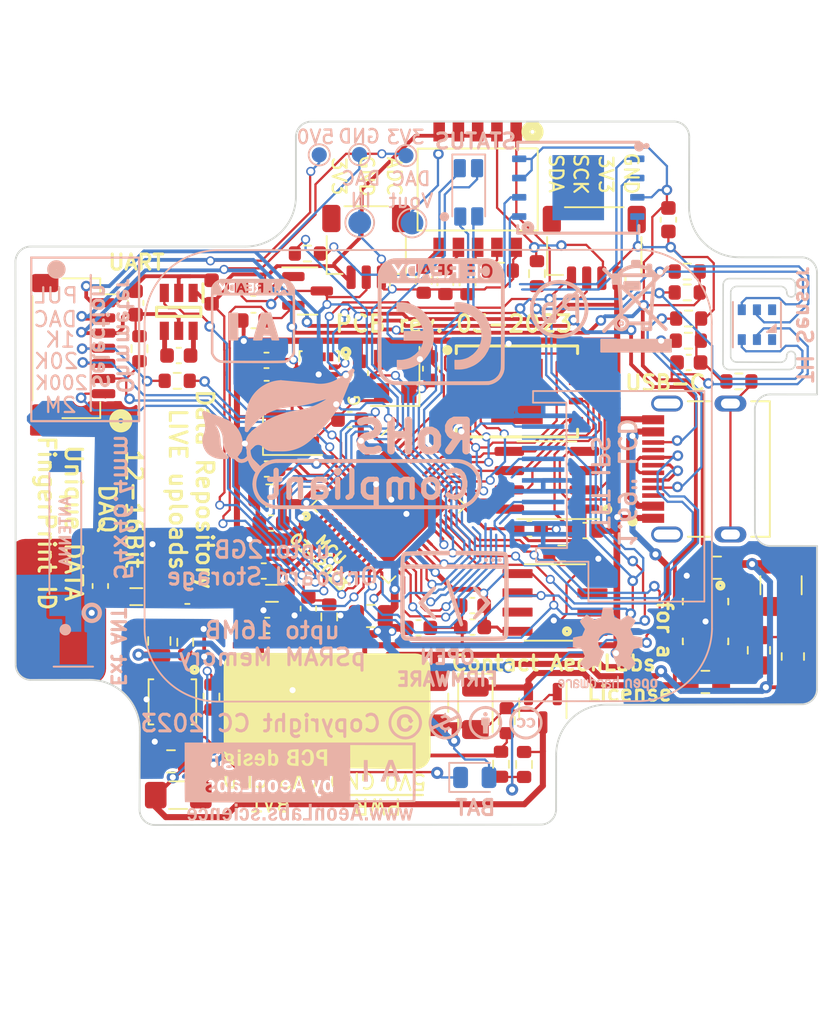
<source format=kicad_pcb>
(kicad_pcb (version 20221018) (generator pcbnew)
  (title_block (date "2021-12-28") (rev "5.3") (company "AeonLabs"))
  (layers (0 "F.Cu" signal) (31 "B.Cu" signal) (34 "B.Paste" user) (35 "F.Paste" user) (36 "B.SilkS" user "B.Silkscreen") (37 "F.SilkS" user "F.Silkscreen") (38 "B.Mask" user) (39 "F.Mask" user) (44 "Edge.Cuts" user))
  (net 0 "")
  (net 1 "GND")
  (net 2 "VOLTAGE_REF_IO07")
  (net 3 "STORAGE_CS_IO10")
  (net 5 "Net-(U3-I_SET)")
  (net 6 "Net-(U3-FB)")
  (net 7 "3V3")
  (net 8 "Net-(EC20-Pad1)")
  (net 9 "VDD_SPI")
  (net 10 "Net-(ESP32S3-LNA_IN{slash}RF)")
  (net 11 "CHIP_EN")
  (net 12 "ESP_GPIO0_BOOT-DTR")
  (net 13 "GPIO8_I2C_SDA")
  (net 14 "USB_D-")
  (net 15 "SPIHD")
  (net 16 "SPIWP")
  (net 17 "SPICS0")
  (net 18 "SPICLK")
  (net 19 "SPIQ")
  (net 20 "SPID")
  (net 21 "USB_D+")
  (net 22 "Net-(ESP32S3-GPIO16{slash}ADC2_CH5{slash}XTAL_32K_N)")
  (net 23 "Net-(ESP32S3-GPIO15{slash}ADC2_CH4{slash}XTAL_32K_P)")
  (net 24 "Net-(ESP32S3-XTAL_N)")
  (net 25 "Net-(ESP32S3-XTAL_P)")
  (net 26 "TXD0")
  (net 27 "RXD0")
  (net 28 "Net-(ESP32S3-U0TXD{slash}PROG{slash}GPIO43)")
  (net 29 "DAC_CALIBRATION")
  (net 32 "GPIO9_I2C_SCL")
  (net 34 "SPICS1")
  (net 39 "Net-(J12-Pin_4)")
  (net 40 "Net-(J12-Pin_6)")
  (net 41 "Net-(J12-Pin_8)")
  (net 42 "Net-(J12-Pin_10)")
  (net 43 "Net-(J12-Pin_1)")
  (net 44 "LCD2_CS_IO12")
  (net 45 "3V3_PLUG")
  (net 46 "Net-(HX1-C-)")
  (net 47 "LCD2_LED_IO10")
  (net 48 "LCD2_DC_IO11")
  (net 49 "VIN_BATF")
  (net 50 "VIN_BAT")
  (net 51 "STDBY_LED_G")
  (net 52 "CHRG_LED_R")
  (net 53 "VIN")
  (net 54 "USB_5V0")
  (net 55 "BAT_SENSE_IO21")
  (net 56 "LCD2_RST_IO33")
  (net 57 "Net-(HX1-C+)")
  (net 59 "IO13_LED_B")
  (net 60 "IO14_LED_G")
  (net 67 "Net-(J1-CC1)")
  (net 69 "Net-(J1-CC2)")
  (net 71 "Net-(ER4-Pad1)")
  (net 72 "Net-(LED1-RA)")
  (net 75 "Net-(AU2-SW)")
  (net 76 "Net-(AU2-FB)")
  (net 77 "STORAGE_MOSI_SPID_IO11")
  (net 78 "FSPICLK_IO12")
  (net 79 "STORAGE_MISO_SPIQ_IO13")
  (net 80 "ADC_IN_IO04")
  (net 81 "LED_R_IO06")
  (net 82 "Net-(J20-SIG)")
  (net 83 "IMU_CS_IO37")
  (net 84 "PLUG_PWR_3V3_EN_IO38")
  (net 85 "USB_5V0F")
  (footprint "Capacitor_SMD:C_0603_1608Metric" (layer "F.Cu") (at 132.22 103.77 180)
    (fp_text reference "EC20" hide)
    (fp_text value "100nF 10% 16V")
  )
  (footprint "Package_TO_SOT_SMD:SOT-23" (layer "F.Cu") (at 150.63 112.8275 -90)
    (fp_text reference "Q1" hide)
    (fp_text value "DMP1045U")
  )
  (footprint "Resistor_SMD:R_0603_1608Metric" (layer "F.Cu") (at 149.39 116.535 -90)
    (fp_text reference "MR1" hide)
    (fp_text value "390K")
  )
  (footprint "Capacitor_SMD:C_0805_2012Metric" (layer "F.Cu") (at 139.28 106.74 180)
    (fp_text reference "EC18" hide)
    (fp_text value "10uF 20% 6.3V")
  )
  (footprint "Capacitor_SMD:C_0603_1608Metric" (layer "F.Cu") (at 145.98 106.05)
    (fp_text reference "AUC1" hide)
    (fp_text value "100nF")
  )
  (footprint "Resistor_SMD:R_0805_2012Metric_Pad1.20x1.40mm_HandSolder" (layer "F.Cu") (at 167.12 109.41 90)
    (fp_text reference "AR1" hide)
    (fp_text value "24K")
  )
  (footprint "Resistor_SMD:R_0603_1608Metric" (layer "F.Cu") (at 135.095 82.82)
    (fp_text reference "LR1" hide)
    (fp_text value "330R")
  )
  (footprint "Crystal:Crystal_SMD_EuroQuartz_MT-4Pin_3.2x2.5mm" (layer "F.Cu") (at 134.12 94.5125)
    (fp_text reference "ECY3" hide)
    (fp_text value "40Mhz 22pF+-10PPM")
  )
  (footprint "Capacitor_SMD:C_0603_1608Metric" (layer "F.Cu") (at 132.41 91.73 180)
    (fp_text reference "EC60" hide)
    (fp_text value "22pF 5% 50V")
  )
  (footprint "Capacitor_SMD:C_0603_1608Metric" (layer "F.Cu") (at 132.42 97.04 180)
    (fp_text reference "EC61" hide)
    (fp_text value "22pF 5% 50V")
  )
  (footprint "Package_DFN_QFN:QFN-56-1EP_7x7mm_P0.4mm_EP5.6x5.6mm" (layer "F.Cu") (at 140.450051 99.47 45)
    (fp_text reference "ESP32S3" hide)
    (fp_text value "ESP32-S3" hide)
  )
  (footprint "Resistor_SMD:R_0603_1608Metric" (layer "F.Cu") (at 136.54 106.8 90)
    (fp_text reference "ER1" hide)
    (fp_text value "10k")
  )
  (footprint "Capacitor_SMD:C_0603_1608Metric" (layer "F.Cu") (at 123.77 86.08 -90)
    (fp_text reference "HXC3" hide)
    (fp_text value "2.2uF")
  )
  (footprint "Resistor_SMD:R_0603_1608Metric" (layer "F.Cu") (at 148.25 113.645 -90)
    (fp_text reference "PWR1" hide)
    (fp_text value "10K")
  )
  (footprint "Resistor_SMD:R_0603_1608Metric" (layer "F.Cu") (at 124.02 89.1 -90)
    (fp_text reference "ER3" hide)
    (fp_text value "10k")
  )
  (footprint "Capacitor_SMD:C_0603_1608Metric" (layer "F.Cu") (at 127.18 105.43)
    (fp_text reference "EC38" hide)
    (fp_text value "100nF 10% 16V")
  )
  (footprint "Package_DFN_QFN:AUR9718 ST1S09 SON95P300X300X100-7N" (layer "F.Cu") (at 161.36 107.1 -90)
    (fp_text reference "AU2" hide)
    (fp_text value "AUR9718x_DFN_3x3mm_6_pin")
  )
  (footprint "Capacitor_SMD:C_0603_1608Metric" (layer "F.Cu") (at 160.255 90.01 180)
    (fp_text reference "SHC1" hide)
    (fp_text value "100nF" hide)
  )
  (footprint "Package_DFN_QFN:QFN8 3.1x2.9mm QFNn-8 3x3 SON80P400X400X100-9N" (layer "F.Cu") (at 125.765 111.895114 -90)
    (fp_text reference "U3" hide)
    (fp_text value "Battery_charger_CN3065_QFN8")
  )
  (footprint "Resistor_SMD:R_0603_1608Metric" (layer "F.Cu") (at 150.24 84.15 90)
    (fp_text reference "EXP_R5" hide)
    (fp_text value "4k7")
  )
  (footprint "Capacitor_SMD:C_0603_1608Metric" (layer "F.Cu") (at 145.99 107.47 180)
    (fp_text reference "EC26" hide)
    (fp_text value "100nF 10% 16V")
  )
  (footprint "Resistor_SMD:R_0603_1608Metric" (layer "F.Cu") (at 147.87 116.52 90)
    (fp_text reference "MR2" hide)
    (fp_text value "110K")
  )
  (footprint "Capacitor_SMD:C_0603_1608Metric" (layer "F.Cu") (at 128.78 85.36 90)
    (fp_text reference "HXC1" hide)
    (fp_text value "2.2uF")
  )
  (footprint "Capacitor_SMD:C_0805_2012Metric_Pad1.18x1.45mm_HandSolder" (layer "F.Cu") (at 162.1225 103.55 180)
    (fp_text reference "AC1" hide)
    (fp_text value "22uF")
  )
  (footprint "Capacitor_SMD:C_0603_1608Metric" (layer "F.Cu") (at 131.54 87.24)
    (fp_text reference "MCPC2" hide)
    (fp_text value "100nF")
  )
  (footprint "Capacitor_SMD:C_0603_1608Metric" (layer "F.Cu") (at 135.16 106.25 90)
    (fp_text reference "EC40" hide)
    (fp_text value "1uF")
  )
  (footprint "Capacitor_SMD:C_0603_1608Metric" (layer "F.Cu") (at 142.43 107.52)
    (fp_text reference "EC17" hide)
    (fp_text value "1uF 20% 6.3V")
  )
  (footprint "AeonLabs Enclosure Boxes:ABB JB6 IP65 57x64mm wirh USB hole" (layer "F.Cu") (at 144.21 102.03)
    (fp_text reference "REF**" hide)
    (fp_text value "ABB JB6 IP65 57x64mm wirh USB hole")
    (fp_line (start -28.37 -18.71) (end -28.353307 7.896796) (stroke (width 0.12)) (layer "Edge.Cuts"))
    (fp_line (start -27.343149 -19.671096) (end -13.211142 -19.671398) (stroke (width 0.12)) (layer "Edge.Cuts"))
    (fp_line (start -23.4717 8.918977) (end -27.392211 8.923647) (stroke (width 0.12)) (layer "Edge.Cuts"))
    (fp_line (start -20.182796 17.472126) (end -20.161858 12.261321) (stroke (width 0.12)) (layer "Edge.Cuts"))
    (fp_line (start -19.2217 18.498977) (end 6.262127 18.472798) (stroke (width 0.12)) (layer "Edge.Cuts"))
    (fp_line (start -9.868977 -26.9517) (end -9.868798 -22.98124) (stroke (width 0.12)) (layer "Edge.Cuts"))
    (fp_line (start -8.842126 -27.912796) (end 15.1117 -27.918904) (stroke (width 0.12)) (layer "Edge.Cuts"))
    (fp_line (start 7.288978 17.511702) (end 7.295729 13.868188) (stroke (width 0.12)) (layer "Edge.Cuts"))
    (fp_line (start 16.072796 -26.892053) (end 16.061991 -22.303149) (stroke (width 0.12)) (layer "Edge.Cuts"))
    (fp_line (start 19.371833 -18.960805) (end 23.538904 -18.957881) (stroke (width 0.12)) (layer "Edge.Cuts"))
    (fp_line (start 20.407195 -0.937871) (end 20.40102 -8.951709) (stroke (width 0.12)) (layer "Edge.Cuts"))
    (fp_line (start 21.368291 0.08898) (end 24.5 0.09) (stroke (width 0.12)) (layer "Edge.Cuts"))
    (fp_line (start 21.427871 -9.912805) (end 24.5 -9.91) (stroke (width 0.12)) (layer "Edge.Cuts"))
    (fp_line (start 23.473149 10.531096) (end 10.638073 10.558346) (stroke (width 0.12)) (layer "Edge.Cuts"))
    (fp_line (start 24.5 -17.93103) (end 24.500906 -9.91) (stroke (width 0.12)) (layer "Edge.Cuts"))
    (fp_line (start 24.5 0.09) (end 24.5 9.57) (stroke (width 0.12)) (layer "Edge.Cuts"))
    (fp_arc (start -28.37 -18.71) (mid -28.051023 -19.3983) (end -27.343149 -19.671096) (stroke (width 0.12)) (layer "Edge.Cuts"))
    (fp_arc (start -27.392211 8.923647) (mid -28.080511 8.60467) (end -28.353307 7.896796) (stroke (width 0.12)) (layer "Edge.Cuts"))
    (fp_arc (start -23.4717 8.918977) (mid -21.119769 9.899917) (end -20.161858 12.261321) (stroke (width 0.12)) (layer "Edge.Cuts"))
    (fp_arc (start -19.2217 18.498977) (mid -19.91 18.18) (end -20.182796 17.472126) (stroke (width 0.12)) (layer "Edge.Cuts"))
    (fp_arc (start -9.868977 -26.9517) (mid -9.55 -27.64) (end -8.842126 -27.912796) (stroke (width 0.12)) (layer "Edge.Cuts"))
    (fp_arc (start -9.868798 -22.98124) (mid -10.849738 -20.629309) (end -13.211142 -19.671398) (stroke (width 0.12)) (layer "Edge.Cuts"))
    (fp_arc (start 7.288978 17.511702) (mid 6.969995 18.199995) (end 6.262127 18.472798) (stroke (width 0.12)) (layer "Edge.Cuts"))
    (fp_arc (start 7.295729 13.868188) (mid 8.27667 11.516258) (end 10.638073 10.558346) (stroke (width 0.12)) (layer "Edge.Cuts"))
    (fp_arc (start 15.1117 -27.918904) (mid 15.800002 -27.599927) (end 16.072796 -26.892053) (stroke (width 0.12)) (layer "Edge.Cuts"))
    (fp_arc (start 19.371833 -18.960805) (mid 17.019902 -19.941744) (end 16.061991 -22.303149) (stroke (width 0.12)) (layer "Edge.Cuts"))
    (fp_arc (start 20.40102 -8.951709) (mid 20.720001 -9.639996) (end 21.427871 -9.912805) (stroke (width 0.12)) (layer "Edge.Cuts"))
    (fp_arc (start 21.368291 0.08898) (mid 20.680004 -0.230001) (end 20.407195 -0.937871) (stroke (width 0.12)) (layer "Edge.Cuts"))
    (fp_arc (start 23.538904 -18.957881) (mid 24.227195 -18.638901) (end 24.5 -17.93103) (stroke (width 0.12)) (layer "Edge.Cuts"))
    (fp_arc (start 24.5 9.57) (mid 24.181023 10.2583) (end 23.473149 10.531096) (stroke (width 0.12)) (layer "Edge.Cuts"))
  )
  (footprint "Resistor_SMD:R_0603_1608Metric" (layer "F.Cu") (at 128.77 112.09 90)
    (fp_text reference "BR2" hide)
    (fp_text value "0R")
  )
  (footprint "Inductor_SMD:L_1210_3225Metric" (layer "F.Cu") (at 166.34 104.71 -90)
    (fp_text reference "AL1" hide)
    (fp_text value "3.3uF")
  )
  (footprint "Capacitor_SMD:C_0805_2012Metric" (layer "F.Cu") (at 125.33 108.39 -90)
    (fp_text reference "BC1" hide)
    (fp_text value "22uF")
  )
  (footprint "Resistor_SMD:R_0603_1608Metric" (layer "F.Cu") (at 160.15 85.39 180)
    (fp_text reference "ICR1" hide)
    (fp_text value "10k")
  )
  (footprint "Capacitor_SMD:C_0603_1608Metric" (layer "F.Cu") (at 158.91 80.59 90)
    (fp_text reference "AUC2" hide)
    (fp_text value "100nF" hide)
  )
  (footprint "Capacitor_SMD:C_0603_1608Metric" (layer "F.Cu") (at 153.435 101.1)
    (fp_text reference "EC25" hide)
    (fp_text value "1uF 10% 50V")
  )
  (footprint "Capacitor_SMD:C_0603_1608Metric" (layer "F.Cu") (at 137.89 93.78 180)
    (fp_text reference "EC16" hide)
    (fp_text value "100nF 10% 16V")
  )
  (footprint "Capacitor_SMD:C_0603_1608Metric" (layer "F.Cu") (at 132.4 89.87)
    (fp_text reference "IMUC1" hide)
    (fp_text value "100nF")
  )
  (footprint "Package_TO_SOT_SMD:SOT-23" (layer "F.Cu") (at 135.11 85.29)
    (fp_text reference "U1" hide)
    (fp_text value "MCP1525-TT" hide)
  )
  (footprint "Resistor_SMD:R_0603_1608Metric" (layer "F.Cu") (at 151.88 102.61)
    (fp_text reference "PSR1" hide)
    (fp_text value "100K")
  )
  (footprint "Sensor_Motion:LSM6DS3 PQFN50P300X250X86-14N" (layer "F.Cu") (at 135.88 90.8125 -90)
    (fp_text reference "IMU1" hide)
    (fp_text value "LSM6DS3")
  )
  (footprint "Capacitor_SMD:C_0603_1608Metric" (layer "F.Cu") (at 143.23 90.42 90)
    (fp_text reference "EC51" hide)
    (fp_text value "22pF 5% 50V")
  )
  (footprint "Fuse:Fuse_1206_3216Metric_Pad1.42x1.75mm_HandSolder" (layer "F.Cu") (at 143.48 112.46 90)
    (fp_text reference "F2" hide)
    (fp_text value "Polyfuse")
  )
  (footprint "Capacitor_SMD:C_0603_1608Metric" (layer "F.Cu") (at 132.7 100.61)
    (fp_text reference "EC15" hide)
    (fp_text value "100nF 10% 50V")
  )
  (footprint "AeonLabs Storage:WSON8 FLASH SPI SON127P800X600X80-9N" (layer "F.Cu") (at 148.92 91.92)
    (fp_text reference "ESP_FLASH1" hide)
    (fp_text value "W25Q128JVS")
  )
  (footprint "Diode_SMD:D_1206_3216Metric" (layer "F.Cu") (at 146.18 112.83 -90)
    (fp_text reference "PWD1" hide)
    (fp_text value "D_Schottky")
  )
  (footprint "Package_SO:SOIC-8_3.9x4.9mm_P1.27mm" (layer "F.Cu") (at 150.89 97.78 180)
    (fp_text reference "EPS1" hide)
    (fp_text value "ESP32-PSRAM_LY68L6400S")
  )
  (footprint "Resistor_SMD:R_0603_1608Metric" (layer "F.Cu") (at 160.15 84.01)
    (fp_text reference "IDR1" hide)
    (fp_text value "10k")
  )
  (footprint "Inductor_SMD:L_0805_2012Metric" (layer "F.Cu") (at 132.76 105.24 180)
    (fp_text reference "L2" hide)
    (fp_text value "2nH 5%")
  )
  (footprint "Capacitor_SMD:C_0603_1608Metric" (layer "F.Cu") (at 126.615 89.55 180)
    (fp_text reference "HXC2" hide)
    (fp_text value "2.2uF")
  )
  (footprint "Capacitor_SMD:C_0805_2012Metric_Pad1.18x1.45mm_HandSolder" (layer "F.Cu") (at 161.35 111.09)
    (fp_text reference "AC2" hide)
    (fp_text value "4.7uF")
  )
  (footprint "Connector_JST:JST_SH_SM07B-SRSS-TB_1x07-1MP_P1.00mm_Horizontal" (layer "F.Cu") (at 119.65 89.07 -90)
    (fp_text reference "J3" hide)
    (fp_text value "Conn_01x07_Socket")
  )
  (footprint "Capacitor_SMD:C_0603_1608Metric" (layer "F.Cu") (at 132.45 107.36 180)
    (fp_text reference "EC19" hide)
    (fp_text value "100nF 10% 16V")
  )
  (footprint "" (layer "F.Cu") (at 142.93 108.67)
    (fp_text reference "")
    (fp_text value "")
  )
  (footprint "Capacitor_SMD:C_0805_2012Metric" (layer "F.Cu") (at 132.64 98.79)
    (fp_text reference "EC14" hide)
    (fp_text value "1uF")
  )
  (footprint "Connector_Wire:SolderWirePad_1x01_SMD_5x10mm" (layer "F.Cu") (at 155.53 98.65)
    (fp_text reference "REF**" hide)
    (fp_text value "SolderWirePad_1x01_SMD_5x10mm")
  )
  (footprint "Connector_JST:JST_SH_SM04B-SRSS-TB_1x04-1MP_P1.00mm_Horizontal" (layer "F.Cu") (at 154.02 82.45 180)
    (fp_text reference "SH_I2C1" hide)
    (fp_text value "I2C6")
  )
  (footprint "Capacitor_SMD:C_0805_2012Metric" (layer "F.Cu") (at 126.1 116.33)
    (fp_text reference "BC2" hide)
    (fp_text value "4.7uF")
  )
  (footprint "Resistor_SMD:R_0603_1608Metric" (layer "F.Cu") (at 163.56 91.26 180)
    (fp_text reference "ER4" hide)
    (fp_text value "150K")
  )
  (footprint "Resistor_SMD:R_0603_1608Metric" (layer "F.Cu") (at 144.2 84.67 90)
    (fp_text reference "EXP_R3" hide)
    (fp_text value "200k")
  )
  (footprint "Connector_USB:USB C HRO_TYPE-C-31-M-12" (layer "F.Cu") (at 163.0025 97.04 90)
    (fp_text reference "J1" hide)
    (fp_text value "TYPE-C-31-M-12")
  )
  (footprint "Package_SO:ATSHA204A Auth SOIC8" (layer "F.Cu") (at 151.43 105.845 180)
    (fp_text reference "U2" hide)
    (fp_text value "ATSHA204A-MAHDA-T")
  )
  (footprint "Capacitor_SMD:C_0603_1608Metric" (layer "F.Cu") (at 138.58 90.71 90)
    (fp_text reference "EC50" hide)
    (fp_text value "22pF 5% 50V")
  )
  (footprint "Connector_JST:JST_SH_SM03B-SRSS-TB_1x03-1MP_P1.00mm_Horizontal" (layer "F.Cu") (at 138.98 82.385 180)
    (fp_text reference "ExtSW1" hide)
    (fp_text value "Conn_01x03_Female")
  )
  (footprint "Resistor_SMD:R_0603_1608Metric" (layer "F.Cu") (at 160.245 87.11)
    (fp_text reference "USBR1" hide)
    (fp_text value "5k1" hide)
  )
  (footprint "Resistor_SMD:R_0603_1608Metric" (layer "F.Cu") (at 160.225 88.57)
    (fp_text reference "USBR2" hide)
    (fp_text value "5k1" hide)
  )
  (footprint "Resistor_SMD:R_0603_1608Metric" (layer "F.Cu") (at 142.77 84.585 90)
    (fp_text reference "EXP_R4" hide)
    (fp_text value "2M")
  )
  (footprint "Capacitor_SMD:C_0603_1608Metric" (layer "F.Cu") (at 149.74 100.98)
    (fp_text reference "EC24" hide)
    (fp_text value "100nF 10% 16V")
  )
  (footprint "Capacitor_SMD:C_0603_1608Metric" (layer "F.Cu") (at 121.44 104.76 90)
    (fp_text reference "EC37" hide)
    (fp_text value "100nF 10% 16V")
  )
  (footprint "Capacitor_SMD:C_0603_1608Metric" (layer "F.Cu") (at 131.53 85.1)
    (fp_text reference "MCPC1" hide)
    (fp_text value "100nF")
  )
  (footprint "Connector:Dip Switch 5 pin 1.27mm SW_DS05-127-2-06BK-SMT-TR" (layer "F.Cu") (at 146.16 78.16 -90)
    (fp_text reference "J12" hide)
    (fp_text value "Conn_02x05_Odd_Even")
  )
  (footprint "Inductor_SMD:L_0805_2012Metric" (layer "F.Cu") (at 123.81 105.46)
    (fp_text reference "EL4" hide)
    (fp_text value "12nH 5%")
  )
  (footprint "Resistor_SMD:R_0805_2012Metric_Pad1.20x1.40mm_HandSolder" (layer "F.Cu") (at 164.88 109 -90)
    (fp_text reference "AR2" hide)
    (fp_text value "7k5")
  )
  (footprint "" (layer "F.Cu") (at 130.43 105.98)
    (fp_text reference "")
    (fp_text value "")
  )
  (footprint "Resistor_SMD:R_0603_1608Metric" (layer "F.Cu") (at 145.66 84.68 90)
    (fp_text reference "EXP_R2" hide)
    (fp_text value "20k")
  )
  (footprint "Resistor_SMD:R_0603_1608Metric" (layer "F.Cu") (at 147.825 83.95 180)
    (fp_text reference "EXP_R1" hide)
    (fp_text value "1k")
  )
  (footprint "Resistor_SMD:R_0603_1608Metric" (layer "F.Cu") (at 127.04 108.47 -90)
    (fp_text reference "BR1" hide)
    (fp_text value "1K8")
  )
  (footprint "" (layer "F.Cu") (at 142.94 88.57 90)
    (fp_text reference "")
    (fp_text value "")
  )
  (footprint "Fuse:Fuse_1206_3216Metric_Pad1.42x1.75mm_HandSolder" (layer "F.Cu") (at 126.58 118.56)
    (fp_text reference "F1" hide)
    (fp_text value "Polyfuse")
  )
  (footprint "Connector_Wire:SolderWirePad_1x01_SMD_5x10mm" (layer "F.Cu") (at 130.45 95.32)
    (fp_text reference "REF**" hide)
    (fp_text value "SolderWirePad_1x01_SMD_5x10mm")
  )
  (footprint "Connector_JST:JST_SH_SM02B-SRSS-TB_1x02-1MP_P1.00mm_Horizontal" (layer "F.Cu") (at 132.58 112.8)
    (fp_text reference "SHJ1" hide)
    (fp_text value "Screw_Terminal_01x02")
  )
  (footprint "Package_SO:HX4002 SOT95 P280X125-6N" (layer "F.Cu") (at 126.61 86.67 -90)
    (fp_text reference "HX1" hide)
    (fp_text value "HX4002" hide)
  )
  (footprint "Resistor_SMD:R_0603_1608Metric" (layer "F.Cu") (at 126.51 91.22)
    (fp_text reference "ER2" hide)
    (fp_text value "499R")
  )
  (footprint "Crystal:Crystal_SMD_EuroQuartz_MT-4Pin_3.2x2.5mm" (layer "F.Cu") (at 140.89 90.93 90)
    (fp_text reference "ECY2" hide)
    (fp_text value "32.768Mhz 22pF+-10PPM")
  )
  (footprint "Connector_JST:JST_SH_SM02B-SRSS-TB_1x02-1MP_P1.00mm_Horizontal" (layer "F.Cu") (at 139.36 112.86)
    (fp_text reference "SHJ2" hide)
    (fp_text value "Screw_Terminal_01x02")
  )
  (footprint "AeonLabs Logosy:AI ready" (layer "B.Cu") (at 131.51 87.27 180)
    (fp_text reference "G***" hide)
    (fp_text value "LOGO" hide)
  )
  (footprint "OLIMEX_LOGOs-FP:LOGO_RECYCLEBIN_1" (layer "B.Cu") (at 159.1125 89.333 180)
    (fp_text reference "Sign-RecycleBin" hide)
    (fp_text value "" hide)
  )
  (footprint "TestPoint:TestPoint_Pad_D1.0mm" (layer "B.Cu") (at 141.6 76.36 180)
    (fp_text reference "TP2" hide)
    (fp_text value "VOut" hide)
  )
  (footprint "TestPoint:TestPoint_Pad_D1.5mm" (layer "B.Cu") (at 142 80.81 180)
    (fp_text reference "REF**" hide)
    (fp_text value "TestPoint_Pad_D1.5mm" hide)
  )
  (footprint "AeonLabs:aeon creative commons logos" (layer "B.Cu") (at 145.54 113.73 180)
    (fp_text reference "G***" hide)
    (fp_text value "LOGO" hide)
  )
  (footprint "Sensor:AHT20 - PSON100P300X300X110-6N" (layer "B.Cu") (at 164.75 87.515 90)
    (fp_text reference "U4" hide)
    (fp_text value "AHT20" hide)
  )
  (footprint "OLIMEX_LOGOs-FP:LOGO_ROHS_1" (layer "B.Cu") (at 145.4445 98.9235 180)
    (fp_text reference "Sign-RoHS" hide)
    (fp_text value "" hide)
  )
  (footprint "AeonLabs Logos:aeonlabs science" (layer "B.Cu") (at 134.619702 117.711553 180)
    (fp_text reference "G***" hide)
    (fp_text value "LOGO" hide)
  )
  (footprint "AeonLabs Storage:WSON8 FLASH SPI SON127P800X600X80-9N" (layer "B.Cu") (at 152.965 78.475 180)
    (fp_text reference "ESP_FLASH3" hide)
    (fp_text value "W25Q128JVS" hide)
  )
  (footprint "LED_SMD:LED_1206_3210_RGB_Metric" (layer "B.Cu") (at 145.78 78.55 -90)
    (fp_text reference "LED1" hide)
    (fp_text value "LED_GBRC" hide)
  )
  (footprint "AeonLabs Logosy:CE Ready Small Logo" (layer "B.Cu") (at 143.93 87.31 180)
    (fp_text reference "G***" hide)
    (fp_text value "LOGO" hide)
  )
  (footprint "TestPoint:TestPoint_Pad_D1.0mm" (layer "B.Cu") (at 138.53 76.29 180)
    (fp_text reference "TP3" hide)
    (fp_text value "GND" hide)
  )
  (footprint "Symbol:OSHW-Logo2_7.3x6mm_SilkScreen" (layer "B.Cu") (at 154.91 108.95 180)
    (fp_text reference "REF**" hide)
    (fp_text value "OSHW-Logo2_7.3x6mm_SilkScreen" hide)
  )
  (footprint "RF_Antenna:HRS_U.FL-R-SMT(01)" (layer "B.Cu") (at 119.66 108.78)
    (fp_text reference "J20" hide)
    (fp_text value "U.FL-R-SMT(01)" hide)
  )
  (footprint "AeonLabs LCDs:1,69 inch LCD IPS TFT" (layer "B.Cu") (at 139.241205 96.791143 -90)
    (fp_text reference "LCD1" hide)
    (fp_text value "Conn_01x12_Male" hide)
  )
  (footprint "LED_SMD:LED_0805_2012Metric" (layer "B.Cu") (at 146.14 117.39)
    (fp_text reference "BD1" hide)
    (fp_text value "LED" hide)
  )
  (footprint "OLIMEX_LOGOs-FP:LOGO_PBFREE" (layer "B.Cu") (at 151.91 86.18)
    (fp_text reference "Sign-PbFree" hide)
    (fp_text value "")
  )
  (footprint "AeonLabs Logos:open_firmware" (layer "B.Cu") (at 144.948172 106.376806 180)
    (fp_text reference "G***" hide)
    (fp_text value "LOGO" hide)
  )
  (footprint "TestPoint:TestPoint_Pad_D1.5mm" (layer "B.Cu") (at 138.55 80.78 180)
    (fp_text reference "REF**" hide)
    (fp_text value "TestPoint_Pad_D1.5mm" hide)
  )
  (footprint "TestPoint:TestPoint_Pad_D1.0mm" (layer "B.Cu") (at 135.88 76.31 180)
    (fp_text reference "TP1" hide)
    (fp_text value "VIN" hide)
  )
  (footprint "RF_Antenna:AN9520_ANT2-SMD-9.5X2.1X1.0MM" (layer "B.Cu") (at 119.13 101.29 90)
    (property "VALUE" "AN9520")
    (fp_text reference "ANT1" hide)
    (fp_text value "SMD-BUILT-IN-ANTENNA-2.4GHZ(2P-9.5X2.1MM)" hide)
  )
  (gr_circle (center 134.12 92.56) (end 134.23 92.59) (stroke (width 0.2)) (fill none) (layer "F.Cu"))
  (gr_circle (center 139.46 90.876568) (end 139.5 90.916568) (stroke (width 0.2)) (fill none) (layer "F.Cu"))
  (gr_line (start 120.81 84.245) (end 120.81 93.195) (stroke (width 0.15)) (layer "B.SilkS"))
  (gr_circle (center 118.54 83.87) (end 118.85 83.892709) (stroke (width 0.6)) (fill none) (layer "B.SilkS"))
  (gr_circle (center 149.64 81.11) (end 149.39 81.13) (stroke (width 0.34)) (fill none) (layer "B.SilkS"))
  (gr_circle (center 156.98 75.76) (end 156.79 75.78) (stroke (width 0.28)) (fill none) (layer "B.SilkS"))
  (gr_circle (center 120.875234 106.53) (end 120.345234 106.601241) (stroke (width 0.28)) (fill none) (layer "B.SilkS"))
  (gr_rect (start 116.885 83.09) (end 123.995 93.88) (stroke (width 0.15)) (fill none) (layer "B.SilkS"))
  (gr_line (start 135.75 99.87) (end 135.34474 99.47) (stroke (width 0.12)) (layer "F.SilkS"))
  (gr_circle (center 152.22 107.75) (end 152.41 107.77) (stroke (width 0.28)) (fill none) (layer "F.SilkS"))
  (gr_circle (center 156.55 100.5) (end 156.74 100.52) (stroke (width 0.28)) (fill none) (layer "F.SilkS"))
  (gr_circle (center 154.88 99.71) (end 155.07 99.73) (stroke (width 0.28)) (fill none) (layer "F.SilkS"))
  (gr_circle (center 144.33 89.19) (end 144.52 89.21) (stroke (width 0.28)) (fill none) (layer "F.SilkS"))
  (gr_circle (center 137.63439 89.33) (end 137.85439 89.38) (stroke (width 0.28)) (fill none) (layer "F.SilkS"))
  (gr_line (start 136.97 118.55) (end 142.71 118.55) (stroke (width 0.15)) (layer "F.SilkS"))
  (gr_circle (center 122.79 93.86) (end 122.33 93.91) (stroke (width 0.6)) (fill none) (layer "F.SilkS"))
  (gr_circle (center 127.653951 110.285114) (end 127.843951 110.305114) (stroke (width 0.28)) (fill none) (layer "F.SilkS"))
  (gr_line (start 129.92 118.5) (end 135.66 118.5) (stroke (width 0.15)) (layer "F.SilkS"))
  (gr_circle (center 135 100.16) (end 135.19 100.18) (stroke (width 0.28)) (fill none) (layer "F.SilkS"))
  (gr_circle (center 162.34 104.727647) (end 162.53 104.747647) (stroke (width 0.28)) (fill none) (layer "F.SilkS"))
  (gr_arc (start 166.714444 89.566057) (mid 166.601699 89.869174) (end 166.304445 89.996544) (stroke (width 0.1)) (layer "Edge.Cuts"))
  (gr_arc (start 163.02 85.42) (mid 163.132717 85.116877) (end 163.429999 84.989513) (stroke (width 0.1)) (layer "Edge.Cuts"))
  (gr_arc (start 162.94227 90.478843) (mid 162.639162 90.366099) (end 162.511783 90.068844) (stroke (width 0.1)) (layer "Edge.Cuts"))
  (gr_line (start 163.013957 89.576058) (end 163.02 85.42) (stroke (width 0.1)) (layer "Edge.Cuts"))
  (gr_line (start 167.288715 89.566057) (end 167.291956 90.042961) (stroke (width 0.1)) (layer "Edge.Cuts"))
  (gr_arc (start 166.714444 89.566057) (mid 167.00158 89.27894) (end 167.288715 89.566057) (stroke (width 0.1)) (layer "Edge.Cuts"))
  (gr_arc (start 166.289999 84.989482) (mid 166.593057 85.102287) (end 166.720486 85.399481) (stroke (width 0.1)) (layer "Edge.Cuts"))
  (gr_arc (start 162.522066 84.903175) (mid 162.634753 84.59999) (end 162.932065 84.472688) (stroke (width 0.1)) (layer "Edge.Cuts"))
  (gr_arc (start 166.86427 84.479484) (mid 167.16738 84.592246) (end 167.294757 84.889483) (stroke (width 0.1)) (layer "Edge.Cuts"))
  (gr_arc (start 163.444444 89.986057) (mid 163.141316 89.873337) (end 163.013957 89.576058) (stroke (width 0.1)) (layer "Edge.Cuts"))
  (gr_line (start 166.86427 84.480002) (end 162.932065 84.472688) (stroke (width 0.1)) (layer "Edge.Cuts"))
  (gr_arc (start 167.291956 90.042961) (mid 167.179172 90.346013) (end 166.881957 90.473448) (stroke (width 0.1)) (layer "Edge.Cuts"))
  (gr_arc (start 167.294757 85.399481) (mid 167.007622 85.686597) (end 166.720486 85.399481) (stroke (width 0.1)) (layer "Edge.Cuts"))
  (gr_line (start 167.294757 84.889483) (end 167.294757 85.399481) (stroke (width 0.1)) (layer "Edge.Cuts"))
  (gr_line (start 166.289999 84.989482) (end 163.429999 84.989513) (stroke (width 0.1)) (layer "Edge.Cuts"))
  (gr_line (start 162.94227 90.478843) (end 166.881957 90.473448) (stroke (width 0.1)) (layer "Edge.Cuts"))
  (gr_line (start 166.304445 89.996544) (end 163.444444 89.986057) (stroke (width 0.1)) (layer "Edge.Cuts"))
  (gr_line (start 162.511783 90.068844) (end 162.522066 84.903175) (stroke (width 0.1)) (layer "Edge.Cuts"))
  (gr_text "BAT" (at 146.18 119.39) (layer "B.SilkS") (effects (font (size 1 1) (thickness 0.2)) (justify mirror)))
  (gr_text "5V0\n" (at 135.63 75.13) (layer "B.SilkS") (effects (font (size 0.9 0.9)) (justify mirror)))
  (gr_text "1K" (at 118.79 88.51) (layer "B.SilkS") (effects (font (size 1 1)) (justify mirror)))
  (gr_text "2M" (at 118.81 92.82) (layer "B.SilkS") (effects (font (size 1 1)) (justify mirror)))
  (gr_text "Ohmmeter\nSelection" (at 122.24 88.27 270) (layer "B.SilkS") (effects (font (size 1 1) (thickness 0.2)) (justify mirror)))
  (gr_text "ANTENNA" (at 119.13 101.15 90) (layer "B.SilkS") (effects (font (size 0.7 0.7)) (justify mirror)))
  (gr_text "1.69{dblquote} LCD\nTFT IPS" (at 155.28 97.93 -90) (layer "B.SilkS") (effects (font (size 1.1 1.1) (thickness 0.2)) (justify mirror)))
  (gr_text "GND" (at 138.51 75.09) (layer "B.SilkS") (effects (font (size 0.9 0.9)) (justify mirror)))
  (gr_text "3V3" (at 141.57 75.14) (layer "B.SilkS") (effects (font (size 0.9 0.9)) (justify mirror)))
  (gr_text "upto 2GB\nOnboard Storage\n\nupto 16MB\npSRAM Memory\n" (at 132.78 105.91) (layer "B.SilkS") (effects (font (size 1.1 1.1) (thickness 0.2)) (justify mirror)))
  (gr_text "DAC\nVout" (at 141.93 78.62) (layer "B.SilkS") (effects (font (size 0.9 0.9)) (justify mirror)))
  (gr_text "Copyright CC 2023" (at 132.01 113.82) (layer "B.SilkS") (effects (font (size 1.1 1.1) (thickness 0.2)) (justify mirror)))
  (gr_text "DAC" (at 118.47 87.16) (layer "B.SilkS") (effects (font (size 1 1)) (justify mirror)))
  (gr_text "Ext ANT" (at 122.61 108.79 270) (layer "B.SilkS") (effects (font (size 0.9 0.9) (thickness 0.2)) (justify mirror)))
  (gr_text "STATUS" (at 146.18 75.41) (layer "B.SilkS") (effects (font (size 1 1) (thickness 0.2)) (justify mirror)))
  (gr_text "54x46.4mm" (at 122.91 99.55 -90) (layer "B.SilkS") (effects (font (size 1.1 1.1) (thickness 0.2)) (justify mirror)))
  (gr_text "20K" (at 118.53 89.92) (layer "B.SilkS") (effects (font (size 1 1)) (justify mirror)))
  (gr_text "200K" (at 118.87 91.36) (layer "B.SilkS") (effects (font (size 0.9 0.9)) (justify mirror)))
  (gr_text "TH Sensor" (at 167.88 87.53 -90) (layer "B.SilkS") (effects (font (size 1 1) (thickness 0.2)) (justify mirror)))
  (gr_text "DAC\nIN" (at 138.63 78.59) (layer "B.SilkS") (effects (font (size 0.9 0.9)) (justify mirror)))
  (gr_text "OPEN\nFIRMWARE" (at 144.33 110.19) (layer "B.SilkS") (effects (font (size 0.9 0.9) (thickness 0.2)) (justify mirror)))
  (gr_text "PUL" (at 118.53 85.59) (layer "B.SilkS") (effects (font (size 1 1)) (justify mirror)))
  (gr_text "3V3" (at 137.18 77.73 -90) (layer "F.SilkS") (effects (font (size 0.9 0.9))))
  (gr_text "GND" (at 138.07 117.59 180) (layer "F.SilkS") (effects (font (size 1 1))))
  (gr_text "Unique DATA\nFingerPrint ID" (at 118.79 100.61 -90) (layer "F.SilkS") (effects (font (size 1.1 1.1) (thickness 0.2))))
  (gr_text "MCU\n03-2023" (at 136.24 102.78 315) (layer "F.SilkS") (effects (font (size 0.7 0.7) (thickness 0.175))))
  (gr_text "PCB rev. 03-2023" (at 144.75 87.46) (layer "F.SilkS") (effects (font (size 1.1 1.1) (thickness 0.2))))
  (gr_text "BAT" (at 132.68 119.09 180) (layer "F.SilkS") (effects (font (size 1 1))))
  (gr_text "for a\n" (at 158.67 105.65 -90) (layer "F.SilkS") (effects (font (size 1 1) (thickness 0.2)) (justify left)))
  (gr_text "SCK" (at 153.12 77.59 270) (layer "F.SilkS") (effects (font (size 0.9 0.9))))
  (gr_text "Contact AeonLabs" (at 144.5 109.85) (layer "F.SilkS") (effects (font (size 1 1) (thickness 0.2)) (justify left)))
  (gr_text "12-16Bit\nDAQ" (at 122.79 99.67 270) (layer "F.SilkS") (effects (font (size 1.1 1.1) (thickness 0.2))))
  (gr_text "PWR" (at 139.73 119.29 180) (layer "F.SilkS") (effects (font (size 1 1))))
  (gr_text "G" (at 138.2 92.52 90) (layer "F.SilkS") (effects (font (size 0.7 0.7))))
  (gr_text "3V3" (at 154.79 77.61 -90) (layer "F.SilkS") (effects (font (size 0.9 0.9))))
  (gr_text "ADC" (at 140.82 77.73 270) (layer "F.SilkS") (effects (font (size 0.9 0.9))))
  (gr_text "License" (at 153.44 111.84) (layer "F.SilkS") (effects (font (size 1 1) (thickness 0.2)) (justify left)))
  (gr_text "4V2" (at 134.54 117.55 180) (layer "F.SilkS") (effects (font (size 1 1))))
  (gr_text "USB-C" (at 158.7 91.36) (layer "F.SilkS") (effects (font (size 1 1) (thickness 0.2))))
  (gr_text "5V0" (at 141.56 117.67 180) (layer "F.SilkS") (effects (font (size 1 1))))
  (gr_text "GND" (at 156.46 77.54 270) (layer "F.SilkS") (effects (font (size 0.9 0.9))))
  (gr_text "GND" (at 139.01 77.71 -90) (layer "F.SilkS") (effects (font (size 0.9 0.9))))
  (gr_text "GND" (at 131.02 117.5 180) (layer "F.SilkS") (effects (font (size 1 1))))
  (gr_text "SDA" (at 151.5 77.54 -90) (layer "F.SilkS") (effects (font (size 0.9 0.9))))
  (gr_text "Data Repository\nLIVE uploads" (at 127.44 98.38 -90) (layer "F.SilkS") (effects (font (size 1.1 1.1) (thickness 0.2))))
  (gr_text "G" (at 131.64 93.34) (layer "F.SilkS") (effects (font (size 0.7 0.7))))
  (gr_text "UART" (at 123.82 83.4) (layer "F.SilkS") (effects (font (size 1 1) (thickness 0.2))))
  (segment (start 130.3925 101.2625) (end 130.3925 101.4575) (width 0.25) (layer "F.Cu") (net 1))
  (segment (start 155.54 83.845) (end 155.53 83.855) (width 0.4) (layer "F.Cu") (net 1))
  (segment (start 145.295 106.1) (end 145.295 107.45) (width 0.15) (layer "F.Cu") (net 1))
  (segment (start 128.84 109.42) (end 128.29 109.42) (width 0.25) (layer "F.Cu") (net 1))
  (segment (start 132.97 102.945) (end 134.171403 102.945) (width 0.25) (layer "F.Cu") (net 1))
  (segment (start 139.56 92.53) (end 139.99 92.1) (width 0.2) (layer "F.Cu") (net 1))
  (segment (start 138.63 88.6175) (end 138.63 90.015) (width 0.25) (layer "F.Cu") (net 1))
  (segment (start 131.925 101.58) (end 131.925 100.61) (width 0.4) (layer "F.Cu") (net 1))
  (segment (start 158.91 82.25) (end 159.06 82.4) (width 0.15) (layer "F.Cu") (net 1))
  (segment (start 124.9 112.24) (end 124.9 116.27) (width 0.25) (layer "F.Cu") (net 1))
  (segment (start 161.2 90.01) (end 162.45 91.26) (width 0.15) (layer "F.Cu") (net 1))
  (segment (start 131.03 88.58) (end 131.03 88.65) (width 0.4) (layer "F.Cu") (net 1))
  (segment (start 140.33 92.15) (end 140.22 92.04) (width 0.25) (layer "F.Cu") (net 1))
  (segment (start 139.99 92.1) (end 139.99 91.99) (width 0.2) (layer "F.Cu") (net 1))
  (segment (start 159.09 82.4) (end 159.74 83.05) (width 0.15) (layer "F.Cu") (net 1))
  (segment (start 131.1 101.85) (end 131.275 101.675) (width 0.25) (layer "F.Cu") (net 1))
  (segment (start 131.83 99.03) (end 131.83 100.89) (width 0.3) (layer "F.Cu") (net 1))
  (segment (start 130.3925 94.8325) (end 130.3925 98.0325) (width 0.25) (layer "F.Cu") (net 1))
  (segment (start 151.2745 100.99) (end 151.45 101.1655) (width 0.15) (layer "F.Cu") (net 1))
  (segment (start 120.51 85.69) (end 120.51 84.97) (width 0.25) (layer "F.Cu") (net 1))
  (segment (start 157.9075 93.76) (end 157.9175 93.77) (width 0.4) (layer "F.Cu") (net 1))
  (segment (start 130.89 88.015) (end 130.89 87.19) (width 0.25) (layer "F.Cu") (net 1))
  (segment (start 125.41 116.54) (end 125.44 116.51) (width 0.25) (layer "F.Cu") (net 1))
  (segment (start 164.88 110) (end 163.61 110) (width 0.4) (layer "F.Cu") (net 1))
  (segment (start 130.755 85.16) (end 130.755 85.625) (width 0.15) (layer "F.Cu") (net 1))
  (segment (start 131.88 97.425) (end 131.805 97.35) (width 0.25) (layer "F.Cu") (net 1))
  (segment (start 138.99 84.68) (end 138.99 85.23) (width 0.15) (layer "F.Cu") (net 1))
  (segment (start 143.29 89.585) (end 143.29 88.445) (width 0.15) (layer "F.Cu") (net 1))
  (segment (start 155.45 98.73) (end 155.53 98.65) (width 0.32) (layer "F.Cu") (net 1))
  (segment (start 134.66 100.81) (end 134.66 100.23) (width 0.25) (layer "F.Cu") (net 1))
  (segment (start 128.29 109.61) (end 128.3 109.62) (width 0.25) (layer "F.Cu") (net 1))
  (segment (start 155.53 83.855) (end 155.53 88.68) (width 0.4) (layer "F.Cu") (net 1))
  (segment (start 141.40528 86.795498) (end 141.754782 87.145) (width 0.25) (layer "F.Cu") (net 1))
  (segment (start 126.255 112.365114) (end 126.129886 112.24) (width 0.25) (layer "F.Cu") (net 1))
  (segment (start 145.31 107.805) (end 145.31 108.62) (width 0.2) (layer "F.Cu") (net 1))
  (segment (start 126.61 85.42) (end 126.61 84.46) (width 0.25) (layer "F.Cu") (net 1))
  (segment (start 132.11 110.37) (end 132.08 110.4) (width 0.25) (layer "F.Cu") (net 1))
  (segment (start 131.83 101.675) (end 131.925 101.58) (width 0.4) (layer "F.Cu") (net 1))
  (segment (start 160.65 103.55) (end 160.12 104.08) (width 0.32) (layer "F.Cu") (net 1))
  (segment (start 141.68 89.83) (end 143.29 89.83) (width 0.25) (layer "F.Cu") (net 1))
  (segment (start 136.39 85.6325) (end 136.0475 85.29) (width 0.15) (layer "F.Cu") (net 1))
  (segment (start 152.34 86.2) (end 155.44 86.2) (width 0.25) (layer "F.Cu") (net 1))
  (segment (start 130.3925 101.2625) (end 130.3925 101.8275) (width 0.25) (layer "F.Cu") (net 1))
  (segment (start 128.095 107.685) (end 128.29 107.88) (width 0.25) (layer "F.Cu") (net 1))
  (segment (start 132.38 112.96) (end 128.84 109.42) (width 0.25) (layer "F.Cu") (net 1))
  (segment (start 145.295 107.45) (end 145.315 107.47) (width 0.15) (layer "F.Cu") (net 1))
  (segment (start 130.89 87.7475) (end 130.89 88.5725) (width 0.25) (layer "F.Cu") (net 1))
  (segment (start 138.625 89.135) (end 138.63 89.135) (width 0.25) (layer "F.Cu") (net 1))
  (segment (start 144.1 93.02) (end 144.905 93.825) (width 0.15) (layer "F.Cu") (net 1))
  (segment (start 132.85 85.96) (end 133.52 85.29) (width 0.15) (layer "F.Cu") (net 1))
  (segment (start 131.275 101.675) (end 133.795 101.675) (width 0.25) (layer "F.Cu") (net 1))
  (segment (start 155.54 88.59) (end 155.54 102.59) (width 0.4) (layer "F.Cu") (net 1))
  (segment (start 125.5625 107.6) (end 127.1375 107.6) (width 0.25) (layer "F.Cu") (net 1))
  (segment (start 130.4425 93.6) (end 133.0075 93.6) (width 0.25) (layer "F.Cu") (net 1))
  (segment (start 131.445 102.975) (end 131.415 102.945) (width 0.15) (layer "F.Cu") (net 1))
  (segment (start 138.08 92.68) (end 137.135 93.625) (width 0.15) (layer "F.Cu") (net 1))
  (segment (start 155.56 84.2) (end 155.59 84.17) (width 0.4) (layer "F.Cu") (net 1))
  (segment (start 139.47 115.17) (end 139.47 113.75) (width 0.25) (layer "F.Cu") (net 1))
  (segment (start 131.445 103.77) (end 131.445 102.975) (width 0.15) (layer "F.Cu") (net 1))
  (segment (start 132.08 110.615) (end 132.08 108.685) (width 0.32) (layer "F.Cu") (net 1))
  (segment (start 163.4775 110) (end 163.61 110) (width 0.4) (layer "F.Cu") (net 1))
  (segment (start 161.085 103.55) (end 160.65 103.55) (width 0.32) (layer "F.Cu") (net 1))
  (segment (start 144.905 93.825) (end 145.025 93.825) (width 0.15) (layer "F.Cu") (net 1))
  (segment (start 138.63 90.015) (end 138.62 90.025) (width 0.25) (layer "F.Cu") (net 1))
  (segment (start 138.289512 106.699512) (end 138.33 106.74) (width 0.25) (layer "F.Cu") (net 1))
  (segment (start 141.54 88.57) (end 155.54 88.57) (width 0.4) (layer "F.Cu") (net 1))
  (segment (start 137.99 102.21) (end 140.272101 99.927899) (width 0.2) (layer "F.Cu") (net 1))
  (segment (start 161.49 83.05) (end 161.9 83.46) (width 0.15) (layer "F.Cu") (net 1))
  (segment (start 163.61 110) (end 163.43 109.82) (width 0.4) (layer "F.Cu") (net 1))
  (segment (start 135.22 95.4125) (end 135.2575 95.4125) (width 0.15) (layer "F.Cu") (net 1))
  (segment (start 161.3 87.12) (end 160.785 87.12) (width 0.15) (layer "F.Cu") (net 1))
  (segment (start 140.24 115.94) (end 139.47 115.17) (width 0.25) (layer "F.Cu") (net 1))
  (segment (start 143.205 107.52) (end 145.165 107.52) (width 0.15) (layer "F.Cu") (net 1))
  (segment (start 125.965 111.005114) (end 125.965 112.075114) (width 0.25) (layer "F.Cu") (net 1))
  (segment (start 155.48375 101.12) (end 154.39625 101.12) (width 0.4) (layer "F.Cu") (net 1))
  (segment (start 152.3 99.05) (end 154.69 99.05) (width 0.15) (layer "F.Cu") (net 1))
  (segment (start 132.08 110.4) (end 132.08 111.97) (width 0.25) (layer "F.Cu") (net 1))
  (segment (start 135.2775 90.8) (end 135.95 90.8) (width 0.2) (layer "F.Cu") (net 1))
  (segment (start 137.135 93.625) (end 137.135 93.77) (width 0.15) (layer "F.Cu") (net 1))
  (segment (start 131.09 85.96) (end 132.85 85.96) (width 0.15) (layer "F.Cu") (net 1))
  (segment (start 151.395 87.145) (end 152.34 86.2) (width 0.25) (layer "F.Cu") (net 1))
  (segment (start 124.88 102) (end 125.03 101.85) (width 0.25) (layer "F.Cu") (net 1))
  (segment (start 125.869886 112.24) (end 124.59 112.24) (width 0.25) (layer "F.Cu") (net 1))
  (segment (start 133.52 85.29) (end 136.0475 85.29) (width 0.15) (layer "F.Cu") (net 1))
  (segment (start 133.0075 93.6) (end 133.02 93.6125) (width 0.25) (layer "F.Cu") (net 1))
  (segment (start 123.77 84.94) (end 123.77 85.305) (width 0.25) (layer "F.Cu") (net 1))
  (segment (start 128.085 105.32) (end 130.32 105.32) (width 0.25) (layer "F.Cu") (net 1))
  (segment (start 138.68 112.96) (end 132.38 112.96) (width 0.25) (layer "F.Cu") (net 1))
  (segment (start 123.77 85.305) (end 123.295 85.305) (width 0.25) (layer "F.Cu") (net 1))
  (segment (start 136.89 93.78) (end 137.115 93.78) (width 0.15) (layer "F.Cu") (net 1))
  (segment (start 124.9 116.27) (end 125.17 116.54) (width 0.25) (layer "F.Cu") (net 1))
  (segment (start 136.39 86.18) (end 136.39 85.6325) (width 0.15) (layer "F.Cu") (net 1))
  (segment (start 152.19 104.61) (end 152.865 103.935) (width 0.15) (layer "F.Cu") (net 1))
  (segment (start 131.275 101.675) (end 131.83 101.675) (width 0.4) (layer "F.Cu") (net 1))
  (segment (start 128.515 84.32) (end 128.78 84.585) (width 0.25) (layer "F.Cu") (net 1))
  (segment (start 141.754782 87.145) (end 151.395 87.145) (width 0.25) (layer "F.Cu") (net 1))
  (segment (start 120.89 86.07) (end 120.51 85.69) (width 0.25) (layer "F.Cu") (net 1))
  (segment (start 135.42 91.33) (end 135.0975 91.33) (width 0.2) (layer "F.Cu") (net 1))
  (segment (start 151.27 107.06) (end 151.75 107.06) (width 0.15) (layer "F.Cu") (net 1))
  (segment (start 155.52 84.45) (end 155.52 83.58) (width 0.15) (layer "F.Cu") (net 1))
  (segment (start 150.395 100.99) (end 151.2745 100.99) (width 0.15) (layer "F.Cu") (net 1))
  (segment (start 121.44 103.07) (end 121.44 103.985) (width 0.25) (layer "F.Cu") (net 1))
  (segment (start 152.19 106.62) (end 152.19 104.61) (width 0.15) (layer "F.Cu") (net 1))
  (segment (start 130.3925 94.8325) (end 130.3925 101.2625) (width 0.25) (layer "F.Cu") (net 1))
  (segment (start 163.43 109.82) (end 163.43 107.85) (width 0.4) (layer "F.Cu") (net 1))
  (segment (start 153.905 103.935) (end 154.02 103.82) (width 0.15) (layer "F.Cu") (net 1))
  (segment (start 153.27 99.05) (end 155.57 99.05) (width 0.15) (layer "F.Cu") (net 1))
  (segment (start 125.03 101.85) (end 131.1 101.85) (width 0.25) (layer "F.Cu") (net 1))
  (segment (start 127.13 107.685) (end 128.165 107.685) (width 0.25) (layer "F.Cu") (net 1))
  (segment (start 130.97 95.36) (end 130.49 95.36) (width 0.2) (layer "F.Cu") (net 1))
  (segment (start 130.4225 91.76) (end 131.82 91.76) (width 0.25) (layer "F.Cu") (net 1))
  (segment (start 130.3925 101.8275) (end 130.39 101.83) (width 0.25) (layer "F.Cu") (net 1))
  (segment (start 128.29 109.42) (end 126.975 110.735) (width 0.25) (layer "F.Cu") (net 1))
  (segment (start 130.43 103.13) (end 130.615 102.945) (width 0.25) (layer "F.Cu") (net 1))
  (segment (start 154.15 102.82) (end 154.29 102.96) (width 0.15) (layer "F.Cu") (net 1))
  (segment (start 161.03 90.01) (end 161.2 90.01) (width 0.15) (layer "F.Cu") (net 1))
  (segment (start 134.171403 102.945) (end 134.21263 102.903773) (width 0.25) (layer "F.Cu") (net 1))
  (segment (start 148.25 115.08) (end 148.25 114.47) (width 0.15) (layer "F.Cu") (net 1))
  (segment (start 161.9 86.52) (end 161.3 87.12) (width 0.15) (layer "F.Cu") (net 1))
  (segment (start 126.75 84.32) (end 127.36 84.32) (width 0.25) (layer "F.Cu") (net 1))
  (segment (start 143.29 89.925) (end 143.29 90.05) (width 0.15) (layer "F.Cu") (net 1))
  (segment (start 142.93 108.67) (end 141.54 108.67) (width 0.25) (layer "F.Cu") (net 1))
  (segment (start 138.08 92.53) (end 138.08 92.68) (width 0.15) (layer "F.Cu") (net 1))
  (segment (start 155.44 86.2) (end 155.59 86.05) (width 0.25) (layer "F.Cu") (net 1))
  (segment (start 130.49 95.36) (end 130.45 95.32) (width 0.2) (layer "F.Cu") (net 1))
  (segment (start 145.165 107.52) (end 145.215 107.47) (width 0.15) (layer "F.Cu") (net 1))
  (segment (start 155.56 100.27) (end 157.9175 100.27) (width 0.4) (layer "F.Cu") (net 1))
  (segment (start 138.08 92.53) (end 139.56 92.53) (width 0.2) (layer "F.Cu") (net 1))
  (segment (start 138.5245 85.6955) (end 136.4245 85.6955) (width 0.15) (layer "F.Cu") (net 1))
  (segment (start 130.3925 98.0325) (end 130.51 98.15) (width 0.25) (layer "F.Cu") (net 1))
  (segment (start 160.755 90) (end 160.755 87.15) (width 0.15) (layer "F.Cu") (net 1))
  (segment (start 135.16 107.025) (end 134.575488 107.025) (width 0.15) (layer "F.Cu") (net 1))
  (segment (start 162.3875 111.09) (end 163.4775 110) (width 0.4) (layer "F.Cu") (net 1))
  (segment (start 126.61 84.46) (end 126.75 84.32) (width 0.25) (layer "F.Cu") (net 1))
  (segment (start 159.74 83.05) (end 161.49 83.05) (width 0.15) (layer "F.Cu") (net 1))
  (segment (start 155.45 109.19) (end 155.45 98.73) (width 0.32) (layer "F.Cu") (net 1))
  (segment (start 147.87 115.46) (end 148.25 115.08) (width 0.15) (layer "F.Cu") (net 1))
  (segment (start 131.415 102.945) (end 132.97 102.945) (width 0.25) (layer "F.Cu") (net 1))
  (segment (start 124.39 84.32) (end 123.77 84.94) (width 0.25) (layer "F.Cu") (net 1))
  (segment (start 131.62 100.9) (end 131.61 100.91) (width 0.3) (layer "F.Cu") (net 1))
  (segment (start 151.75 107.06) (end 152.19 106.62) (width 0.15) (layer "F.Cu") (net 1))
  (segment (start 131.625 106.905) (end 132.14 106.39) (width 0.2) (layer "F.Cu") (net 1))
  (segment (start 160.755 87.15) (end 160.785 87.12) (width 0.15) (layer "F.Cu") (net 1))
  (segment (start 143.23 89.645) (end 143.29 89.585) (width 0.15) (layer "F.Cu") (net 1))
  (segment (start 161.36 105.665) (end 161.36 107.1) (width 0.4) (layer "F.Cu") (net 1))
  (segment (start 142.94 88.57) (end 142.93 88.58) (width 0.4) (layer "F.Cu") (net 1))
  (segment (start 137.277804 106.699512) (end 138.289512 106.699512) (width 0.25) (layer "F.Cu") (net 1))
  (segment (start 122.51 102) (end 121.44 103.07) (width 0.25) (layer "F.Cu") (net 1))
  (segment (start 135.5525 95.4125) (end 135.22 95.4125) (width 0.2) (layer "F.Cu") (net 1))
  (segment (start 147.87 115.695) (end 147.625 115.94) (width 0.25) (layer "F.Cu") (net 1))
  (segment (start 127.36 84.32) (end 124.39 84.32) (width 0.25) (layer "F.Cu") (net 1))
  (segment (start 130.3925 89.89) (end 131.79 89.89) (width 0.25) (layer "F.Cu") (net 1))
  (segment (start 134.74 100.29) (end 134.66 100.23) (width 0.15) (layer "F.Cu") (net 1))
  (segment (start 128.29 107.88) (end 128.29 109.61) (width 0.25) (layer "F.Cu") (net 1))
  (segment (start 162.45 91.26) (end 162.735 91.26) (width 0.15) (layer "F.Cu") (net 1))
  (segment (start 123.295 85.305) (end 122.53 86.07) (width 0.25) (layer "F.Cu") (net 1))
  (segment (start 135.95 90.8) (end 135.42 91.33) (width 0.2) (layer "F.Cu") (net 1))
  (segment (start 158.91 81.365) (end 158.91 82.25) (width 0.15) (layer "F.Cu") (net 1))
  (segment (start 153.365 95.875) (end 152.365 95.875) (width 0.15) (layer "F.Cu") (net 1))
  (segment (start 130.43 105.98) (end 130.43 103.13) (width 0.25) (layer "F.Cu") (net 1))
  (segment (start 138.88 110.675) (end 138.88 108.685) (width 0.32) (layer "F.Cu") (net 1))
  (segment (start 125.17 116.54) (end 125.41 116.54) (width 0.25) (layer "F.Cu") (net 1))
  (segment (start 135.2575 95.4125) (end 136.89 93.78) (width 0.15) (layer "F.Cu") (net 1))
  (segment (start 138.615502 86.795498) (end 141.40528 86.795498) (width 0.25) (layer "F.Cu") (net 1))
  (segment (start 152.365 95.875) (end 151.75 96.49) (width 0.15) (layer "F.Cu") (net 1))
  (segment (start 133.795 101.675) (end 134.66 100.81) (width 0.25) (layer "F.Cu") (net 1))
  (segment (start 142.93 88.58) (end 131.03 88.58) (width 0.4) (layer "F.Cu") (net 1))
  (segment (start 130.43 105.53) (end 130.43 105.98) (width 0.25) (layer "F.Cu") (net 1))
  (segment (start 152.865 103.935) (end 153.905 103.935) (width 0.15) (layer "F.Cu") (net 1))
  (segment (start 139.47 113.75) (end 138.68 112.96) (width 0.25) (layer "F.Cu") (net 1))
  (segment (start 161.9 83.46) (end 161.9 86.52) (width 0.15) (layer "F.Cu") (net 1))
  (segment (start 124.49 112.24) (end 124.9 112.24) (width 0.25) (layer "F.Cu") (net 1))
  (segment (start 124.88 102) (end 122.51 102) (width 0.25) (layer "F.Cu") (net 1))
  (segment (start 138.44 86.971) (end 138.615502 86.795498) (width 0.25) (layer "F.Cu") (net 1))
  (segment (start 131.625 107.14) (end 131.625 106.905) (width 0.2) (layer "F.Cu") (net 1))
  (segment (start 127.13 107.685) (end 128.095 107.685) (width 0.25) (layer "F.Cu") (net 1))
  (segment (start 126.975 110.735) (end 126.975 110.885114) (width 0.25) (layer "F.Cu") (net 1))
  (segment (start 125.965 112.075114) (end 126.255 112.365114) (width 0.25) (layer "F.Cu") (net 1))
  (segment (start 159.06 82.4) (end 159.09 82.4) (width 0.15) (layer "F.Cu") (net 1))
  (segment (start 134.575488 107.025) (end 134.25 106.699512) (width 0.15) (layer "F.Cu") (net 1))
  (segment (start 137.44 97.3) (end 139.444944 99.304944) (width 0.2) (layer "F.Cu") (net 1))
  (segment (start 138.99 85.23) (end 138.5245 85.6955) (width 0.15) (layer "F.Cu") (net 1))
  (segment (start 136.4245 85.6955) (end 136.39 85.73) (width 0.15) (layer "F.Cu") (net 1))
  (segment (start 143.29 90.05) (end 144.1 90.86) (width 0.15) (layer "F.Cu") (net 1))
  (segment (start 130.3925 89.89) (end 130.3925 94.8325) (width 0.25) (layer "F.Cu") (net 1))
  (segment (start 144.1 90.86) (end 144.1 93.02) (width 0.15) (layer "F.Cu") (net 1))
  (segment (start 153.9025 103.935) (end 154.29 103.5475) (width 0.15) (layer "F.Cu") (net 1))
  (segment (start 130.755 85.625) (end 131.09 85.96) (width 0.15) (layer "F.Cu") (net 1))
  (segment (start 155.52 83.58) (end 156.83 82.27) (width 0.15) (layer "F.Cu") (net 1))
  (segment (start 163.43 107.85) (end 162.68 107.1) (width 0.4) (layer "F.Cu") (net 1))
  (segment (start 131.88 99.22) (end 131.88 97.425) (width 0.25) (layer "F.Cu") (net 1))
  (segment (start 122.53 86.07) (end 120.89 86.07) (width 0.25) (layer "F.Cu") (net 1))
  (segment (start 132.08 111.97) (end 131.735 112.315) (width 0.25) (layer "F.Cu") (net 1))
  (segment (start 154.29 103.5475) (end 154.29 102.96) (width 0.15) (layer "F.Cu") (net 1))
  (segment (start 155.54 93.76) (end 157.9075 93.76) (width 0.4) (layer "F.Cu") (net 1))
  (segment (start 128.165 107.685) (end 128.39 107.46) (width 0.25) (layer "F.Cu") (net 1))
  (segment (start 126.975 112.05) (end 126.975 110.995114) (width 0.25) (layer "F.Cu") (net 1))
  (segment (start 147.625 115.94) (end 140.24 115.94) (width 0.25) (layer "F.Cu") (net 1))
  (segment (start 127.36 84.32) (end 128.515 84.32) (width 0.25) (layer "F.Cu") (net 1))
  (segment (start 151.75 98.5) (end 152.3 99.05) (width 0.15) (layer "F.Cu") (net 1))
  (segment (start 162.68 107.1) (end 161.36 107.1) (width 0.4) (layer "F.Cu") (net 1))
  (segment (start 136.64 96.5) (end 135.5525 95.4125) (width 0.2) (layer "F.Cu") (net 1))
  (segment (start 151.75 96.49) (end 151.75 98.5) (width 0.15) (layer "F.Cu") (net 1))
  (segment (start 147.87 115.695) (end 147.87 115.46) (width 0.15) (layer "F.Cu") (net 1))
  (segment (start 137.596792 97.456792) (end 136.623207 96.483207) (width 0.2) (layer "F.Cu") (net 1))
  (segment (start 130.615 102.945) (end 131.415 102.945) (width 0.25) (layer "F.Cu") (net 1))
  (segment (start 154.365 103.97) (end 155.555 103.97) (width 0.15) (layer "F.Cu") (net 1))
  (via (at 137.277804 106.699512) (size 0.6) (drill 0.4) (layers "F.Cu" "B.Cu") (net 1))
  (via (at 159.06 82.4) (size 0.7) (drill 0.4) (layers "F.Cu" "B.Cu") (net 1))
  (via (at 151.35 107.03) (size 0.6) (drill 0.4) (layers "F.Cu" "B.Cu") (net 1))
  (via (at 128.255 107.595) (size 0.7) (drill 0.4) (layers "F.Cu" "B.Cu") (net 1))
  (via (at 151.51 101.01) (size 0.6) (drill 0.4) (layers "F.Cu" "B.Cu") (net 1))
  (via (at 124.49 112.24) (size 0.7) (drill 0.4) (layers "F.Cu" "B.Cu") (net 1))
  (via (at 130.97 95.36) (size 0.7) (drill 0.4) (layers "F.Cu" "B.Cu") (net 1))
  (via (at 135.84 90.8) (size 0.6) (drill 0.4) (layers "F.Cu" "B.Cu") (net 1))
  (via (at 155.45 109.19) (size 0.7) (drill 0.4) (layers "F.Cu" "B.Cu") (net 1))
  (via (at 141.63 100) (size 0.8) (drill 0.4) (layers "F.Cu" "B.Cu") (net 1))
  (via (at 132.71 86.16) (size 0.7) (drill 0.4) (layers "F.Cu" "B.Cu") (net 1))
  (via (at 160.12 104.08) (size 0.7) (drill 0.4) (layers "F.Cu" "B.Cu") (net 1))
  (via (at 142.52 89.79) (size 0.6) (drill 0.4) (layers "F.Cu" "B.Cu") (net 1))
  (via (at 138.08 92.53) (size 0.6) (drill 0.4) (layers "F.Cu" "B.Cu") (net 1))
  (via (at 148.37 88.77) (size 0.7) (drill 0.4) (layers "F.Cu" "B.Cu") (net 1))
  (via (at 120.51 84.97) (size 0.7) (drill 0.4) (layers "F.Cu" "B.Cu") (net 1))
  (via (at 125.03 115.03) (size 0.7) (drill 0.4) (layers "F.Cu" "B.Cu") (net 1))
  (via (at 130.9 88.59) (size 0.7) (drill 0.4) (layers "F.Cu" "B.Cu") (net 1))
  (via (at 134.66 100.23) (size 0.6) (drill 0.4) (layers "F.Cu" "B.Cu") (net 1))
  (via (at 131.275 101.675) (size 0.6) (drill 0.4) (layers "F.Cu" "B.Cu") (net 1))
  (via (at 132.2 106.36) (size 0.6) (drill 0.4) (layers "F.Cu" "B.Cu") (net 1))
  (via (at 156.91 82.34) (size 0.7) (drill 0.4) (layers "F.Cu" "B.Cu") (net 1))
  (via (at 161.36 107.1) (size 0.7) (drill 0.4) (layers "F.Cu" "B.Cu") (net 1))
  (via (at 136.39 86.18) (size 0.6) (drill 0.4) (layers "F.Cu" "B.Cu") (net 1))
  (via (at 154.29 102.96) (size 0.6) (drill 0.4) (layers "F.Cu" "B.Cu") (net 1))
  (via (at 128.29 109.42) (size 0.7) (drill 0.4) (layers "F.Cu" "B.Cu") (net 1))
  (via (at 139.63 98.04) (size 0.8) (drill 0.4) (layers "F.Cu" "B.Cu") (net 1))
  (via (at 138.44 86.971) (size 0.6) (drill 0.4) (layers "F.Cu" "B.Cu") (net 1))
  (via (at 155.54 100.21) (size 0.7) (drill 0.4) (layers "F.Cu" "B.Cu") (net 1))
  (via (at 134.25 106.699512) (size 0.6) (drill 0.4) (layers "F.Cu" "B.Cu") (net 1))
  (via (at 140.63 99.06) (size 0.8) (drill 0.4) (layers "F.Cu" "B.Cu") (net 1))
  (via (at 124.88 102) (size 0.8) (drill 0.4) (layers "F.Cu" "B.Cu") (net 1))
  (segment (start 161.36 107.1) (end 161.36 107.13) (width 0.32) (layer "B.Cu") (net 1))
  (segment (start 155.56 93.05) (end 155.56 93.48) (width 0.4) (layer "B.Cu") (net 1))
  (segment (start 132.2 106.36) (end 132.2 108.44) (width 0.3) (layer "B.Cu") (net 1))
  (segment (start 132.2 108.44) (end 132.45 108.69) (width 0.3) (layer "B.Cu") (net 1))
  (segment (start 152.76 101.34) (end 154.29 102.87) (width 0.2) (layer "B.Cu") (net 1))
  (segment (start 138.44 86.971) (end 138.44 86.826827) (width 0.15) (layer "B.Cu") (net 1))
  (segment (start 150.685 93.535) (end 149.095 93.535) (width 0.2) (layer "B.Cu") (net 1))
  (segment (start 148.88 93.32) (end 148.88 92.66) (width 0.2) (layer "B.Cu") (net 1))
  (segment (start 152.76 98.55) (end 152.76 99.94) (width 0.2) (layer "B.Cu") (net 1))
  (segment (start 130.42 89.86) (end 130.42 91.39) (width 0.4) (layer "B.Cu") (net 1))
  (segment (start 151.51 100.6675) (end 151.51 101.3725) (width 0.15) (layer "B.Cu") (net 1))
  (segment (start 159.03 109.46) (end 155.72 109.46) (width 0.32) (layer "B.Cu") (net 1))
  (segment (start 152.673643 100.666357) (end 152.76 100.58) (width 0.2) (layer "B.Cu") (net 1))
  (segment (start 157.09 82.4) (end 159.06 82.4) (width 0.15) (layer "B.Cu") (net 1))
  (segment (start 160.33 83.67) (end 159.06 82.4) (width 0.15) (layer "B.Cu") (net 1))
  (segment (start 141.61 100) (end 141.63 100) (width 0.2) (layer "B.Cu") (net 1))
  (segment (start 130.42 89.42) (end 130.42 91.05) (width 0.4) (layer "B.Cu") (net 1))
  (segment (start 135.84 87.22) (end 135.84 86.88) (width 0.25) (layer "B.Cu") (net 1))
  (segment (start 135.84 86.88) (end 131.64 82.68) (width 0.25) (layer "B.Cu") (net 1))
  (segment (start 150.966677 100.682177) (end 150.826037 100.682177) (width 0.15) (layer "B.Cu") (net 1))
  (segment (start 124.323604 82.68) (end 122.033604 84.97) (width 0.25) (layer "B.Cu") (net 1))
  (segment (start 150.837438 98.52) (end 152.72 98.52) (width 0.2) (layer "B.Cu") (net 1))
  (segment (start 152.76 100.11) (end 152.76 101.34) (width 0.2) (layer "B.Cu") (net 1))
  (segment (start 138.53 76.29) (end 138.53 77.24) (width 0.15) (layer "B.Cu") (net 1))
  (segment (start 132.45 108.69) (end 138.22 108.69) (width 0.3) (layer "B.Cu") (net 1))
  (segment (start 166.92 87.36) (end 168.14 86.14) (width 0.15) (layer "B.Cu") (net 1))
  (segment (start 130.48 88.59) (end 130.48 88.72) (width 0.2) (layer "B.Cu") (net 1))
  (segment (start 152.76 98.16) (end 152.41 97.81) (width 0.2) (layer "B.Cu") (net 1))
  (segment (start 131.64 82.68) (end 124.323604 82.68) (width 0.25) (layer "B.Cu") (net 1))
  (segment (start 137.277804 106.699512) (end 137.178292 106.6) (width 0.2) (layer "B.Cu") (net 1))
  (segment (start 164.75 86.53) (end 164.75 86.89) (width 0.15) (layer "B.Cu") (net 1))
  (segment (start 148.37 88.77) (end 148.88 89.28) (width 0.15) (layer "B.Cu") (net 1))
  (segment (start 156.86 80.38) (end 156.86 82.17) (width 0.15) (layer "B.Cu") (net 1))
  (segment (start 152.76 100.11) (end 152.76 100.58) (width 0.2) (layer "B.Cu") (net 1))
  (segment (start 152.46 97.86) (end 152.41 97.81) (width 0.2) (layer "B.Cu") (net 1))
  (segment (start 122.033604 84.97) (end 120.51 84.97) (width 0.25) (layer "B.Cu") (net 1))
  (segment (start 133.09 82.68) (end 131.64 82.68) (width 0.15) (layer "B.Cu") (net 1))
  (segment (start 136.35 90.8) (end 136.02 90.8) (width 0.2) (layer "B.Cu") (net 1))
  (segment (start 151.46 101.14) (end 151.46 100.681327) (width 0.15) (layer "B.Cu") (net 1))
  (segment (start 164.75 86.89) (end 165.22 87.36) (width 0.15) (layer "B.Cu") (net 1))
  (segment (start 168.14 84.295026) (end 167.514974 83.67) (width 0.15) (layer "B.Cu") (net 1))
  (segment (start 130.42 91.39) (end 130.43 91.4) (width 0.4) (layer "B.Cu") (net 1))
  (segment (start 154.29 102.87) (end 154.29 102.96) (width 0.2) (layer "B.Cu") (net 1))
  (segment (start 152.76 98.55) (end 152.76 98.16) (width 0.2) (layer "B.Cu") (net 1))
  (segment (start 130.44 88.65) (end 130.81 88.65) (width 0.4) (layer "B.Cu") (net 1))
  (segment (start 140.55 99.06) (end 140.63 99.06) (width 0.2) (layer "B.Cu") (net 1))
  (segment (start 155.72 109.46) (end 155.43 109.17) (width 0.32) (layer "B.Cu") (net 1))
  (segment (start 168.14 86.14) (end 168.14 84.295026) (width 0.15) (layer "B.Cu") (net 1))
  (segment (start 167.514974 83.67) (end 160.33 83.67) (width 0.15) (layer "B.Cu") (net 1))
  (segment (start 138.53 77.24) (end 133.09 82.68) (width 0.15) (layer "B.Cu") (net 1))
  (segment (start 153.31 88.59) (end 151.8 88.59) (width 0.4) (layer "B.Cu") (net 1))
  (segment (start 130.42 88.71) (end 130.42 89.42) (width 0.4) (layer "B.Cu") (net 1))
  (segment (start 152.76 99.94) (end 152.76 100.11) (width 0.2) (layer "B.Cu") (net 1))
  (segment (start 138.22 108.69) (end 138.26 108.73) (width 0.3) (layer "B.Cu") (net 1))
  (segment (start 137.277804 106.699512) (end 132.539512 106.699512) (width 0.25) (layer "B.Cu") (net 1))
  (segment (start 150.685 101.34) (end 150.68 101.345) (width 0.15) (layer "B.Cu") (net 1))
  (segment (start 139.65 98.04) (end 141.61 100) (width 0.2) (layer "B.Cu") (net 1))
  (segment (start 132.14 102.54) (end 131.275 101.675) (width 0.25) (layer "B.Cu") (net 1))
  (segment (start 161.36 105.32) (end 160.12 104.08) (width 0.32) (layer "B.Cu") (net 1))
  (segment (start 150.623795 100.666357) (end 152.673643 100.666357) (width 0.2) (layer "B.Cu") (net 1))
  (segment (start 155.56 92.37) (end 155.56 100.27) (width 0.4) (layer "B.Cu") (net 1))
  (segment (start 138.08 92.53) (end 136.35 90.8) (width 0.2) (layer "B.Cu") (net 1))
  (segment (start 156.86 82.17) (end 157.09 82.4) (width 0.15) (layer "B.Cu") (net 1))
  (segment (start 155.56 90.84) (end 153.31 88.59) (width 0.4) (layer "B.Cu") (net 1))
  (segment (start 132.539512 106.699512) (end 132.14 106.3) (width 0.25) (layer "B.Cu") (net 1))
  (segment (start 130.555 101.675) (end 130.46 101.77) (width 0.3) (layer "B.Cu") (net 1))
  (segment (start 149.095 93.535) (end 148.88 93.32) (width 0.2) (layer "B.Cu") (net 1))
  (segment (start 152.72 101.35) (end 150.817652 101.35) (width 0.2) (layer "B.Cu") (net 1))
  (segment (start 148.88 89.28) (end 148.88 92.66) (width 0.15) (layer "B.Cu") (net 1))
  (segment (start 161.36 107.13) (end 159.03 109.46) (width 0.32) (layer "B.Cu") (net 1))
  (segment (start 152.41 97.81) (end 151.039938 97.81) (width 0.2) (layer "B.Cu") (net 1))
  (segment (start 135.84 87.22) (end 135.84 90.8) (width 0.25) (layer "B.Cu") (net 1))
  (segment (start 132.14 106.3) (end 132.14 102.54) (width 0.25) (layer "B.Cu") (net 1))
  (segment (start 139.63 98.04) (end 139.65 98.04) (width 0.2) (layer "B.Cu") (net 1))
  (segment (start 130.46 101.77) (end 130.46 104.36) (width 0.3) (layer "B.Cu") (net 1))
  (segment (start 131.275 101.675) (end 130.555 101.675) (width 0.3) (layer "B.Cu") (net 1))
  (segment (start 161.36 107.1) (end 161.36 105.32) (width 0.32) (layer "B.Cu") (net 1))
  (segment (start 155.56 92.37) (end 155.56 93.05) (width 0.4) (layer "B.Cu") (net 1))
  (segment (start 135.84 86.73) (end 135.84 87.22) (width 0.25) (layer "B.Cu") (net 1))
  (segment (start 165.22 87.36) (end 166.92 87.36) (width 0.15) (layer "B.Cu") (net 1))
  (segment (start 130.81 88.65) (end 133.49 88.65) (width 0.4) (layer "B.Cu") (net 1))
  (segment (start 138.44 86.826827) (end 137.793173 86.18) (width 0.15) (layer "B.Cu") (net 1))
  (segment (start 136.39 86.18) (end 135.84 86.73) (width 0.25) (layer "B.Cu") (net 1))
  (segment (start 137.793173 86.18) (end 136.39 86.18) (width 0.15) (layer "B.Cu") (net 1))
  (segment (start 155.56 92.37) (end 155.56 90.84) (width 0.4) (layer "B.Cu") (net 1))
  (segment (start 129.975 99.735) (end 129.975 89.055) (width 0.15) (layer "F.Cu") (net 2))
  (segment (start 129.965 86.725) (end 130.35 86.34) (width 0.15) (layer "F.Cu") (net 2))
  (segment (start 132.03 86.34) (end 132.425 86.735) (width 0.15) (layer "F.Cu") (net 2))
  (segment (start 138.17 105.48) (end 138.805 104.845) (width 0.15) (layer "F.Cu") (net 2))
  (segment (start 134.1725 86.3075) (end 133.4 87.08) (width 0.15) (layer "F.Cu") (net 2))
  (segment (start 133.4 87.08) (end 132.135 87.08) (width 0.15) (layer "F.Cu") (net 2))
  (segment (start 138.805 103.665) (end 139.346478 103.123522) (width 0.15) (layer "F.Cu") (net 2))
  (segment (start 129.49 100.68) (end 129.56 100.61) (width 0.15) (layer "F.Cu") (net 2))
  (segment (start 138.805 104.845) (end 138.805 103.665) (width 0.15) (layer "F.Cu") (net 2))
  (segment (start 129.56 100.15) (end 129.975 99.735) (width 0.15) (layer "F.Cu") (net 2))
  (segment (start 129.56 100.61) (end 129.56 100.15) (width 0.15) (layer "F.Cu") (net 2))
  (segment (start 129.965 89.045) (end 129.965 86.725) (width 0.15) (layer "F.Cu") (net 2))
  (segment (start 129.975 89.055) (end 129.965 89.045) (width 0.15) (layer "F.Cu") (net 2))
  (segment (start 130.35 86.34) (end 132.03 86.34) (width 0.15) (layer "F.Cu") (net 2))
  (segment (start 132.425 86.735) (end 132.425 87.19) (width 0.15) (layer "F.Cu") (net 2))
  (via (at 129.53 100.64) (size 0.6) (drill 0.4) (layers "F.Cu" "B.Cu") (net 2))
  (via (at 138.17 105.48) (size 0.6) (drill 0.4) (layers "F.Cu" "B.Cu") (net 2))
  (segment (start 135.414974 106.08) (end 133.63 104.295026) (width 0.15) (layer "B.Cu") (net 2))
  (segment (start 137.57 106.08) (end 135.414974 106.08) (width 0.15) (layer "B.Cu") (net 2))
  (segment (start 138.17 105.48) (end 137.57 106.08) (width 0.15) (layer "B.Cu") (net 2))
  (segment (start 131 100.46) (end 129.71 100.46) (width 0.15) (layer "B.Cu") (net 2))
  (segment (start 133.63 104.295026) (end 133.63 103.809948) (width 0.15) (layer "B.Cu") (net 2))
  (segment (start 133.63 103.809948) (end 132.66 102.839948) (width 0.15) (layer "B.Cu") (net 2))
  (segment (start 132.66 102.12) (end 131 100.46) (width 0.15) (layer "B.Cu") (net 2))
  (segment (start 129.71 100.46) (end 129.53 100.64) (width 0.15) (layer "B.Cu") (net 2))
  (segment (start 132.66 102.839948) (end 132.66 102.12) (width 0.15) (layer "B.Cu") (net 2))
  (segment (start 141.42 105.288884) (end 141.42 106.32) (width 0.15) (layer "F.Cu") (net 3))
  (segment (start 141.48 105.228884) (end 141.42 105.288884) (width 0.15) (layer "F.Cu") (net 3))
  (segment (start 141.48 104.176904) (end 141.48 105.228884) (width 0.15) (layer "F.Cu") (net 3))
  (segment (start 141.42 106.32) (end 141.86 106.76) (width 0.15) (layer "F.Cu") (net 3))
  (segment (start 144.174 106.76) (end 144.22 106.806) (width 0.15) (layer "F.Cu") (net 3))
  (segment (start 141.86 106.76) (end 144.174 106.76) (width 0.15) (layer "F.Cu") (net 3))
  (segment (start 141.042253 103.739157) (end 141.48 104.176904) (width 0.15) (layer "F.Cu") (net 3))
  (via (at 144.22 106.806) (size 0.6) (drill 0.4) (layers "F.Cu" "B.Cu") (net 3))
  (segment (start 145.07 106.103173) (end 145.07 105.479948) (width 0.15) (layer "B.Cu") (net 3))
  (segment (start 145.374974 105.174974) (end 147.2 103.34995) (width 0.15) (layer "B.Cu") (net 3))
  (segment (start 147.2 103.34995) (end 147.2 101.024923) (width 0.15) (layer "B.Cu") (net 3))
  (segment (start 156.08 76.57) (end 156.86 76.57) (width 0.15) (layer "B.Cu") (net 3))
  (segment (start 154.170026 84.845) (end 155.48 83.535026) (width 0.15) (layer "B.Cu") (net 3))
  (segment (start 149.120026 84.845) (end 154.170026 84.845) (width 0.15) (layer "B.Cu") (net 3))
  (segment (start 155.48 83.535026) (end 155.48 77.17) (width 0.15) (layer "B.Cu") (net 3))
  (segment (start 155.48 77.17) (end 156.08 76.57) (width 0.15) (layer "B.Cu") (net 3))
  (segment (start 145.07 105.479948) (end 145.374974 105.174974) (width 0.15) (layer "B.Cu") (net 3))
  (segment (start 145.374974 105.174974) (end 145.609974 104.939974) (width 0.15) (layer "B.Cu") (net 3))
  (segment (start 144.22 106.806) (end 144.367173 106.806) (width 0.15) (layer "B.Cu") (net 3))
  (segment (start 144.367173 106.806) (end 145.07 106.103173) (width 0.15) (layer "B.Cu") (net 3))
  (segment (start 126.465 110.885114) (end 126.465 110.285) (width 0.25) (layer "F.Cu") (net 5))
  (segment (start 126.465 110.285) (end 127.25 109.5) (width 0.25) (layer "F.Cu") (net 5))
  (segment (start 126.965 113.670114) (end 127.669886 113.670114) (width 0.15) (layer "F.Cu") (net 6))
  (segment (start 128.425 112.915) (end 128.77 112.915) (width 0.15) (layer "F.Cu") (net 6))
  (segment (start 127.669886 113.670114) (end 128.425 112.915) (width 0.15) (layer "F.Cu") (net 6))
  (segment (start 147.61 107.47) (end 146.865 107.47) (width 0.2) (layer "F.Cu") (net 7))
  (segment (start 157.28 86.23) (end 157.22 86.29) (width 0.25) (layer "F.Cu") (net 7))
  (segment (start 146.37 104.98) (end 146.845 105.455) (width 0.32) (layer "F.Cu") (net 7))
  (segment (start 166.34 103.31) (end 163.4 103.31) (width 0.51) (layer "F.Cu") (net 7))
  (segment (start 134.5675 91.9875) (end 135.13 91.9875) (width 0.2) (layer "F.Cu") (net 7))
  (segment (start 157.28 86.23) (end 160.6 86.23) (width 0.15) (layer "F.Cu") (net 7))
  (segment (start 129.67 83.8) (end 132.08 83.8) (width 0.15) (layer "F.Cu") (net 7))
  (segment (start 136.463737 98.594955) (end 136.454955 98.594955) (width 0.2) (layer "F.Cu") (net 7))
  (segment (start 135.03 99.28) (end 133.87 99.28) (width 0.51) (layer "F.Cu") (net 7))
  (segment (start 161.66 102.45) (end 162.36 102.45) (width 0.25) (layer "F.Cu") (net 7))
  (segment (start 159.13 90.79) (end 160.89 90.79) (width 0.15) (layer "F.Cu") (net 7))
  (segment (start 136.180894 98.870894) (end 135.64 98.33) (width 0.2) (layer "F.Cu") (net 7))
  (segment (start 143.5345 103.4045) (end 142.511101 102.381101) (width 0.18) (layer "F.Cu") (net 7))
  (segment (start 140.919502 87.83) (end 139.932099 87.83) (width 0.25) (layer "F.Cu") (net 7))
  (segment (start 160.146396 91.18) (end 161.17 92.203604) (width 0.25) (layer "F.Cu") (net 7))
  (segment (start 134.37 90.31) (end 134.19 90.49) (width 0.2) (layer "F.Cu") (net 7))
  (segment (start 148.96 107.75) (end 147.89 107.75) (width 0.2) (layer "F.Cu") (net 7))
  (segment (start 126.61 87.1) (end 126.61 87.92) (width 0.25) (layer "F.Cu") (net 7))
  (segment (start 140.48 107.64) (end 140.23 107.39) (width 0.51) (layer "F.Cu") (net 7))
  (segment (start 139.009321 96.039321) (end 138.7 95.73) (width 0.15) (layer "F.Cu") (net 7))
  (segment (start 158.81 78.63) (end 158.81 79.715) (width 0.15) (layer "F.Cu") (net 7))
  (segment (start 143.556018 103.856018) (end 144.68 104.98) (width 0.32) (layer "F.Cu") (net 7))
  (segment (start 140.23 107.25) (end 139.55 107.93) (width 0.51) (layer "F.Cu") (net 7))
  (segment (start 154.455 87.235) (end 153.645 88.045) (width 0.25) (layer "F.Cu") (net 7))
  (segment (start 157.28 86.23) (end 157.29 86.22) (width 0.15) (layer "F.Cu") (net 7))
  (segment (start 138.62 93.805) (end 138.685 93.74) (width 0.4) (layer "F.Cu") (net 7))
  (segment (start 157.22 90.223604) (end 158.176396 91.18) (width 0.25) (layer "F.Cu") (net 7))
  (segment (start 160.89 90.79) (end 161.44 91.34) (width 0.15) (layer "F.Cu") (net 7))
  (segment (start 133.475 99.46) (end 133.475 100.61) (width 0.51) (layer "F.Cu") (net 7))
  (segment (start 140.23 107.39) (end 140.23 106.74) (width 0.51) (layer "F.Cu") (net 7))
  (segment (start 138.610555 95.1495) (end 138.62 95.140055) (width 0.4) (layer "F.Cu") (net 7))
  (segment (start 159.13 91.18) (end 160.146396 91.18) (width 0.25) (layer "F.Cu") (net 7))
  (segment (start 165.34 111.44) (end 166.45 111.44) (width 0.25) (layer "F.Cu") (net 7))
  (segment (start 146.845 106.1) (end 146.845 107.45) (width 0.2) (layer "F.Cu") (net 7))
  (segment (start 139.009321 96.049371) (end 139.009321 96.039321) (width 0.2) (layer "F.Cu") (net 7))
  (segment (start 160.975 85.39) (end 160.975 84.01) (width 0.15) (layer "F.Cu") (net 7))
  (segment (start 157.85 82.83) (end 157.85 80.41) (width 0.15) (layer "F.Cu") (net 7))
  (segment (start 147.89 107.75) (end 147.61 107.47) (width 0.2) (layer "F.Cu") (net 7))
  (segment (start 136.11 98.25) (end 135.72 98.25) (width 0.2) (layer "F.Cu") (net 7))
  (segment (start 138.64 95.67) (end 138.64 95.03) (width 0.15) (layer "F.Cu") (net 7))
  (segment (start 133.74 99.195) (end 133.475 99.46) (width 0.51) (layer "F.Cu") (net 7))
  (segment (start 133.225 106.355) (end 133.8225 105.7575) (width 0.4) (layer "F.Cu") (net 7))
  (segment (start 122.61 88.07) (end 122.92 87.76) (width 0.25) (layer "F.Cu") (net 7))
  (segment (start 140.855 104.97) (end 140.855 106.115) (width 0.51) (layer "F.Cu") (net 7))
  (segment (start 129.6 83.87) (end 129.67 83.8) (width 0.15) (layer "F.Cu") (net 7))
  (segment (start 146.845 107.45) (end 146.865 107.47) (width 0.2) (layer "F.Cu") (net 7))
  (segment (start 153.551472 109.9) (end 148.5295 109.9) (width 0.4) (layer "F.Cu") (net 7))
  (segment (start 160.266396 91.3) (end 160.146396 91.18) (width 0.15) (layer "F.Cu") (net 7))
  (segment (start 133.76 107.93) (end 133.225 107.395) (width 0.51) (layer "F.Cu") (net 7))
  (segment (start 157.85 80.41) (end 158.445 79.815) (width 0.15) (layer "F.Cu") (net 7))
  (segment (start 146.845 105.455) (end 146.845 106.1) (width 0.32) (layer "F.Cu") (net 7))
  (segment (start 134.19 91.61) (end 134.5675 91.9875) (width 0.2) (layer "F.Cu") (net 7))
  (segment (start 159.13 90.075) (end 159.205 90) (width 0.15) (layer "F.Cu") (net 7))
  (segment (start 143.5345 103.856018) (end 143.556018 103.856018) (width 0.32) (layer "F.Cu") (net 7))
  (segment (start 153.645 88.045) (end 141.134502 88.045) (width 0.25) (layer "F.Cu") (net 7))
  (segment (start 157.29 86.22) (end 157.29 83.39) (width 0.15) (layer "F.Cu") (net 7))
  (segment (start 159.13 91.18) (end 159.13 90.79) (width 0.15) (layer "F.Cu") (net 7))
  (segment (start 135.03 98.94) (end 135.03 99.28) (width 0.32) (layer "F.Cu") (net 7))
  (segment (start 134.37 90.02) (end 134.37 90.31) (width 0.2) (layer "F.Cu") (net 7))
  (segment (start 158.445 79.815) (end 158.72 79.815) (width 0.15) (layer "F.Cu") (net 7))
  (segment (start 148.9625 107.745) (end 149.015 107.6925) (width 0.25) (layer "F.Cu") (net 7))
  (segment (start 163.4 103.31) (end 163.16 103.55) (width 0.51) (layer "F.Cu") (net 7))
  (segment (start 139.932099 87.83) (end 139.716599 88.0455) (width 0.25) (layer "F.Cu") (net 7))
  (segment (start 162.36 102.45) (end 162.7975 102.8875) (width 0.25) (layer "F.Cu") (net 7))
  (segment (start 135.63 78.26) (end 137.65 76.24) (width 0.15) (layer "F.Cu") (net 7))
  (segment (start 134.16 89.81) (end 134.37 90.02) (width 0.2) (layer "F.Cu") (net 7))
  (segment (start 120.19 88.01) (end 120.25 88.07) (width 0.25) (layer "F.Cu") (net 7))
  (segment (start 138.62 95.140055) (end 138.62 93.805) (width 0.4) (layer "F.Cu") (net 7))
  (segment (start 161.17 92.203604) (end 161.17 101.96) (width 0.25) (layer "F.Cu") (net 7))
  (segment (start 135.63 80.25) (end 135.63 78.26) (width 0.15) (layer "F.Cu") (net 7))
  (segment (start 158.09 110.71) (end 154.361472 110.71) (width 0.4) (layer "F.Cu") (net 7))
  (segment (start 139.55 107.93) (end 133.76 107.93) (width 0.51) (layer "F.Cu") (net 7))
  (segment (start 154.361472 110.71) (end 153.551472 109.9) (width 0.4) (layer "F.Cu") (net 7))
  (segment (start 162.7975 102.8875) (end 162.7975 103.5) (width 0.25) (layer "F.Cu") (net 7))
  (segment (start 122.92 87.76) (end 122.92 87.01) (width 0.25) (layer "F.Cu") (net 7))
  (segment (start 160.6 86.23) (end 160.975 85.855) (width 0.15) (layer "F.Cu") (net 7))
  (segment (start 137.65 76.24) (end 140.04 76.24) (width 0.15) (layer "F.Cu") (net 7))
  (segment (start 141.134502 88.045) (end 140.919502 87.83) (width 0.25) (layer "F.Cu") (net 7))
  (segment (start 140.23 106.74) (end 140.23 107.25) (width 0.51) (layer "F.Cu") (net 7))
  (segment (start 135.72 98.25) (end 135.64 98.33) (width 0.2) (layer "F.Cu") (net 7))
  (segment (start 160.975 85.855) (end 160.975 85.39) (width 0.15) (layer "F.Cu") (net 7))
  (segment (start 135.48 98.49) (end 135.03 98.94) (width 0.32) (layer "F.Cu") (net 7))
  (segment (start 123.77 88.025) (end 124.02 88.275) (width 0.15) (layer "F.Cu") (net 7))
  (segment (start 144.68 104.98) (end 146.37 104.98) (width 0.32) (layer "F.Cu") (net 7))
  (segment (start 136.454955 98.594955) (end 136.11 98.25) (width 0.2) (layer "F.Cu") (net 7))
  (segment (start 134.3455 88.0455) (end 134.09 87.79) (width 0.25) (layer "F.Cu") (net 7))
  (segment (start 167.12 110.77) (end 167.12 110.41) (width 0.25) (layer "F.Cu") (net 7))
  (segment (start 157.22 86.29) (end 157.22 90.223604) (width 0.25) (layer "F.Cu") (net 7))
  (segment (start 157.29 83.39) (end 157.85 82.83) (width 0.15) (layer "F.Cu") (net 7))
  (segment (start 135.64 98.33) (end 135.48 98.49) (width 0.2) (layer "F.Cu") (net 7))
  (segment (start 133.32 89.81) (end 134.16 89.81) (width 0.2) (layer "F.Cu") (net 7))
  (segment (start 140.855 106.115) (end 140.23 106.74) (width 0.51) (layer "F.Cu") (net 7))
  (segment (start 158.425 110.375) (end 158.09 110.71) (width 0.4) (layer "F.Cu") (net 7))
  (segment (start 166.45 111.44) (end 167.12 110.77) (width 0.25) (layer "F.Cu") (net 7))
  (segment (start 123.77 86.855) (end 123.77 88.025) (width 0.15) (layer "F.Cu") (net 7))
  (segment (start 158.81 79.715) (end 158.91 79.815) (width 0.15) (layer "F.Cu") (net 7))
  (segment (start 133.8225 105.7575) (end 133.8225 105.24) (width 0.4) (layer "F.Cu") (net 7))
  (segment (start 139.716599 88.0455) (end 134.3455 88.0455) (width 0.25) (layer "F.Cu") (net 7))
  (segment (start 133.225 107.36) (end 133.225 106.355) (width 0.4) (layer "F.Cu") (net 7))
  (segment (start 138.7 95.73) (end 138.64 95.67) (width 0.15) (layer "F.Cu") (net 7))
  (segment (start 134.37 90.31) (end 135.0775 90.31) (width 0.2) (layer "F.Cu") (net 7))
  (segment (start 158.176396 91.18) (end 159.13 91.18) (width 0.25) (layer "F.Cu") (net 7))
  (segment (start 143.5345 103.856018) (end 143.5345 103.4045) (width 0.18) (layer "F.Cu") (net 7))
  (segment (start 148.5295 109.9) (end 148.33 110.0995) (width 0.4) (layer "F.Cu") (net 7))
  (segment (start 140.6 107.52) (end 141.655 107.52) (width 0.51) (layer "F.Cu") (net 7))
  (segment (start 132.08 83.8) (end 135.63 80.25) (width 0.15) (layer "F.Cu") (net 7))
  (segment (start 134.19 90.49) (end 134.19 91.61) (width 0.2) (layer "F.Cu") (net 7))
  (segment (start 123.115 86.815) (end 126.325 86.815) (width 0.25) (layer "F.Cu") (net 7))
  (segment (start 136.180894 98.877798) (end 136.180894 98.870894) (width 0.2) (layer "F.Cu") (net 7))
  (segment (start 120.25 88.07) (end 122.61 88.07) (width 0.25) (layer "F.Cu") (net 7))
  (segment (start 159.13 90.79) (end 159.13 90.075) (width 0.15) (layer "F.Cu") (net 7))
  (segment (start 158.72 79.815) (end 158.91 79.625) (width 0.15) (layer "F.Cu") (net 7))
  (segment (start 140.48 107.64) (end 140.6 107.52) (width 0.51) (layer "F.Cu") (net 7))
  (segment (start 161.17 101.96) (end 161.66 102.45) (width 0.25) (layer "F.Cu") (net 7))
  (segment (start 126.325 86.815) (end 126.61 87.1) (width 0.25) (layer "F.Cu") (net 7))
  (segment (start 122.92 87.01) (end 123.115 86.815) (width 0.25) (layer "F.Cu") (net 7))
  (via (at 165.34 111.44) (size 0.8) (drill 0.4) (layers "F.Cu" "B.Cu") (net 7))
  (via (at 148.33 110.0995) (size 0.8) (drill 0.4) (layers "F.Cu" "B.Cu") (net 7))
  (via (at 140.67 107.75) (size 0.6) (drill 0.4) (layers "F.Cu" "B.Cu") (net 7))
  (via (at 140.855 104.97) (size 0.7) (drill 0.4) (layers "F.Cu" "B.Cu") (net 7))
  (via (at 120.19 88.01) (size 0.7) (drill 0.4) (layers "F.Cu" "B.Cu") (net 7))
  (via (at 140.96 87.870498) (size 0.6) (drill 0.4) (layers "F.Cu" "B.Cu") (net 7))
  (via (at 157.28 86.23) (size 0.7) (drill 0.4) (layers "F.Cu" "B.Cu") (net 7))
  (via (at 158.425 110.375) (size 0.8) (drill 0.4) (layers "F.Cu" "B.Cu") (net 7))
  (via (at 164.43 103.31) (size 0.8) (drill 0.4) (layers "F.Cu" "B.Cu") (net 7))
  (via (at 139.75 107.73) (size 0.6) (drill 0.4) (layers "F.Cu" "B.Cu") (net 7))
  (via (at 154.455 87.235) (size 0.7) (drill 0.4) (layers "F.Cu" "B.Cu") (net 7))
  (via (at 143.5345 103.856018) (size 0.6) (drill 0.4) (layers "F.Cu" "B.Cu") (net 7))
  (via (at 161.55 91.39) (size 0.7) (drill 0.4) (layers "F.Cu" "B.Cu") (net 7))
  (via (at 134.07 87.66) (size 0.7) (drill 0.4) (layers "F.Cu" "B.Cu") (net 7))
  (via (at 135.03 99.28) (size 0.7) (drill 0.4) (layers "F.Cu" "B.Cu") (net 7))
  (via (at 138.63 95.18) (size 0.6) (drill 0.4) (layers "F.Cu" "B.Cu") (net 7))
  (via (at 140.01 76.24) (size 0.6) (drill 0.4) (layers "F.Cu" "B.Cu") (net 7))
  (via (at 158.81 78.63) (size 0.7) (drill 0.4) (layers "F.Cu" "B.Cu") (net 7))
  (via (at 129.6 83.87) (size 0.6) (drill 0.4) (layers "F.Cu" "B.Cu") (net 7))
  (via (at 134.18 89.83) (size 0.6) (drill 0.4) (layers "F.Cu" "B.Cu") (net 7))
  (via (at 146.73 105.23) (size 0.6) (drill 0.4) (layers "F.Cu" "B.Cu") (net 7))
  (segment (start 156.55 86.96) (end 157.28 86.23) (width 0.25) (layer "B.Cu") (net 7))
  (segment (start 141.6 76.36) (end 141.48 76.24) (width 0.15) (layer "B.Cu") (net 7))
  (segment (start 165.2 87.76) (end 166.91 87.76) (width 0.15) (layer "B.Cu") (net 7))
  (segment (start 159.73 111.68) (end 165.1 111.68) (width 0.4) (layer "B.Cu") (net 7))
  (segment (start 139.05 95.6) (end 140.26 95.6) (width 0.51) (layer "B.Cu") (net 7))
  (segment (start 149.89 76.58) (end 149.89 77.32) (width 0.15) (layer "B.Cu") (net 7))
  (segment (start 124.4205 83.9295) (end 120.34 88.01) (width 0.25) (layer "B.Cu") (net 7))
  (segment (start 140.345 108.325) (end 140.345 108.415) (width 0.51) (layer "B.Cu") (net 7))
  (segment (start 131.583104 83.9295) (end 124.4205 83.9295) (width 0.25) (layer "B.Cu") (net 7))
  (segment (start 158.81 77.05) (end 157.59 75.83) (width 0.15) (layer "B.Cu") (net 7))
  (segment (start 158.81 78.63) (end 158.81 77.05) (width 0.15) (layer "B.Cu") (net 7))
  (segment (start 165.61 111.17) (end 165.61 104.49) (width 0.4) (layer "B.Cu") (net 7))
  (segment (start 167.424974 91.44) (end 161.49 91.44) (width 0.15) (layer "B.Cu") (net 7))
  (segment (start 147.45 100.779948) (end 147.45 100.49) (width 0.15) (layer "B.Cu") (net 7))
  (segment (start 141.48 76.24) (end 140.01 76.24) (width 0.15) (layer "B.Cu") (net 7))
  (segment (start 142.645 101.725) (end 141.015 103.355) (width 0.51) (layer "B.Cu") (net 7))
  (segment (start 158.81 78.63) (end 158.28 78.63) (width 0.15) (layer "B.Cu") (net 7))
  (segment (start 135.03 99.28) (end 135.59 99.28) (width 0.51) (layer "B.Cu") (net 7))
  (segment (start 134.07 87.66) (end 134.07 86.416396) (width 0.25) (layer "B.Cu") (net 7))
  (segment (start 144.114632 87.870498) (end 140.96 87.870498) (width 0.15) (layer "B.Cu") (net 7))
  (segment (start 154.73 86.96) (end 156.55 86.96) (width 0.25) (layer "B.Cu") (net 7))
  (segment (start 166.91 87.76) (end 168.1 88.95) (width 0.15) (layer "B.Cu") (net 7))
  (segment (start 140.26 95.6) (end 143.31 98.65) (width 0.51) (layer "B.Cu") (net 7))
  (segment (start 138.63 95.18) (end 139.05 95.6) (width 0.51) (layer "B.Cu") (net 7))
  (segment (start 150.64 75.83) (end 149.89 76.58) (width 0.15) (layer "B.Cu") (net 7))
  (segment (start 140.43 107.64) (end 140.48 107.64) (width 0.51) (layer "B.Cu") (net 7))
  (segment (start 140.855 104.97) (end 140.855 103.355) (width 0.51) (layer "B.Cu") (net 7))
  (segment (start 134.07 87.66) (end 134.18 87.77) (width 0.2) (layer "B.Cu") (net 7))
  (segment (start 149.08 76.58) (end 149.07 76.57) (width 0.15) (layer "B.Cu") (net 7))
  (segment (start 145.7 81.54) (end 145.7 86.28513) (width 0.15) (layer "B.Cu") (net 7))
  (segment (start 148.3095 110.12) (end 141.78 110.12) (width 0.51) (layer "B.Cu") (net 7))
  (segment (start 146.79 105.23) (end 148.11 103.91) (width 0.15) (layer "B.Cu") (net 7))
  (segment (start 138.610555 95.1495) (end 138.610555 95.160555) (width 0.51) (layer "B.Cu") (net 7))
  (segment (start 154.455 87.235) (end 154.73 86.96) (width 0.25) (layer "B.Cu") (net 7))
  (segment (start 168.1 90.764974) (end 167.424974 91.44) (width 0.15) (layer "B.Cu") (net 7))
  (segment (start 148.72 99.22) (end 150.685 99.22) (width 0.15) (layer "B.Cu") (net 7))
  (segment (start 168.1 88.95) (end 168.1 90.764974) (width 0.15) (layer "B.Cu") (net 7))
  (segment (start 140.345 108.685) (end 140.345 108.415) (width 0.51) (layer "B.Cu") (net 7))
  (segment (start 145.18 81.02) (end 145.7 81.54) (width 0.15) (layer "B.Cu") (net 7))
  (segment (start 157.59 75.83) (end 150.64 75.83) (width 0.15) (layer "B.Cu") (net 7))
  (segment (start 139.75 107.73) (end 139.84 107.64) (width 0.51) (layer "B.Cu") (net 7))
  (segment (start 145.18 80.38) (end 145.18 81.02) (width 0.15) (layer "B.Cu") (net 7))
  (segment (start 148.33 110.0995) (end 148.3095 110.12) (width 0.51) (layer "B.Cu") (net 7))
  (segment (start 149.89 76.58) (end 149.73 76.58) (width 0.15) (layer "B.Cu") (net 7))
  (segment (start 139.84 107.64) (end 140.48 107.64) (width 0.51) (layer "B.Cu") (net 7))
  (segment (start 120.34 88.01) (end 120.19 88.01) (width 0.25) (layer "B.Cu") (net 7))
  (segment (start 149.89 77.32) (end 149.37 77.84) (width 0.15) (layer "B.Cu") (net 7))
  (segment (start 139.75 107.73) (end 140.345 108.325) (width 0.51) (layer "B.Cu") (net 7))
  (segment (start 165.1 111.68) (end 165.61 111.17) (width 0.4) (layer "B.Cu") (net 7))
  (segment (start 141.015 103.355) (end 140.855 103.355) (width 0.51) (layer "B.Cu") (net 7))
  (segment (start 143.31 98.65) (end 143.31 101.06) (width 0.51) (layer "B.Cu") (net 7))
  (segment (start 148.11 103.91) (end 148.11 101.439948) (width 0.15) (layer "B.Cu") (net 7))
  (segment (start 149.73 76.58) (end 149.08 76.58) (width 0.15) (layer "B.Cu") (net 7))
  (segment (start 134.07 86.416396) (end 131.583104 83.9295) (width 0.25) (layer "B.Cu") (net 7))
  (segment (start 141.78 110.12) (end 140.34 108.68) (width 0.51) (layer "B.Cu") (net 7))
  (segment (start 143.5345 103.856018) (end 143.466018 103.856018) (width 0.32) (layer "B.Cu") (net 7))
  (segment (start 147.45 100.49) (end 148.72 99.22) (width 0.15) (layer "B.Cu") (net 7))
  (segment (start 164.75 88.21) (end 165.2 87.76) (width 0.15) (layer "B.Cu") (net 7))
  (segment (start 140.48 107.64) (end 140.345 107.775) (width 0.51) (layer "B.Cu") (net 7))
  (segment (start 135.59 99.28) (end 139.665 103.355) (width 0.51) (layer "B.Cu") (net 7))
  (segment (start 146.73 105.23) (end 146.79 105.23) (width 0.15) (layer "B.Cu") (net 7))
  (segment (start 140.345 107.775) (end 140.345 108.415) (width 0.51) (layer "B.Cu") (net 7))
  (segment (start 157.8 79.11) (end 156.86 79.11) (width 0.15) (layer "B.Cu") (net 7))
  (segment (start 142.25 102.12) (end 142.645 101.725) (width 0.51) (layer "B.Cu") (net 7))
  (segment (start 143.466018 103.856018) (end 141.99 102.38) (width 0.32) (layer "B.Cu") (net 7))
  (segment (start 145.7 86.28513) (end 144.114632 87.870498) (width 0.15) (layer "B.Cu") (net 7))
  (segment (start 139.665 103.355) (end 140.855 103.355) (width 0.51) (layer "B.Cu") (net 7))
  (segment (start 158.28 78.63) (end 157.8 79.11) (width 0.15) (layer "B.Cu") (net 7))
  (segment (start 138.610555 95.160555) (end 138.63 95.18) (width 0.51) (layer "B.Cu") (net 7))
  (segment (start 143.31 101.06) (end 142.645 101.725) (width 0.51) (layer "B.Cu") (net 7))
  (segment (start 161.49 91.44) (end 161.44 91.39) (width 0.15) (layer "B.Cu") (net 7))
  (segment (start 134.18 87.77) (end 134.18 89.83) (width 0.2) (layer "B.Cu") (net 7))
  (segment (start 149.37 77.84) (end 149.07 77.84) (width 0.15) (layer "B.Cu") (net 7))
  (segment (start 165.61 104.49) (end 164.43 103.31) (width 0.4) (layer "B.Cu") (net 7))
  (segment (start 158.425 110.375) (end 159.73 111.68) (width 0.4) (layer "B.Cu") (net 7))
  (segment (start 148.11 101.439948) (end 147.45 100.779948) (width 0.15) (layer "B.Cu") (net 7))
  (segment (start 164.75 88.5) (end 164.75 88.21) (width 0.15) (layer "B.Cu") (net 7))
  (segment (start 135.55 102.238155) (end 135.55 102.06) (width 0.3) (layer "F.Cu") (net 8))
  (segment (start 134.018155 103.77) (end 135.55 102.238155) (width 0.3) (layer "F.Cu") (net 8))
  (segment (start 135.55 101.51) (end 135.55 101.7) (width 0.2) (layer "F.Cu") (net 8))
  (segment (start 136.01 100.8) (end 136.01 101.05) (width 0.2) (layer "F.Cu") (net 8))
  (segment (start 136.01 101.05) (end 135.865 101.195) (width 0.2) (layer "F.Cu") (net 8))
  (segment (start 131.5975 104.9525) (end 132.78 103.77) (width 0.3) (layer "F.Cu") (net 8))
  (segment (start 132.78 103.77) (end 134.018155 103.77) (width 0.3) (layer "F.Cu") (net 8))
  (segment (start 135.55 102.06) (end 135.55 101.51) (width 0.25) (layer "F.Cu") (net 8))
  (segment (start 136.463737 100.346263) (end 136.01 100.8) (width 0.2) (layer "F.Cu") (net 8))
  (segment (start 136.742113 100.627887) (end 136.24 101.13) (width 0.2) (layer "F.Cu") (net 8))
  (segment (start 136.24 101.13) (end 135.93 101.13) (width 0.2) (layer "F.Cu") (net 8))
  (segment (start 131.5975 105.24) (end 131.5975 104.9525) (width 0.3) (layer "F.Cu") (net 8))
  (segment (start 136.746579 100.627887) (end 136.742113 100.627887) (width 0.2) (layer "F.Cu") (net 8))
  (segment (start 135.865 101.195) (end 135.55 101.51) (width 0.2) (layer "F.Cu") (net 8))
  (segment (start 135.93 101.13) (end 135.865 101.195) (width 0.2) (layer "F.Cu") (net 8))
  (segment (start 154.355 91.065) (end 153.305 90.015) (width 0.15) (layer "F.Cu") (net 9))
  (segment (start 154.355 94.474948) (end 154.355 91.065) (width 0.15) (layer "F.Cu") (net 9))
  (segment (start 151.4 96.08) (end 152.29 95.19) (width 0.15) (layer "F.Cu") (net 9))
  (segment (start 151.4 99.94) (end 151.4 96.08) (width 0.15) (layer "F.Cu") (net 9))
  (segment (start 152.645 101.185) (end 152.645 101.235) (width 0.2) (layer "F.Cu") (net 9))
  (segment (start 152.7 101.3125) (end 152.7 102.4675) (width 0.2) (layer "F.Cu") (net 9))
  (segment (start 148.905 100.99) (end 149.68 101.765) (width 0.2) (layer "F.Cu") (net 9))
  (segment (start 146.82141 100.98) (end 148.805 100.98) (width 0.2) (layer "F.Cu") (net 9))
  (segment (start 152.22 100.76) (end 151.34 99.88) (width 0.2) (layer "F.Cu") (net 9))
  (segment (start 152.29 95.19) (end 153.639948 95.19) (width 0.15) (layer "F.Cu") (net 9))
  (segment (start 148.805 100.98) (end 148.895 101.07) (width 0.2) (layer "F.Cu") (net 9))
  (segment (start 152.685 101.765) (end 152.7 101.75) (width 0.2) (layer "F.Cu") (net 9))
  (segment (start 153.305 90.015) (end 152.815 90.015) (width 0.15) (layer "F.Cu") (net 9))
  (segment (start 151.34 99.88) (end 148.92 99.88) (width 0.2) (layer "F.Cu") (net 9))
  (segment (start 144.719208 98.877798) (end 146.82141 100.98) (width 0.2) (layer "F.Cu") (net 9))
  (segment (start 152.22 100.76) (end 152.645 101.185) (width 0.2) (layer "F.Cu") (net 9))
  (segment (start 153.639948 95.19) (end 154.355 94.474948) (width 0.15) (layer "F.Cu") (net 9))
  (segment (start 149.68 101.765) (end 152.685 101.765) (width 0.2) (layer "F.Cu") (net 9))
  (segment (start 152.22 100.76) (end 151.4 99.94) (width 0.15) (layer "F.Cu") (net 9))
  (segment (start 126.41125 105.33) (end 124.90875 105.33) (width 0.32) (layer "F.Cu") (net 10))
  (segment (start 134.552893 102.167107) (end 134.813554 101.906446) (width 0.32) (layer "F.Cu") (net 10))
  (segment (start 134.96 101.552893) (end 134.96 101.487107) (width 0.32) (layer "F.Cu") (net 10))
  (segment (start 126.235787 104.774213) (end 127.964214 103.045786) (width 0.32) (layer "F.Cu") (net 10))
  (segment (start 129.378427 102.46) (end 133.835786 102.46) (width 0.32) (layer "F.Cu") (net 10))
  (segment (start 134.55 102.167107) (end 134.552893 102.167107) (width 0.32) (layer "F.Cu") (net 10))
  (segment (start 124.821573 105.36) (end 124.64 105.36) (width 0.32) (layer "F.Cu") (net 10))
  (segment (start 136.177798 100.062202) (end 135.49 100.75) (width 0.2) (layer "F.Cu") (net 10))
  (segment (start 136.180894 100.062202) (end 136.177798 100.062202) (width 0.2) (layer "F.Cu") (net 10))
  (segment (start 124.9025 105.43) (end 124.8725 105.46) (width 0.32) (layer "F.Cu") (net 10))
  (segment (start 135.106446 101.133554) (end 135.49 100.75) (width 0.32) (layer "F.Cu") (net 10))
  (arc (start 127.964214 103.045786) (mid 128.61306 102.612241) (end 129.378427 102.46) (width 0.32) (layer "F.Cu") (net 10))
  (arc (start 134.813554 101.906446) (mid 134.92194 101.744234) (end 134.96 101.552893) (width 0.32) (layer "F.Cu") (net 10))
  (arc (start 126.235787 104.774213) (mid 125.58694 105.207759) (end 124.821573 105.36) (width 0.32) (layer "F.Cu") (net 10))
  (arc (start 133.842893 102.46) (mid 134.225577 102.38388) (end 134.55 102.167107) (width 0.32) (layer "F.Cu") (net 10))
  (arc (start 135.106446 101.133554) (mid 134.99806 101.295766) (end 134.96 101.487107) (width 0.32) (layer "F.Cu") (net 10))
  (segment (start 136.125 105.71) (end 136.4 105.985) (width 0.15) (layer "F.Cu") (net 11))
  (segment (start 121.77 92.32) (end 121.77 92.19) (width 0.15) (layer "F.Cu") (net 11))
  (segment (start 134.85 105.165) (end 135.395 105.71) (width 0.15) (layer "F.Cu") (net 11))
  (segment (start 121.77 92.19) (end 121.65 92.07) (width 0.15) (layer "F.Cu") (net 11))
  (segment (start 137.02927 100.91073) (end 135.975 101.965) (width 0.15) (layer "F.Cu") (net 11))
  (segment (start 135.975 101.965) (end 135.975 102.45604) (width 0.15) (layer "F.Cu") (net 11))
  (segment (start 134.85 103.58104) (end 134.85 105.165) (width 0.15) (layer "F.Cu") (net 11))
  (segment (start 135.975 102.45604) (end 134.85 103.58104) (width 0.15) (layer "F.Cu") (net 11))
  (segment (start 120.44 92.07) (end 120.17 92.34) (width 0.15) (layer "F.Cu") (net 11))
  (segment (start 121.65 92.07) (end 120.44 92.07) (width 0.15) (layer "F.Cu") (net 11))
  (segment (start 135.395 105.71) (end 136.125 105.71) (width 0.15) (layer "F.Cu") (net 11))
  (via (at 120.17 92.34) (size 0.7) (drill 0.4) (layers "F.Cu" "B.Cu") (net 11))
  (via (at 134.74 104.04) (size 0.6) (drill 0.4) (layers "F.Cu" "B.Cu") (net 11))
  (segment (start 128.385078 92.87) (end 124.4 92.87) (width 0.15) (layer "B.Cu") (net 11))
  (segment (start 120.17 92.34) (end 120.17 92.3) (width 0.15) (layer "B.Cu") (net 11))
  (segment (start 120.99 93.16) (end 120.17 92.34) (width 0.15) (layer "B.Cu") (net 11))
  (segment (start 129.86 98.330052) (end 129.86 94.344923) (width 0.15) (layer "B.Cu") (net 11))
  (segment (start 124.11 93.16) (end 120.99 93.16) (width 0.15) (layer "B.Cu") (net 11))
  (segment (start 134.74 103.93) (end 133.36 102.55) (width 0.15) (layer "B.Cu") (net 11))
  (segment (start 133.36 101.830051) (end 129.86 98.330052) (width 0.15) (layer "B.Cu") (net 11))
  (segment (start 124.4 92.87) (end 124.11 93.16) (width 0.15) (layer "B.Cu") (net 11))
  (segment (start 134.74 104.04) (end 134.74 103.93) (width 0.15) (layer "B.Cu") (net 11))
  (segment (start 129.86 94.344923) (end 128.385078 92.87) (width 0.15) (layer "B.Cu") (net 11))
  (segment (start 133.36 102.55) (end 133.36 101.830051) (width 0.15) (layer "B.Cu") (net 11))
  (segment (start 120.17 92.3) (end 120.33 92.14) (width 0.15) (layer "B.Cu") (net 11))
  (segment (start 123.15 91.07) (end 124.02 90.2) (width 0.15) (layer "F.Cu") (net 12))
  (segment (start 136.24 96.67) (end 135.6 96.67) (width 0.15) (layer "F.Cu") (net 12))
  (segment (start 124.02 90.2) (end 124.02 89.925) (width 0.15) (layer "F.Cu") (net 12))
  (segment (start 136.325 102.175) (end 137.306427 101.193573) (width 0.15) (layer "F.Cu") (net 12))
  (segment (start 121.77 91.07) (end 123.15 91.07) (width 0.15) (layer "F.Cu") (net 12))
  (segment (start 135.613597 104.505982) (end 135.613597 103.312417) (width 0.15) (layer "F.Cu") (net 12))
  (segment (start 137.312265 97.742265) (end 136.24 96.67) (width 0.15) (layer "F.Cu") (net 12))
  (segment (start 123.15 92.19) (end 123.37 92.41) (width 0.15) (layer "F.Cu") (net 12))
  (segment (start 123.15 91.07) (end 123.15 92.19) (width 0.15) (layer "F.Cu") (net 12))
  (segment (start 135.613597 103.312417) (end 136.325 102.601014) (width 0.15) (layer "F.Cu") (net 12))
  (segment (start 137.312265 97.746427) (end 137.312265 97.742265) (width 0.15) (layer "F.Cu") (net 12))
  (segment (start 136.325 102.601014) (end 136.325 102.175) (width 0.15) (layer "F.Cu") (net 12))
  (segment (start 137.312265 101.193573) (end 137.306427 101.193573) (width 0.2) (layer "F.Cu") (net 12))
  (via (at 135.613597 104.505982) (size 0.6) (drill 0.4) (layers "F.Cu" "B.Cu") (net 12))
  (via (at 135.69 96.68) (size 0.7) (drill 0.4) (layers "F.Cu" "B.Cu") (net 12))
  (via (at 123.37 92.41) (size 0.7) (drill 0.4) (layers "F.Cu" "B.Cu") (net 12))
  (segment (start 128.530052 92.52) (end 123.63 92.52) (width 0.15) (layer "B.Cu") (net 12))
  (segment (start 130.21 94.199949) (end 128.530052 92.52) (width 0.15) (layer "B.Cu") (net 12))
  (segment (start 134.545026 96.68) (end 132.88 98.345026) (width 0.15) (layer "B.Cu") (net 12))
  (segment (start 135.613597 104.100424) (end 133.71 102.196827) (width 0.15) (layer "B.Cu") (net 12))
  (segment (start 132.88 98.345026) (end 132.88 99.98) (width 0.15) (layer "B.Cu") (net 12))
  (segment (start 135.613597 104.505982) (end 135.613597 104.100424) (width 0.15) (layer "B.Cu") (net 12))
  (segment (start 133.71 101.685077) (end 130.21 98.185078) (width 0.15) (layer "B.Cu") (net 12))
  (segment (start 132.88 99.98) (end 132.442461 100.417539) (width 0.15) (layer "B.Cu") (net 12))
  (segment (start 130.21 98.185078) (end 130.21 94.199949) (width 0.15) (layer "B.Cu") (net 12))
  (segment (start 123.63 92.52) (end 123.49 92.38) (width 0.15) (layer "B.Cu") (net 12))
  (segment (start 133.71 102.196827) (end 133.71 101.685077) (width 0.15) (layer "B.Cu") (net 12))
  (segment (start 135.69 96.68) (end 134.545026 96.68) (width 0.15) (layer "B.Cu") (net 12))
  (segment (start 159.325 84.01) (end 158.37 84.01) (width 0.15) (layer "F.Cu") (net 13))
  (segment (start 137.13 90.33) (end 137 90.33) (width 0.2) (layer "F.Cu") (net 13))
  (segment (start 141.570965 86.395498) (end 138.939317 86.395498) (width 0.15) (layer "F.Cu") (net 13))
  (segment (start 137.5755 90.050497) (end 137.409503 90.050497) (width 0.2) (layer "F.Cu") (net 13))
  (segment (start 139.18 104.5605) (end 139.18 103.851321) (width 0.2) (layer "F.Cu") (net 13))
  (segment (start 157.24 105.13) (end 157.24 103.79) (width 0.15) (layer "F.Cu") (net 13))
  (segment (start 151.07 85.82) (end 151.07 85.75) (width 0.15) (layer "F.Cu") (net 13))
  (segment (start 149.93 103.96) (end 149.03 103.96) (width 0.15) (layer "F.Cu") (net 13))
  (segment (start 138.939315 86.3955) (end 137.923066 86.3955) (width 0.15) (layer "F.Cu") (net 13))
  (segment (start 141.920467 86.745) (end 141.570965 86.395498) (width 0.15) (layer "F.Cu") (net 13))
  (segment (start 157.355548 107.035548) (end 157.355548 105.245548) (width 0.15) (layer "F.Cu") (net 13))
  (segment (start 148.8295 86.745) (end 141.920467 86.745) (width 0.15) (layer "F.Cu") (net 13))
  (segment (start 158.37 84.01) (end 158.35 84.03) (width 0.15) (layer "F.Cu") (net 13))
  (segment (start 157.24 103.79) (end 156.56 103.11) (width 0.15) (layer "F.Cu") (net 13))
  (segment (start 151.35 106.02) (end 151.35 105.38) (width 0.15) (layer "F.Cu") (net 13))
  (segment (start 137.409503 90.050497) (end 137.13 90.33) (width 0.2) (layer "F.Cu") (net 13))
  (segment (start 152.59 84.23) (end 152.59 84.17) (width 0.15) (layer "F.Cu") (net 13))
  (segment (start 157.355548 105.245548) (end 157.24 105.13) (width 0.15) (layer "F.Cu") (net 13))
  (segment (start 151.07 85.75) (end 152.59 84.23) (width 0.15) (layer "F.Cu") (net 13))
  (segment (start 139.18 103.851321) (end 139.575006 103.456314) (width 0.2) (layer "F.Cu") (net 13))
  (segment (start 139.3795 104.76) (end 139.18 104.5605) (width 0.2) (layer "F.Cu") (net 13))
  (segment (start 138.939317 86.395498) (end 138.939315 86.3955) (width 0.15) (layer "F.Cu") (net 13))
  (segment (start 137.923066 86.3955) (end 137.559283 86.759283) (width 0.15) (layer "F.Cu") (net 13))
  (segment (start 149.13 86.4445) (end 148.8295 86.745) (width 0.15) (layer "F.Cu") (net 13))
  (segment (start 151.35 105.38) (end 149.93 103.96) (width 0.15) (layer "F.Cu") (net 13))
  (via (at 151.35 106.02) (size 0.6) (drill 0.4) (layers "F.Cu" "B.Cu") (net 13))
  (via (at 137.559283 86.759283) (size 0.6) (drill 0.4) (layers "F.Cu" "B.Cu") (net 13))
  (via (at 158.35 84.03) (size 0.7) (drill 0.4) (layers "F.Cu" "B.Cu") (net 13))
  (via (at 139.3795 104.76) (size 0.6) (drill 0.4) (layers "F.Cu" "B.Cu") (net 13))
  (via (at 137.5755 90.050497) (size 0.6) (drill 0.4) (layers "F.Cu" "B.Cu") (net 13))
  (via (at 149.13 86.4445) (size 0.7) (drill 0.4) (layers "F.Cu" "B.Cu") (net 13))
  (via (at 156.56 103.11) (size 0.7) (drill 0.4) (layers "F.Cu" "B.Cu") (net 13))
  (via (at 157.355548 107.035548) (size 0.7) (drill 0.4) (layers "F.Cu" "B.Cu") (net 13))
  (via (at 151.07 85.82) (size 0.7) (drill 0.4) (layers "F.Cu" "B.Cu") (net 13))
  (segment (start 150.85 90.84) (end 154.12 94.11) (width 0.15) (layer "B.Cu") (net 13))
  (segment (start 163.75 86.53) (end 163.75 86.06) (width 0.15) (layer "B.Cu") (net 13))
  (segment (start 149.729 85.8455) (end 151.0445 85.8455) (width 0.15) (layer "B.Cu") (net 13))
  (segment (start 166.23 85.76) (end 166.64 86.17) (width 0.15) (layer "B.Cu") (net 13))
  (segment (start 154.12 94.98) (end 154.095 94.955) (width 0.15) (layer "B.Cu") (net 13))
  (segment (start 138.91 105.2295) (end 138.91 106.34) (width 0.15) (layer "B.Cu") (net 13))
  (segment (start 137.5755 90.050497) (end 136.8 89.274997) (width 0.15) (layer "B.Cu") (net 13))
  (segment (start 167.37 84.02) (end 157.750026 84.02) (width 0.15) (layer "B.Cu") (net 13))
  (segment (start 157.355548 107.035548) (end 157.186096 107.205) (width 0.15) (layer "B.Cu") (net 13))
  (segment (start 157.186096 107.205) (end 155.765 107.205) (width 0.15) (layer "B.Cu") (net 13))
  (segment (start 155.950026 85.82) (end 151.07 85.82) (width 0.15) (layer "B.Cu") (net 13))
  (segment (start 154.095 94.955) (end 150.685 94.955) (width 0.15) (layer "B.Cu") (net 13))
  (segment (start 139.58 107.01) (end 140.903173 107.01) (width 0.15) (layer "B.Cu") (net 13))
  (segment (start 138.91 106.34) (end 139.58 107.01) (width 0.15) (layer "B.Cu") (net 13))
  (segment (start 163.75 86.06) (end 164.05 85.76) (width 0.15) (layer "B.Cu") (net 13))
  (segment (start 149.13 86.54) (end 150.85 88.26) (width 0.15) (layer "B.Cu") (net 13))
  (segment (start 151.0445 85.8455) (end 151.07 85.82) (width 0.15) (layer "B.Cu") (net 13))
  (segment (start 157.750026 84.02) (end 155.950026 85.82) (width 0.15) (layer "B.Cu") (net 13))
  (segment (start 154.12 100.88) (end 156.35 103.11) (width 0.15) (layer "B.Cu") (net 13))
  (segment (start 164.05 85.76) (end 166.23 85.76) (width 0.15) (layer "B.Cu") (net 13))
  (segment (start 167.47 86.17) (end 167.79 85.85) (width 0.15) (layer "B.Cu") (net 13))
  (segment (start 149.13 86.4445) (end 149.729 85.8455) (width 0.15) (layer "B.Cu") (net 13))
  (segment (start 151.94 106.61) (end 151.35 106.02) (width 0.15) (layer "B.Cu") (net 13))
  (segment (start 149.13 86.4445) (end 149.13 86.54) (width 0.15) (layer "B.Cu") (net 13))
  (segment (start 167.79 85.85) (end 167.79 84.44) (width 0.15) (layer "B.Cu") (net 13))
  (segment (start 142.063173 108.17) (end 149.2 108.17) (width 0.15) (layer "B.Cu") (net 13))
  (segment (start 137.559283 87.310717) (end 137.559283 86.759283) (width 0.15) (layer "B.Cu") (net 13))
  (segment (start 136.8 88.07) (end 137.559283 87.310717) (width 0.15) (layer "B.Cu") (net 13))
  (segment (start 155.17 106.61) (end 151.94 106.61) (width 0.15) (layer "B.Cu") (net 13))
  (segment (start 154.12 94.11) (end 154.12 100.88) (width 0.15) (layer "B.Cu") (net 13))
  (segment (start 166.64 86.17) (end 167.47 86.17) (width 0.15) (layer "B.Cu") (net 13))
  (segment (start 136.8 89.274997) (end 136.8 88.07) (width 0.15) (layer "B.Cu") (net 13))
  (segment (start 156.35 103.11) (end 156.56 103.11) (width 0.15) (layer "B.Cu") (net 13))
  (segment (start 140.903173 107.01) (end 142.063173 108.17) (width 0.15) (layer "B.Cu") (net 13))
  (segment (start 150.85 88.26) (end 150.85 90.84) (width 0.15) (layer "B.Cu") (net 13))
  (segment (start 155.765 107.205) (end 155.17 106.61) (width 0.15) (layer "B.Cu") (net 13))
  (segment (start 139.3795 104.76) (end 138.91 105.2295) (width 0.15) (layer "B.Cu") (net 13))
  (segment (start 167.79 84.44) (end 167.37 84.02) (width 0.15) (layer "B.Cu") (net 13))
  (segment (start 149.2 108.17) (end 151.35 106.02) (width 0.15) (layer "B.Cu") (net 13))
  (segment (start 151.12 104.32) (end 151.08 104.32) (width 0.15) (layer "F.Cu") (net 14))
  (segment (start 159 96.77) (end 157.985 96.77) (width 0.2) (layer "F.Cu") (net 14))
  (segment (start 146.32 103.36) (end 143.640365 100.680365) (width 0.15) (layer "F.Cu") (net 14))
  (segment (start 159.385451 97.155451) (end 159 96.77) (width 0.2) (layer "F.Cu") (net 14))
  (segment (start 151.08 104.32) (end 150.12 103.36) (width 0.15) (layer "F.Cu") (net 14))
  (segment (start 150.12 103.36) (end 146.32 103.36) (width 0.15) (layer "F.Cu") (net 14))
  (segment (start 158.913324 97.77) (end 157.985 97.77) (width 0.2) (layer "F.Cu") (net 14))
  (segment (start 159.527873 97.155451) (end 158.913324 97.77) (width 0.2) (layer "F.Cu") (net 14))
  (segment (start 159.527873 97.155451) (end 159.385451 97.155451) (width 0.2) (layer "F.Cu") (net 14))
  (via (at 159.527873 97.155451) (size 0.7) (drill 0.4) (layers "F.Cu" "B.Cu") (net 14))
  (via (at 151.12 104.32) (size 0.6) (drill 0.4) (layers "F.Cu" "B.Cu") (net 14))
  (segment (start 160.225026 102.55) (end 160.23 102.55) (width 0.15) (layer "B.Cu") (net 14))
  (segment (start 159.114549 97.155451) (end 159.527873 97.155451) (width 0.15) (layer "B.Cu") (net 14))
  (segment (start 159.03 105.29) (end 159.03 103.745026) (width 0.15) (layer "B.Cu") (net 14))
  (segment (start 152.71 105.91) (end 158.41 105.91) (width 0.15) (layer "B.Cu") (net 14))
  (segment (start 160.87 99.755025) (end 159.964974 98.85) (width 0.15) (layer "B.Cu") (net 14))
  (segment (start 159 98.85) (end 158.55 98.4) (width 0.15) (layer "B.Cu") (net 14))
  (segment (start 158.41 105.91) (end 159.03 105.29) (width 0.15) (layer "B.Cu") (net 14))
  (segment (start 158.55 98.4) (end 158.55 97.72) (width 0.15) (layer "B.Cu") (net 14))
  (segment (start 160.87 101.91) (end 160.87 99.755025) (width 0.15) (layer "B.Cu") (net 14))
  (segment (start 160.23 102.55) (end 160.87 101.91) (width 0.15) (layer "B.Cu") (net 14))
  (segment (start 159.03 103.745026) (end 160.225026 102.55) (width 0.15) (layer "B.Cu") (net 14))
  (segment (start 158.55 97.72) (end 159.114549 97.155451) (width 0.15) (layer "B.Cu") (net 14))
  (segment (start 159.964974 98.85) (end 159 98.85) (width 0.15) (layer "B.Cu") (net 14))
  (segment (start 151.12 104.32) (end 152.71 105.91) (width 0.15) (layer "B.Cu") (net 14))
  (segment (start 144.436365 98.594955) (end 144.445045 98.594955) (width 0.15) (layer "F.Cu") (net 15))
  (segment (start 153.385 91.285) (end 153.97 91.87) (width 0.15) (layer "F.Cu") (net 15))
  (segment (start 144.796561 98.243439) (end 145.113439 98.243439) (width 0.15) (layer "F.Cu") (net 15))
  (segment (start 147.24 99.06) (end 147.885 98.415) (width 0.15) (layer "F.Cu") (net 15))
  (segment (start 145.93 99.06) (end 147.24 99.06) (width 0.15) (layer "F.Cu") (net 15))
  (segment (start 144.445045 98.594955) (end 144.796561 98.243439) (width 0.15) (layer "F.Cu") (net 15))
  (segment (start 145.113439 98.243439) (end 145.93 99.06) (width 0.15) (layer "F.Cu") (net 15))
  (segment (start 149.94 98.04) (end 149.565 98.415) (width 0.15) (layer "F.Cu") (net 15))
  (segment (start 153.97 94.364974) (end 153.494974 94.84) (width 0.15) (layer "F.Cu") (net 15))
  (segment (start 149.565 98.415) (end 148.415 98.415) (width 0.15) (layer "F.Cu") (net 15))
  (segment (start 152.815 91.285) (end 153.385 91.285) (width 0.15) (layer "F.Cu") (net 15))
  (segment (start 147.885 98.415) (end 148.415 98.415) (width 0.15) (layer "F.Cu") (net 15))
  (segment (start 152.145026 94.84) (end 149.94 97.045026) (width 0.15) (layer "F.Cu") (net 15))
  (segment (start 153.97 91.87) (end 153.97 94.364974) (width 0.15) (layer "F.Cu") (net 15))
  (segment (start 153.494974 94.84) (end 152.145026 94.84) (width 0.15) (layer "F.Cu") (net 15))
  (segment (start 149.94 97.045026) (end 149.94 98.04) (width 0.15) (layer "F.Cu") (net 15))
  (segment (start 154.705 90.719974) (end 154.705 96.745) (width 0.15) (layer "F.Cu") (net 16))
  (segment (start 145.455 92.555) (end 145.025 92.555) (width 0.15) (layer "F.Cu") (net 16))
  (segment (start 145.83 95.25) (end 145.83 92.93) (width 0.15) (layer "F.Cu") (net 16))
  (segment (start 146.72 98.4855) (end 145.850474 98.4855) (width 0.15) (layer "F.Cu") (net 16))
  (segment (start 153.445026 89.46) (end 154.705 90.719974) (width 0.15) (layer "F.Cu") (net 16))
  (segment (start 147.01 95.62) (end 147.33 95.3) (width 0.15) (layer "F.Cu") (net 16))
  (segment (start 150.09 95.3) (end 151.54 93.85) (width 0.15) (layer "F.Cu") (net 16))
  (segment (start 146.2 95.62) (end 147.01 95.62) (width 0.15) (layer "F.Cu") (net 16))
  (segment (start 146.2 95.62) (end 145.83 95.25) (width 0.15) (layer "F.Cu") (net 16))
  (segment (start 145.850474 98.4855) (end 145.258413 97.893439) (width 0.15) (layer "F.Cu") (net 16))
  (segment (start 147.33 95.3) (end 150.09 95.3) (width 0.15) (layer "F.Cu") (net 16))
  (segment (start 154.705 96.745) (end 154.315 97.135) (width 0.15) (layer "F.Cu") (net 16))
  (segment (start 152.07 89.46) (end 153.445026 89.46) (width 0.15) (layer "F.Cu") (net 16))
  (segment (start 151.54 89.99) (end 152.07 89.46) (width 0.15) (layer "F.Cu") (net 16))
  (segment (start 145.258413 97.893439) (end 144.572197 97.893439) (width 0.15) (layer "F.Cu") (net 16))
  (segment (start 144.572197 97.893439) (end 144.153523 98.312113) (width 0.15) (layer "F.Cu") (net 16))
  (segment (start 151.54 93.85) (end 151.54 89.99) (width 0.15) (layer "F.Cu") (net 16))
  (segment (start 154.315 97.135) (end 152.915 97.135) (width 0.15) (layer "F.Cu") (net 16))
  (segment (start 145.83 92.93) (end 145.455 92.555) (width 0.15) (layer "F.Cu") (net 16))
  (via (at 146.72 98.4855) (size 0.6) (drill 0.4) (layers "F.Cu" "B.Cu") (net 16))
  (via (at 146.2 95.62) (size 0.6) (drill 0.4) (layers "F.Cu" "B.Cu") (net 16))
  (segment (start 146.2 95.62) (end 146.27 95.69) (width 0.15) (layer "B.Cu") (net 16))
  (segment (start 146.55 97.04) (end 146.55 98.3155) (width 0.15) (layer "B.Cu") (net 16))
  (segment (start 146.27 96.76) (end 146.55 97.04) (width 0.15) (layer "B.Cu") (net 16))
  (segment (start 146.55 98.3155) (end 146.72 98.4855) (width 0.15) (layer "B.Cu") (net 16))
  (segment (start 146.27 95.69) (end 146.27 96.76) (width 0.15) (layer "B.Cu") (net 16))
  (segment (start 148.08 94.7255) (end 147.6995 94.345) (width 0.15) (layer "F.Cu") (net 17))
  (segment (start 144.356511 97.543439) (end 143.87068 98.02927) (width 0.15) (layer "F.Cu") (net 17))
  (segment (start 146.53 91.04) (end 145.505 90.015) (width 0.15) (layer "F.Cu") (net 17))
  (segment (start 147.157998 97.78) (end 147.077998 97.86) (width 0.15) (layer "F.Cu") (net 17))
  (segment (start 147.077998 97.86) (end 145.719948 97.86) (width 0.15) (layer "F.Cu") (net 17))
  (segment (start 147.6995 94.345) (end 146.945 94.345) (width 0.15) (layer "F.Cu") (net 17))
  (segment (start 145.505 90.015) (end 145.025 90.015) (width 0.15) (layer "F.Cu") (net 17))
  (segment (start 146.945 94.345) (end 146.53 93.93) (width 0.15) (layer "F.Cu") (net 17))
  (segment (start 146.53 93.93) (end 146.53 91.04) (width 0.15) (layer "F.Cu") (net 17))
  (segment (start 145.719948 97.86) (end 145.403387 97.543439) (width 0.15) (layer "F.Cu") (net 17))
  (segment (start 145.403387 97.543439) (end 144.356511 97.543439) (width 0.15) (layer "F.Cu") (net 17))
  (via (at 147.157998 97.78) (size 0.6) (drill 0.4) (layers "F.Cu" "B.Cu") (net 17))
  (via (at 148.08 94.7255) (size 0.6) (drill 0.4) (layers "F.Cu" "B.Cu") (net 17))
  (segment (start 148.13 94.7755) (end 148.13 96.55) (width 0.15) (layer "B.Cu") (net 17))
  (segment (start 147.157998 97.522002) (end 147.157998 97.78) (width 0.15) (layer "B.Cu") (net 17))
  (segment (start 148.08 94.7255) (end 148.13 94.7755) (width 0.15) (layer "B.Cu") (net 17))
  (segment (start 148.13 96.55) (end 147.157998 97.522002) (width 0.15) (layer "B.Cu") (net 17))
  (segment (start 147.72 97.05) (end 147.61 97.16) (width 0.15) (layer "F.Cu") (net 18))
  (segment (start 152.815 92.555) (end 153.385 92.555) (width 0.15) (layer "F.Cu") (net 18))
  (segment (start 153.62 92.79) (end 153.62 94.22) (width 0.15) (layer "F.Cu") (net 18))
  (segment (start 144.174264 97.16) (end 143.587837 97.746427) (width 0.15) (layer "F.Cu") (net 18))
  (segment (start 148.415 97.145) (end 148.32 97.05) (width 0.15) (layer "F.Cu") (net 18))
  (segment (start 148.32 97.05) (end 147.72 97.05) (width 0.15) (layer "F.Cu") (net 18))
  (segment (start 153.385 92.555) (end 153.62 92.79) (width 0.15) (layer "F.Cu") (net 18))
  (segment (start 153.62 94.22) (end 153.35 94.49) (width 0.15) (layer "F.Cu") (net 18))
  (segment (start 149.345052 97.145) (end 148.415 97.145) (width 0.15) (layer "F.Cu") (net 18))
  (segment (start 152.000052 94.49) (end 149.345052 97.145) (width 0.15) (layer "F.Cu") (net 18))
  (segment (start 153.35 94.49) (end 152.000052 94.49) (width 0.15) (layer "F.Cu") (net 18))
  (segment (start 147.61 97.16) (end 144.174264 97.16) (width 0.15) (layer "F.Cu") (net 18))
  (segment (start 152.915 98.405) (end 154.345 98.405) (width 0.15) (layer "F.Cu") (net 19))
  (segment (start 146.617721 94.917721) (end 146.18 94.48) (width 0.15) (layer "F.Cu") (net 19))
  (segment (start 144.41 89.42) (end 144.18 89.65) (width 0.15) (layer "F.Cu") (net 19))
  (segment (start 155.055 97.695) (end 155.055 90.575) (width 0.15) (layer "F.Cu") (net 19))
  (segment (start 153.59 89.11) (end 151.925025 89.11) (width 0.15) (layer "F.Cu") (net 19))
  (segment (start 144.18258 96.586) (end 143.304995 97.463585) (width 0.15) (layer "F.Cu") (net 19))
  (segment (start 146.89 96.586) (end 144.18258 96.586) (width 0.15) (layer "F.Cu") (net 19))
  (segment (start 146.18 94.48) (end 146.18 91.77) (width 0.15) (layer "F.Cu") (net 19))
  (segment (start 146.18 91.77) (end 145.695 91.285) (width 0.15) (layer "F.Cu") (net 19))
  (segment (start 151.925025 89.11) (end 151.615025 89.42) (width 0.15) (layer "F.Cu") (net 19))
  (segment (start 144.18 89.65) (end 144.18 90.44) (width 0.15) (layer "F.Cu") (net 19))
  (segment (start 146.899813 94.917721) (end 146.617721 94.917721) (width 0.15) (layer "F.Cu") (net 19))
  (segment (start 145.695 91.285) (end 145.025 91.285) (width 0.15) (layer "F.Cu") (net 19))
  (segment (start 154.345 98.405) (end 155.055 97.695) (width 0.15) (layer "F.Cu") (net 19))
  (segment (start 155.055 90.575) (end 153.59 89.11) (width 0.15) (layer "F.Cu") (net 19))
  (segment (start 151.615025 89.42) (end 144.41 89.42) (width 0.15) (layer "F.Cu") (net 19))
  (segment (start 144.18 90.44) (end 145.025 91.285) (width 0.15) (layer "F.Cu") (net 19))
  (via (at 147.0555 96.5855) (size 0.6) (drill 0.4) (layers "F.Cu" "B.Cu") (net 19))
  (via (at 146.899813 94.917721) (size 0.6) (drill 0.4) (layers "F.Cu" "B.Cu") (net 19))
  (segment (start 147.05 95.067908) (end 147.05 96.58) (width 0.15) (layer "B.Cu") (net 19))
  (segment (start 147.05 96.58) (end 147.0555 96.5855) (width 0.15) (layer "B.Cu") (net 19))
  (segment (start 146.899813 94.917721) (end 147.05 95.067908) (width 0.15) (layer "B.Cu") (net 19))
  (segment (start 152.815 93.825) (end 152.150026 93.825) (width 0.15) (layer "F.Cu") (net 20))
  (segment (start 146.504001 96.236) (end 143.966894 96.236) (width 0.15) (layer "F.Cu") (net 20))
  (segment (start 146.7295 96.0105) (end 146.504001 96.236) (width 0.15) (layer "F.Cu") (net 20))
  (segment (start 150.100026 95.875) (end 148.415 95.875) (width 0.15) (layer "F.Cu") (net 20))
  (segment (start 148.415 95.875) (end 148.2795 96.0105) (width 0.15) (layer "F.Cu") (net 20))
  (segment (start 148.2795 96.0105) (end 146.7295 96.0105) (width 0.15) (layer "F.Cu") (net 20))
  (segment (start 152.150026 93.825) (end 150.100026 95.875) (width 0.15) (layer "F.Cu") (net 20))
  (segment (start 143.966894 96.236) (end 143.022152 97.180742) (width 0.15) (layer "F.Cu") (net 20))
  (segment (start 146.3155 102.7855) (end 143.936761 100.406761) (width 0.15) (layer "F.Cu") (net 21))
  (segment (start 157.8825 96.28) (end 157.05 96.28) (width 0.2) (layer "F.Cu") (net 21))
  (segment (start 156.83 97.0975) (end 157.0125 97.28) (width 0.2) (layer "F.Cu") (net 21))
  (segment (start 157.05 96.28) (end 156.83 96.5) (width 0.2) (layer "F.Cu") (net 21))
  (segment (start 148.83 102.7855) (end 146.3155 102.7855) (width 0.15) (layer "F.Cu") (net 21))
  (segment (start 159.42 96.27) (end 157.9175 96.27) (width 0.2) (layer "F.Cu") (net 21))
  (segment (start 156.83 96.5) (end 156.83 97.0975) (width 0.2) (layer "F.Cu") (net 21))
  (segment (start 157.0125 97.28) (end 157.8825 97.28) (width 0.2) (layer "F.Cu") (net 21))
  (segment (start 159.532314 96.157686) (end 159.42 96.27) (width 0.2) (layer "F.Cu") (net 21))
  (via (at 159.532314 96.157686) (size 0.7) (drill 0.4) (layers "F.Cu" "B.Cu") (net 21))
  (via (at 148.83 102.7855) (size 0.6) (drill 0.4) (layers "F.Cu" "B.Cu") (net 21))
  (segment (start 149.4345 103.39) (end 151.003173 103.39) (width 0.15) (layer "B.Cu") (net 21))
  (segment (start 158.855026 99.2) (end 159.82 99.2) (width 0.15) (layer "B.Cu") (net 21))
  (segment (start 153.173173 105.56) (end 158.265026 105.56) (width 0.15) (layer "B.Cu") (net 21))
  (segment (start 159.322314 96.157686) (end 158.674549 96.805451) (width 0.15) (layer "B.Cu") (net 21))
  (segment (start 158.674549 96.805451) (end 158.669575 96.805451) (width 0.15) (layer "B.Cu") (net 21))
  (segment (start 148.83 102.7855) (end 149.4345 103.39) (width 0.15) (layer "B.Cu") (net 21))
  (segment (start 160.52 99.9) (end 160.52 101.18) (width 0.15) (layer "B.Cu") (net 21))
  (segment (start 159.532314 96.157686) (end 159.322314 96.157686) (width 0.15) (layer "B.Cu") (net 21))
  (segment (start 158.68 103.600052) (end 160.080052 102.2) (width 0.15) (layer "B.Cu") (net 21))
  (segment (start 159.578937 96.157686) (end 159.582853 96.161602) (width 0.15) (layer "B.Cu") (net 21))
  (segment (start 158.2 97.275026) (end 158.2 98.544975) (width 0.15) (layer "B.Cu") (net 21))
  (segment (start 160.52 101.765026) (end 160.52 101.18) (width 0.15) (layer "B.Cu") (net 21))
  (segment (start 159.82 99.2) (end 160.52 99.9) (width 0.15) (layer "B.Cu") (net 21))
  (segment (start 158.669575 96.805451) (end 158.2 97.275026) (width 0.15) (layer "B.Cu") (net 21))
  (segment (start 160.080052 102.2) (end 160.085026 102.2) (width 0.15) (layer "B.Cu") (net 21))
  (segment (start 159.532314 96.157686) (end 159.578937 96.157686) (width 0.15) (layer "B.Cu") (net 21))
  (segment (start 160.085026 102.2) (end 160.52 101.765026) (width 0.15) (layer "B.Cu") (net 21))
  (segment (start 160.52 101.18) (end 160.52 100.36) (width 0.15) (layer "B.Cu") (net 21))
  (segment (start 158.68 105.145026) (end 158.68 103.600052) (width 0.15) (layer "B.Cu") (net 21))
  (segment (start 158.2 98.544975) (end 158.855026 99.2) (width 0.15) (layer "B.Cu") (net 21))
  (segment (start 158.265026 105.56) (end 158.68 105.145026) (width 0.15) (layer "B.Cu") (net 21))
  (segment (start 151.003173 103.39) (end 153.173173 105.56) (width 0.15) (layer "B.Cu") (net 21))
  (segment (start 144.339406 102.603767) (end 143.863767 102.603767) (width 0.15) (layer "F.Cu") (net 22))
  (segment (start 139.425 90.865) (end 140.905 90.865) (width 0.15) (layer "F.Cu") (net 22))
  (segment (start 144.367672 102.575501) (end 144.339406 102.603767) (width 0.15) (layer "F.Cu") (net 22))
  (segment (start 143.863767 102.603767) (end 143.022152 101.762152) (width 0.15) (layer "F.Cu") (net 22))
  (segment (start 139.425 90.865) (end 140.26 90.03) (width 0.15) (layer "F.Cu") (net 22))
  (segment (start 138.62 91.67) (end 139.425 90.865) (width 0.15) (layer "F.Cu") (net 22))
  (segment (start 144.684573 102.575501) (end 144.367672 102.575501) (width 0.15) (layer "F.Cu") (net 22))
  (via (at 140.905 90.865) (size 0.6) (drill 0.4) (layers "F.Cu" "B.Cu") (net 22))
  (via (at 144.684573 102.575501) (size 0.6) (drill 0.4) (layers "F.Cu" "B.Cu") (net 22))
  (segment (start 144.24 98.335492) (end 141.748767 95.84426) (width 0.15) (layer "B.Cu") (net 22))
  (segment (start 141.748767 91.708767) (end 140.905 90.865) (width 0.15) (layer "B.Cu") (net 22))
  (segment (start 144.7 101.55) (end 144.24 101.09) (width 0.15) (layer "B.Cu") (net 22))
  (segment (start 144.24 101.09) (end 144.24 98.335492) (width 0.15) (layer "B.Cu") (net 22))
  (segment (start 141.748767 95.84426) (end 141.748767 91.708767) (width 0.15) (layer "B.Cu") (net 22))
  (segment (start 144.7 102.560074) (end 144.7 101.55) (width 0.15) (layer "B.Cu") (net 22))
  (segment (start 144.684573 102.575501) (end 144.7 102.560074) (width 0.15) (layer "B.Cu") (net 22))
  (segment (start 143.996554 103.296554) (end 142.749258 102.049258) (width 0.15) (layer "F.Cu") (net 23))
  (segment (start 142.64 91.73) (end 142.57 91.66) (width 0.25) (layer "F.Cu") (net 23))
  (segment (start 144.114033 103.296554) (end 143.996554 103.296554) (width 0.15) (layer "F.Cu") (net 23))
  (segment (start 142.845 91.73) (end 142.64 91.73) (width 0.25) (layer "F.Cu") (net 23))
  (segment (start 143.28 91.295) (end 142.845 91.73) (width 0.25) (layer "F.Cu") (net 23))
  (segment (start 142.57 91.66) (end 141.8 91.66) (width 0.25) (layer "F.Cu") (net 23))
  (via (at 142.64 91.73) (size 0.6) (drill 0.4) (layers "F.Cu" "B.Cu") (net 23))
  (via (at 144.114033 103.296554) (size 0.6) (drill 0.4) (layers "F.Cu" "B.Cu") (net 23))
  (segment (start 142.098767 95.699286) (end 142.098767 92.271233) (width 0.15) (layer "B.Cu") (net 23))
  (segment (start 144.59 98.190517) (end 142.098767 95.699286) (width 0.15) (layer "B.Cu") (net 23))
  (segment (start 145.445 102.628247) (end 145.445 101.800026) (width 0.15) (layer "B.Cu") (net 23))
  (segment (start 145.445 101.800026) (end 144.59 100.945026) (width 0.15) (layer "B.Cu") (net 23))
  (segment (start 144.114033 103.296554) (end 144.776693 103.296554) (width 0.15) (layer "B.Cu") (net 23))
  (segment (start 144.776693 103.296554) (end 145.445 102.628247) (width 0.15) (layer "B.Cu") (net 23))
  (segment (start 144.59 100.945026) (end 144.59 98.190517) (width 0.15) (layer "B.Cu") (net 23))
  (segment (start 142.098767 92.271233) (end 142.64 91.73) (width 0.15) (layer "B.Cu") (net 23))
  (segment (start 134.09 92.63) (end 134.17 92.55) (width 0.2) (layer "F.Cu") (net 24))
  (segment (start 134.09 96.31) (end 134.09 92.63) (width 0.2) (layer "F.Cu") (net 24))
  (segment (start 137.029422 98.02927) (end 136.450152 97.45) (width 0.2) (layer "F.Cu") (net 24))
  (segment (start 134.17 92.55) (end 134.17 92.53) (width 0.2) (layer "F.Cu") (net 24))
  (segment (start 134.17 92.53) (end 133.37 91.73) (width 0.2) (layer "F.Cu") (net 24))
  (segment (start 135.22 93.58) (end 134.17 92.53) (width 0.2) (layer "F.Cu") (net 24))
  (segment (start 135.23 97.45) (end 134.09 96.31) (width 0.2) (layer "F.Cu") (net 24))
  (segment (start 136.450152 97.45) (end 135.23 97.45) (width 0.2) (layer "F.Cu") (net 24))
  (segment (start 133.195 97.04) (end 133.02 96.865) (width 0.2) (layer "F.Cu") (net 25))
  (segment (start 136.746579 98.312113) (end 136.284466 97.85) (width 0.2) (layer "F.Cu") (net 25))
  (segment (start 134.254314 97.04) (end 133.195 97.04) (width 0.2) (layer "F.Cu") (net 25))
  (segment (start 133.02 96.865) (end 133.02 95.4125) (width 0.2) (layer "F.Cu") (net 25))
  (segment (start 135.064314 97.85) (end 134.254314 97.04) (width 0.2) (layer "F.Cu") (net 25))
  (segment (start 136.284466 97.85) (end 135.064314 97.85) (width 0.2) (layer "F.Cu") (net 25))
  (segment (start 125.685 91.22) (end 124.61 91.22) (width 0.15) (layer "F.Cu") (net 26))
  (segment (start 124.61 91.22) (end 124.59 91.24) (width 0.15) (layer "F.Cu") (net 26))
  (segment (start 121.88 89.09) (end 120.23 89.09) (width 0.15) (layer "F.Cu") (net 26))
  (via (at 124.53 91.24) (size 0.7) (drill 0.4) (layers "F.Cu" "B.Cu") (net 26))
  (via (at 120.24 89.1) (size 0.7) (drill 0.4) (layers "F.Cu" "B.Cu") (net 26))
  (segment (start 124.53 91.24) (end 122.39 89.1) (width 0.15) (layer "B.Cu") (net 26))
  (segment (start 122.39 89.1) (end 120.24 89.1) (width 0.15) (layer "B.Cu") (net 26))
  (segment (start 136.57 95.58) (end 136.57 95.872792) (width 0.15) (layer "F.Cu") (net 27))
  (segment (start 120.34 90.07) (end 121.52 90.07) (width 0.15) (layer "F.Cu") (net 27))
  (segment (start 121.52 90.07) (end 121.77 89.82) (width 0.15) (layer "F.Cu") (net 27))
  (segment (start 120.28 90.01) (end 120.34 90.07) (width 0.15) (layer "F.Cu") (net 27))
  (segment (start 136.57 95.872792) (end 137.87795 97.180742) (width 0.15) (layer "F.Cu") (net 27))
  (via (at 136.57 95.58) (size 0.6) (drill 0.4) (layers "F.Cu" "B.Cu") (net 27))
  (via (at 120.28 90.01) (size 0.7) (drill 0.4) (layers "F.Cu" "B.Cu") (net 27))
  (segment (start 134.92 93.93) (end 130.435026 93.93) (width 0.15) (layer "B.Cu") (net 27))
  (segment (start 128.675026 92.17) (end 124.31 92.17) (width 0.15) (layer "B.Cu") (net 27))
  (segment (start 136.57 95.58) (end 134.92 93.93) (width 0.15) (layer "B.Cu") (net 27))
  (segment (start 120.34 90.02) (end 120.16 89.84) (width 0.15) (layer "B.Cu") (net 27))
  (segment (start 122.16 90.02) (end 120.34 90.02) (width 0.15) (layer "B.Cu") (net 27))
  (segment (start 124.31 92.17) (end 122.16 90.02) (width 0.15) (layer "B.Cu") (net 27))
  (segment (start 130.435026 93.93) (end 128.675026 92.17) (width 0.15) (layer "B.Cu") (net 27))
  (segment (start 127.335 91.22) (end 128.25 91.22) (width 0.15) (layer "F.Cu") (net 28))
  (segment (start 137.32 96.057106) (end 138.160793 96.897899) (width 0.15) (layer "F.Cu") (net 28))
  (segment (start 137.32 95.3) (end 137.32 96.057106) (width 0.15) (layer "F.Cu") (net 28))
  (segment (start 138.160793 96.897899) (end 138.157899 96.897899) (width 0.2) (layer "F.Cu") (net 28))
  (segment (start 128.25 91.22) (end 128.32 91.29) (width 0.15) (layer "F.Cu") (net 28))
  (segment (start 136.718621 94.794432) (end 136.814432 94.794432) (width 0.15) (layer "F.Cu") (net 28))
  (segment (start 136.814432 94.794432) (end 137.32 95.3) (width 0.15) (layer "F.Cu") (net 28))
  (via (at 128.32 91.26) (size 0.7) (drill 0.4) (layers "F.Cu" "B.Cu") (net 28))
  (via (at 136.718621 94.794432) (size 0.6) (drill 0.4) (layers "F.Cu" "B.Cu") (net 28))
  (segment (start 136.718621 94.794432) (end 136.624432 94.794432) (width 0.15) (layer "B.Cu") (net 28))
  (segment (start 130.58 93.58) (end 128.31 91.31) (width 0.15) (layer "B.Cu") (net 28))
  (segment (start 135.41 93.58) (end 130.58 93.58) (width 0.15) (layer "B.Cu") (net 28))
  (segment (start 136.624432 94.794432) (end 135.41 93.58) (width 0.15) (layer "B.Cu") (net 28))
  (segment (start 143.587837 101.193573) (end 143.603573 101.193573) (width 0.15) (layer "F.Cu") (net 29))
  (segment (start 144.05 101.64) (end 144.05 101.98) (width 0.15) (layer "F.Cu") (net 29))
  (segment (start 136.85 102.221522) (end 136.85 102.86) (width 0.15) (layer "F.Cu") (net 29))
  (segment (start 143.587837 101.207837) (end 143.587837 101.193573) (width 0.15) (layer "F.Cu") (net 29))
  (segment (start 137.595107 101.476415) (end 136.85 102.221522) (width 0.15) (layer "F.Cu") (net 29))
  (segment (start 136.85 102.86) (end 136.65 103.06) (width 0.15) (layer "F.Cu") (net 29))
  (segment (start 143.603573 101.193573) (end 144.05 101.64) (width 0.15) (layer "F.Cu") (net 29))
  (via (at 136.6255 103.11298) (size 0.6) (drill 0.4) (layers "F.Cu" "B.Cu") (net 29))
  (via (at 144.101233 102.028767) (size 0.6) (drill 0.4) (layers "F.Cu" "B.Cu") (net 29))
  (segment (start 143.89 98.480467) (end 140.479533 95.07) (width 0.15) (layer "B.Cu") (net 29))
  (segment (start 134.59 98.21) (end 133.95 98.85) (width 0.15) (layer "B.Cu") (net 29))
  (segment (start 138 94.85) (end 138 96.63) (width 0.15) (layer "B.Cu") (net 29))
  (segment (start 133.95 98.85) (end 133.95 100.440154) (width 0.15) (layer "B.Cu") (net 29))
  (segment (start 133.95 100.440154) (end 134.76 101.250153) (width 0.15) (layer "B.Cu") (net 29))
  (segment (start 144.101233 102.028767) (end 143.89 101.817534) (width 0.15) (layer "B.Cu") (net 29))
  (segment (start 139.58 95.07) (end 139.085 94.575) (width 0.15) (layer "B.Cu") (net 29))
  (segment (start 140.479533 95.07) (end 139.58 95.07) (width 0.15) (layer "B.Cu") (net 29))
  (segment (start 136.42 98.21) (end 134.59 98.21) (width 0.15) (layer "B.Cu") (net 29))
  (segment (start 136.152928 103.11298) (end 136.6255 103.11298) (width 0.15) (layer "B.Cu") (net 29))
  (segment (start 138.275 94.575) (end 138 94.85) (width 0.15) (layer "B.Cu") (net 29))
  (segment (start 134.76 101.720052) (end 136.152928 103.11298) (width 0.15) (layer "B.Cu") (net 29))
  (segment (start 139.085 94.575) (end 138.275 94.575) (width 0.15) (layer "B.Cu") (net 29))
  (segment (start 134.76 101.250153) (end 134.76 101.720052) (width 0.15) (layer "B.Cu") (net 29))
  (segment (start 138 96.63) (end 136.42 98.21) (width 0.15) (layer "B.Cu") (net 29))
  (segment (start 143.89 101.817534) (end 143.89 98.480467) (width 0.15) (layer "B.Cu") (net 29))
  (segment (start 140.01 105.0545) (end 140.01 103.891308) (width 0.2) (layer "F.Cu") (net 32))
  (segment (start 138.794342 86.045498) (end 141.71594 86.045498) (width 0.15) (layer "F.Cu") (net 32))
  (segment (start 156.43 106.58) (end 156.559267 106.450733) (width 0.15) (layer "F.Cu") (net 32))
  (segment (start 150.22 86.4705) (end 151.4795 86.4705) (width 0.15) (layer "F.Cu") (net 32))
  (segment (start 137.4606 86.0455) (end 138.79434 86.0455) (width 0.15) (layer "F.Cu") (net 32))
  (segment (start 140.01 103.891308) (end 139.857849 103.739157) (width 0.2) (layer "F.Cu") (net 32))
  (segment (start 136.9225 90.83) (end 137.7 90.83) (width 0.2) (layer "F.Cu") (net 32))
  (segment (start 148.005 86.395) (end 148.58 85.82) (width 0.15) (layer "F.Cu") (net 32))
  (segment (start 159.325 85.39) (end 158.35 85.39) (width 0.15) (layer "F.Cu") (net 32))
  (segment (start 156.559267 106.450733) (end 156.559267 104.42) (width 0.15) (layer "F.Cu") (net 32))
  (segment (start 152.15 85.8) (end 153.05 85.8) (width 0.15) (layer "F.Cu") (net 32))
  (segment (start 141.71594 86.045498) (end 142.065442 86.395) (width 0.15) (layer "F.Cu") (net 32))
  (segment (start 153.05 85.8) (end 153.52 85.33) (width 0.15) (layer "F.Cu") (net 32))
  (segment (start 138.79434 86.0455) (end 138.794342 86.045498) (width 0.15) (layer "F.Cu") (net 32))
  (segment (start 149.385 105.39) (end 150.51 105.39) (width 0.2) (layer "F.Cu") (net 32))
  (segment (start 149.76 85.82) (end 150.22 86.28) (width 0.15) (layer "F.Cu") (net 32))
  (segment (start 153.52 84.24) (end 153.59 84.17) (width 0.15) (layer "F.Cu") (net 32))
  (segment (start 150.22 86.28) (end 150.22 86.4705) (width 0.15) (layer "F.Cu") (net 32))
  (segment (start 153.52 85.33) (end 153.52 84.24) (width 0.15) (layer "F.Cu") (net 32))
  (segment (start 139.4845 105.58) (end 140.01 105.0545) (width 0.2) (layer "F.Cu") (net 32))
  (segment (start 142.065442 86.395) (end 148.005 86.395) (width 0.15) (layer "F.Cu") (net 32))
  (segment (start 136.540984 86.965116) (end 137.4606 86.0455) (width 0.15) (layer "F.Cu") (net 32))
  (segment (start 158.35 85.39) (end 158.31 85.43) (width 0.15) (layer "F.Cu") (net 32))
  (segment (start 148.58 85.82) (end 149.76 85.82) (width 0.15) (layer "F.Cu") (net 32))
  (segment (start 151.4795 86.4705) (end 152.15 85.8) (width 0.15) (layer "F.Cu") (net 32))
  (via (at 158.31 85.43) (size 0.7) (drill 0.4) (layers "F.Cu" "B.Cu") (net 32))
  (via (at 156.43 106.58) (size 0.7) (drill 0.4) (layers "F.Cu" "B.Cu") (net 32))
  (via (at 156.559267 104.42) (size 0.7) (drill 0.4) (layers "F.Cu" "B.Cu") (net 32))
  (via (at 150.22 86.4705) (size 0.7) (drill 0.4) (layers "F.Cu" "B.Cu") (net 32))
  (via (at 136.540984 86.965116) (size 0.6) (drill 0.4) (layers "F.Cu" "B.Cu") (net 32))
  (via (at 139.4845 105.58) (size 0.6) (drill 0.4) (layers "F.Cu" "B.Cu") (net 32))
  (via (at 137.64 90.85) (size 0.6) (drill 0.4) (layers "F.Cu" "B.Cu") (net 32))
  (via (at 150.51 105.39) (size 0.6) (drill 0.4) (layers "F.Cu" "B.Cu") (net 32))
  (segment (start 145.784974 107.82) (end 148.194974 105.41) (width 0.15) (layer "B.Cu") (net 32))
  (segment (start 156.11 106.26) (end 152.54 106.26) (width 0.15) (layer "B.Cu") (net 32))
  (segment (start 161.795 90.465) (end 162.42 91.09) (width 0.15) (layer "B.Cu") (net 32))
  (segment (start 137.69 90.82) (end 137.28 90.82) (width 0.15) (layer "B.Cu") (net 32))
  (segment (start 166.65 88.91) (end 166.29 89.27) (width 0.15) (layer "B.Cu") (net 32))
  (segment (start 167.28 91.09) (end 167.75 90.62) (width 0.15) (layer "B.Cu") (net 32))
  (segment (start 157.25 102.916116) (end 157.25 103.729267) (width 0.15) (layer "B.Cu") (net 32))
  (segment (start 167.42 88.91) (end 166.65 88.91) (width 0.15) (layer "B.Cu") (net 32))
  (segment (start 154.47 93.965026) (end 154.47 100.735026) (width 0.15) (layer "B.Cu") (net 32))
  (segment (start 156.865 85.4) (end 158.28 85.4) (width 0.15) (layer "B.Cu") (net 32))
  (segment (start 167.75 89.24) (end 167.42 88.91) (width 0.15) (layer "B.Cu") (net 32))
  (segment (start 155.7945 86.4705) (end 156.865 85.4) (width 0.15) (layer "B.Cu") (net 32))
  (segment (start 162.42 91.09) (end 167.28 91.09) (width 0.15) (layer "B.Cu") (net 32))
  (segment (start 156.054974 102.32) (end 156.653884 102.32) (width 0.15) (layer "B.Cu") (net 32))
  (segment (start 141.048147 106.66) (end 142.208147 107.82) (width 0.15) (layer "B.Cu") (net 32))
  (segment (start 158.28 85.4) (end 161.795 88.915) (width 0.15) (layer "B.Cu") (net 32))
  (segment (start 163.75 88.99) (end 163.75 88.5) (width 0.15) (layer "B.Cu") (net 32))
  (segment (start 151.2 87.4505) (end 151.2 90.695026) (width 0.15) (layer "B.Cu") (net 32))
  (segment (start 152.54 106.26) (end 151.67 105.39) (width 0.15) (layer "B.Cu") (net 32))
  (segment (start 156.43 106.58) (end 156.11 106.26) (width 0.15) (layer "B.Cu") (net 32))
  (segment (start 151.67 105.39) (end 150.51 105.39) (width 0.15) (layer "B.Cu") (net 32))
  (segment (start 142.208147 107.82) (end 145.784974 107.82) (width 0.15) (layer "B.Cu") (net 32))
  (segment (start 137.28 90.82) (end 136.45 89.99) (width 0.15) (layer "B.Cu") (net 32))
  (segment (start 153.77 101.44) (end 153.77 97.13) (width 0.15) (layer "B.Cu") (net 32))
  (segment (start 156.559267 104.229267) (end 153.77 101.44) (width 0.15) (layer "B.Cu") (net 32))
  (segment (start 167.75 90.62) (end 167.75 89.24) (width 0.15) (layer "B.Cu") (net 32))
  (segment (start 139.4845 105.58) (end 139.4845 106.0945) (width 0.15) (layer "B.Cu") (net 32))
  (segment (start 152.305 95.665) (end 149.405 95.665) (width 0.15) (layer "B.Cu") (net 32))
  (segment (start 166.29 89.27) (end 164.03 89.27) (width 0.15) (layer "B.Cu") (net 32))
  (segment (start 161.795 88.915) (end 161.795 90.465) (width 0.15) (layer "B.Cu") (net 32))
  (segment (start 150.49 105.41) (end 150.51 105.39) (width 0.15) (layer "B.Cu") (net 32))
  (segment (start 136.45 87.0561) (end 136.540984 86.965116) (width 0.15) (layer "B.Cu") (net 32))
  (segment (start 153.77 97.13) (end 152.305 95.665) (width 0.15) (layer "B.Cu") (net 32))
  (segment (start 154.47 100.735026) (end 156.054974 102.32) (width 0.15) (layer "B.Cu") (net 32))
  (segment (start 156.653884 102.32) (end 157.25 102.916116) (width 0.15) (layer "B.Cu") (net 32))
  (segment (start 151.2 90.695026) (end 154.47 93.965026) (width 0.15) (layer "B.Cu") (net 32))
  (segment (start 164.03 89.27) (end 163.75 88.99) (width 0.15) (layer "B.Cu") (net 32))
  (segment (start 136.45 89.99) (end 136.45 87.0561) (width 0.15) (layer "B.Cu") (net 32))
  (segment (start 156.559267 104.42) (end 156.559267 104.229267) (width 0.15) (layer "B.Cu") (net 32))
  (segment (start 150.22 86.4705) (end 151.2 87.4505) (width 0.15) (layer "B.Cu") (net 32))
  (segment (start 140.05 106.66) (end 141.048147 106.66) (width 0.15) (layer "B.Cu") (net 32))
  (segment (start 148.194974 105.41) (end 150.49 105.41) (width 0.15) (layer "B.Cu") (net 32))
  (segment (start 150.22 86.4705) (end 155.7945 86.4705) (width 0.15) (layer "B.Cu") (net 32))
  (segment (start 139.4845 106.0945) (end 140.05 106.66) (width 0.15) (layer "B.Cu") (net 32))
  (segment (start 157.25 103.729267) (end 156.559267 104.42) (width 0.15) (layer "B.Cu") (net 32))
  (segment (start 153.43 103.1) (end 153.43 99.89) (width 0.15) (layer "F.Cu") (net 34))
  (segment (start 149.52467 102.14) (end 150.54 102.14) (width 0.15) (layer "F.Cu") (net 34))
  (segment (start 146.387006 101.73) (end 149.11467 101.73) (width 0.15) (layer "F.Cu") (net 34))
  (segment (start 144.719208 100.062202) (end 146.387006 101.73) (width 0.15) (layer "F.Cu") (net 34))
  (segment (start 151.77 103.37) (end 153.16 103.37) (width 0.15) (layer "F.Cu") (net 34))
  (segment (start 153.43 99.89) (end 153.655 99.665) (width 0.15) (layer "F.Cu") (net 34))
  (segment (start 149.11467 101.73) (end 149.52467 102.14) (width 0.15) (layer "F.Cu") (net 34))
  (segment (start 153.16 103.37) (end 153.43 103.1) (width 0.15) (layer "F.Cu") (net 34))
  (segment (start 150.54 102.14) (end 151.77 103.37) (width 0.15) (layer "F.Cu") (net 34))
  (segment (start 147.025 83.835) (end 147.025 84.27) (width 0.15) (layer "F.Cu") (net 39))
  (segment (start 147.61 82.56) (end 147.61 83.25) (width 0.15) (layer "F.Cu") (net 39))
  (segment (start 147.61 83.25) (end 147.025 83.835) (width 0.15) (layer "F.Cu") (net 39))
  (segment (start 146.2 83.11) (end 145.51 83.8) (width 0.15) (layer "F.Cu") (net 40))
  (segment (start 144.2 84.02) (end 144.2 84.095) (width 0.15) (layer "F.Cu") (net 41))
  (segment (start 145.005 83.005) (end 144.135 83.875) (width 0.15) (layer "F.Cu") (net 41))
  (segment (start 142.76 83.5) (end 142.76 84.035) (width 0.15) (layer "F.Cu") (net 42))
  (segment (start 143.8 82.56) (end 143.7 82.56) (width 0.15) (layer "F.Cu") (net 42))
  (segment (start 143.7 82.56) (end 142.76 83.5) (width 0.15) (layer "F.Cu") (net 42))
  (segment (start 148.88 80.32) (end 148.88 74.94) (width 0.15) (layer "F.Cu") (net 43))
  (segment (start 150.805 84.975) (end 151.08 84.7) (width 0.15) (layer "F.Cu") (net 43))
  (segment (start 151.08 84.7) (end 151.08 82.52) (width 0.15) (layer "F.Cu") (net 43))
  (segment (start 150.24 84.975) (end 150.805 84.975) (width 0.15) (layer "F.Cu") (net 43))
  (segment (start 151.08 82.52) (end 148.88 80.32) (width 0.15) (layer "F.Cu") (net 43))
  (segment (start 142.61 95.35) (end 141.910629 96.049371) (width 0.15) (layer "F.Cu") (net 44))
  (segment (start 149.055 96.375) (end 150.685 96.375) (width 0.15) (layer "B.Cu") (net 44))
  (segment (start 148.225026 97.204974) (end 149.055 96.375) (width 0.15) (layer "B.Cu") (net 44))
  (segment (start 136.188597 104.744155) (end 136.188597 104.081403) (width 0.15) (layer "F.Cu") (net 45))
  (segment (start 150.19 82.38) (end 150.19 83.275) (width 0.15) (layer "F.Cu") (net 45))
  (segment (start 132.305 85.16) (end 132.63 85.16) (width 0.25) (layer "F.Cu") (net 45))
  (segment (start 132.37 85.45) (end 132.305 85.385) (width 0.25) (layer "F.Cu") (net 45))
  (segment (start 132.71 85.1) (end 133.47 84.34) (width 0.15) (layer "F.Cu") (net 45))
  (segment (start 136.875 83.475) (end 138.68 81.67) (width 0.25) (layer "F.Cu") (net 45))
  (segment (start 129.625 89.199975) (end 129.615 89.189975) (width 0.15) (layer "F.Cu") (net 45))
  (segment (start 150.19 83.275) (end 150.24 83.325) (width 0.15) (layer "F.Cu") (net 45))
  (segment (start 129.625 90.85) (end 129.625 98.58533) (width 0.15) (layer "F.Cu") (net 45))
  (segment (start 136.58202 103.68798) (end 136.863673 103.68798) (width 0.15) (layer "F.Cu") (net 45))
  (segment (start 136.875 83.65) (end 137.99 84.765) (width 0.25) (layer "F.Cu") (net 45))
  (segment (start 153.49 82.25) (end 151.77 82.25) (width 0.15) (layer "F.Cu") (net 45))
  (segment (start 132.305 85.1) (end 132.71 85.1) (width 0.15) (layer "F.Cu") (net 45))
  (segment (start 137.526434 102.113565) (end 137.988213 101.651786) (width 0.15) (layer "F.Cu") (net 45))
  (segment (start 137.526434 102.41537) (end 137.526434 102.113565) (width 0.15) (layer "F.Cu") (net 45))
  (segment (start 132.55 84.2) (end 133.1 83.65) (width 0.25) (layer "F.Cu") (net 45))
  (segment (start 129.615 89.189975) (end 129.615 86.97) (width 0.15) (layer "F.Cu") (net 45))
  (segment (start 136.863673 103.68798) (end 137.2 103.351653) (width 0.15) (layer "F.Cu") (net 45))
  (segment (start 132.305 84.235) (end 132.305 85.1) (width 0.15) (layer "F.Cu") (net 45))
  (segment (start 129.32 98.89033) (end 129.32 99.42) (width 0.15) (layer "F.Cu") (net 45))
  (segment (start 132.305 85.385) (end 132.305 85.16) (width 0.25) (layer "F.Cu") (net 45))
  (segment (start 137.54 102.733606) (end 137.54 102.428936) (width 0.15) (layer "F.Cu") (net 45))
  (segment (start 128.78 86.135) (end 128.545 86.135) (width 0.25) (layer "F.Cu") (net 45))
  (segment (start 142.23 75.05) (end 147.62 75.05) (width 0.25) (layer "F.Cu") (net 45))
  (segment (start 137.54 102.428936) (end 137.526434 102.41537) (width 0.15) (layer "F.Cu") (net 45))
  (segment (start 137.2 103.351653) (end 137.2 103.073606) (width 0.15) (layer "F.Cu") (net 45))
  (segment (start 129.8 85.115) (end 129.8 84.59) (width 0.25) (layer "F.Cu") (net 45))
  (segment (start 129.615 86.97) (end 128.78 86.135) (width 0.15) (layer "F.Cu") (net 45))
  (segment (start 147.61 79.8) (end 150.19 82.38) (width 0.15) (layer "F.Cu") (net 45))
  (segment (start 129.8 84.59) (end 130.19 84.2) (width 0.25) (layer "F.Cu") (net 45))
  (segment (start 147.61 74.94) (end 147.61 79.8) (width 0.15) (layer "F.Cu") (net 45))
  (segment (start 128.545 86.135) (end 127.83 85.42) (width 0.25) (layer "F.Cu") (net 45))
  (segment (start 128.78 86.135) (end 129.8 85.115) (width 0.25) (layer "F.Cu") (net 45))
  (segment (start 129.625 90.85) (end 129.625 89.199975) (width 0.15) (layer "F.Cu") (net 45))
  (segment (start 138.68 81.67) (end 138.68 78.6) (width 0.25) (layer "F.Cu") (net 45))
  (segment (start 127.83 85.42) (end 127.56 85.42) (width 0.25) (layer "F.Cu") (net 45))
  (segment (start 136.875 83.65) (end 136.875 83.475) (width 0.25) (layer "F.Cu") (net 45))
  (segment (start 143.74 76.25) (end 143.74 74.84) (width 0.15) (layer "F.Cu") (net 45))
  (segment (start 129.625 98.58533) (end 129.32 98.89033) (width 0.15) (layer "F.Cu") (net 45))
  (segment (start 136.181658 105.080482) (end 136.181658 104.751094) (width 0.15) (layer "F.Cu") (net 45))
  (segment (start 129.625 90.625) (end 129.625 90.85) (width 0.15) (layer "F.Cu") (net 45))
  (segment (start 130.19 84.2) (end 132.55 84.2) (width 0.25) (layer "F.Cu") (net 45))
  (segment (start 136.188597 104.081403) (end 136.58202 103.68798) (width 0.15) (layer "F.Cu") (net 45))
  (segment (start 136.181658 104.751094) (end 136.188597 104.744155) (width 0.15) (layer "F.Cu") (net 45))
  (segment (start 154.59 84.17) (end 154.59 83.35) (width 0.15) (layer "F.Cu") (net 45))
  (segment (start 133.1 83.65) (end 136.875 83.65) (width 0.25) (layer "F.Cu") (net 45))
  (segment (start 154.59 83.35) (end 153.49 82.25) (width 0.15) (layer "F.Cu") (net 45))
  (segment (start 138.68 78.6) (end 142.23 75.05) (width 0.25) (layer "F.Cu") (net 45))
  (segment (start 143.74 74.84) (end 143.79 74.79) (width 0.15) (layer "F.Cu") (net 45))
  (segment (start 133.47 84.34) (end 134.1725 84.34) (width 0.15) (layer "F.Cu") (net 45))
  (segment (start 132.34 84.2) (end 132.305 84.235) (width 0.15) (layer "F.Cu") (net 45))
  (segment (start 137.2 103.073606) (end 137.54 102.733606) (width 0.15) (layer "F.Cu") (net 45))
  (via (at 129.32 99.42) (size 0.6) (drill 0.4) (layers "F.Cu" "B.Cu") (net 45))
  (via (at 143.74 76.25) (size 0.7) (drill 0.4) (layers "F.Cu" "B.Cu") (net 45))
  (via (at 151.85 82.29) (size 0.7) (drill 0.4) (layers "F.Cu" "B.Cu") (net 45))
  (via (at 150.06 82.41) (size 0.7) (drill 0.4) (layers "F.Cu" "B.Cu") (net 45))
  (via (at 136.181658 105.080482) (size 0.6) (drill 0.4) (layers "F.Cu" "B.Cu") (net 45))
  (segment (start 143.71 76.28) (end 143.71 78.32) (width 0.15) (layer "B.Cu") (net 45))
  (segment (start 133.98 103.664974) (end 133.01 102.694974) (width 0.15) (layer "B.Cu") (net 45))
  (segment (start 136.181658 105.080482) (end 134.91043 105.080482) (width 0.15) (layer "B.Cu") (net 45))
  (segment (start 150.06 82.41) (end 150.18 82.29) (width 0.15) (layer "B.Cu") (net 45))
  (segment (start 143.74 76.25) (end 143.71 76.28) (width 0.15) (layer "B.Cu") (net 45))
  (segment (start 133.01 101.975026) (end 130.454974 99.42) (width 0.15) (layer "B.Cu") (net 45))
  (segment (start 133.98 104.150052) (end 133.98 103.664974) (width 0.15) (layer "B.Cu") (net 45))
  (segment (start 130.454974 99.42) (end 129.32 99.42) (width 0.15) (layer "B.Cu") (net 45))
  (segment (start 133.01 102.694974) (end 133.01 101.975026) (width 0.15) (layer "B.Cu") (net 45))
  (segment (start 134.91043 105.080482) (end 133.98 104.150052) (width 0.15) (layer "B.Cu") (net 45))
  (segment (start 150.18 82.29) (end 151.85 82.29) (width 0.15) (layer "B.Cu") (net 45))
  (segment (start 143.71 78.32) (end 141.98 80.05) (width 0.15) (layer "B.Cu") (net 45))
  (segment (start 125.68 87.785) (end 125.68 89.33) (width 0.32) (layer "F.Cu") (net 46))
  (segment (start 143.126233 93.683767) (end 141.267938 95.542062) (width 0.15) (layer "F.Cu") (net 47))
  (segment (start 148.504974 99.93) (end 150.69 99.93) (width 0.15) (layer "B.Cu") (net 47))
  (segment (start 147.8 100.634974) (end 148.504974 99.93) (width 0.15) (layer "B.Cu") (net 47))
  (segment (start 142.818502 94.555964) (end 141.607938 95.766528) (width 0.15) (layer "F.Cu") (net 48))
  (segment (start 148.575026 97.594974) (end 149.085 97.085) (width 0.15) (layer "B.Cu") (net 48))
  (segment (start 149.085 97.085) (end 150.685 97.085) (width 0.15) (layer "B.Cu") (net 48))
  (segment (start 128.91359 116.98641) (end 128.0575 117.8425) (width 0.4) (layer "F.Cu") (net 49))
  (segment (start 134.12 111.63) (end 133.26 111.63) (width 0.4) (layer "F.Cu") (net 49))
  (segment (start 133.08 111.45) (end 133.08 110.8) (width 0.4) (layer "F.Cu") (net 49))
  (segment (start 133.26 111.63) (end 133.08 111.45) (width 0.4) (layer "F.Cu") (net 49))
  (segment (start 128.91359 116.5445) (end 128.91359 116.98641) (width 0.4) (layer "F.Cu") (net 49))
  (segment (start 128.0575 117.8425) (end 128.0575 118.6) (width 0.4) (layer "F.Cu") (net 49))
  (segment (start 134.12 111.63) (end 134.12 111.34) (width 0.2) (layer "F.Cu") (net 49))
  (via (at 128.91359 116.5445) (size 0.8) (drill 0.4) (layers "F.Cu" "B.Cu") (net 49))
  (via (at 134.12 111.63) (size 0.8) (drill 0.4) (layers "F.Cu" "B.Cu") (net 49))
  (segment (start 133.82809 111.63) (end 134.12 111.63) (width 0.32) (layer "B.Cu") (net 49))
  (segment (start 128.91359 116.5445) (end 133.82809 111.63) (width 0.32) (layer "B.Cu") (net 49))
  (segment (start 125.465 114.420686) (end 125.465 113.675114) (width 0.25) (layer "F.Cu") (net 50))
  (segment (start 150.58 115.71) (end 150.63 115.66) (width 0.15) (layer "F.Cu") (net 50))
  (segment (start 125.76 120.01) (end 129.64 120.01) (width 0.4) (layer "F.Cu") (net 50))
  (segment (start 150.63 117.94) (end 150.63 115.66) (width 0.4) (layer "F.Cu") (net 50))
  (segment (start 126.18 115.13) (end 126.174314 115.13) (width 0.25) (layer "F.Cu") (net 50))
  (segment (start 149.39 115.71) (end 150.58 115.71) (width 0.15) (layer "F.Cu") (net 50))
  (segment (start 125.0925 119.3425) (end 125.76 120.01) (width 0.4) (layer "F.Cu") (net 50))
  (segment (start 127.29 116.86) (end 126.86 116.86) (width 0.25) (layer "F.Cu") (net 50))
  (segment (start 128.77 110.65) (end 128.49 110.37) (width 0.15) (layer "F.Cu") (net 50))
  (segment (start 129.64 120.01) (end 130.49 119.16) (width 0.4) (layer "F.Cu") (net 50))
  (segment (start 126.174314 115.13) (end 125.465 114.420686) (width 0.25) (layer "F.Cu") (net 50))
  (segment (start 125.0925 118.72) (end 125.0925 119.3425) (width 0.4) (layer "F.Cu") (net 50))
  (segment (start 149.41 119.16) (end 150.63 117.94) (width 0.4) (layer "F.Cu") (net 50))
  (segment (start 128.77 111.265) (end 128.77 110.65) (width 0.15) (layer "F.Cu") (net 50))
  (segment (start 125.1225 118.5975) (end 125.1225 118.69) (width 0.25) (layer "F.Cu") (net 50))
  (segment (start 127.07 116.54) (end 127.07 116.02) (width 0.25) (layer "F.Cu") (net 50))
  (segment (start 150.63 115.66) (end 150.63 113.765) (width 0.4) (layer "F.Cu") (net 50))
  (segment (start 127.07 116.02) (end 126.18 115.13) (width 0.25) (layer "F.Cu") (net 50))
  (segment (start 126.86 116.86) (end 125.1225 118.5975) (width 0.25) (layer "F.Cu") (net 50))
  (segment (start 127.39 116.86) (end 127.07 116.54) (width 0.25) (layer "F.Cu") (net 50))
  (segment (start 130.49 119.16) (end 149.41 119.16) (width 0.4) (layer "F.Cu") (net 50))
  (via (at 126.22 117.38) (size 0.8) (drill 0.4) (layers "F.Cu" "B.Cu") (net 50))
  (via (at 128.49 110.37) (size 0.6) (drill 0.4) (layers "F.Cu" "B.Cu") (net 50))
  (segment (start 126.31 117.4) (end 128.49 115.22) (width 0.15) (layer "B.Cu") (net 50))
  (segment (start 128.49 115.22) (end 128.49 110.37) (width 0.15) (layer "B.Cu") (net 50))
  (segment (start 128.34 114.73) (end 126.38 114.73) (width 0.15) (layer "F.Cu") (net 51))
  (segment (start 143.61 117.04) (end 130.65 117.04) (width 0.15) (layer "F.Cu") (net 51))
  (segment (start 125.965 114.315) (end 125.965 113.785114) (width 0.15) (layer "F.Cu") (net 51))
  (segment (start 126.38 114.73) (end 125.965 114.315) (width 0.15) (layer "F.Cu") (net 51))
  (segment (start 130.65 117.04) (end 128.34 114.73) (width 0.15) (layer "F.Cu") (net 51))
  (segment (start 143.66 117.09) (end 143.61 117.04) (width 0.15) (layer "F.Cu") (net 51))
  (via (at 143.66 117.09) (size 0.8) (drill 0.4) (layers "F.Cu" "B.Cu") (net 51))
  (segment (start 143.96 117.39) (end 145.2025 117.39) (width 0.15) (layer "B.Cu") (net 51))
  (segment (start 143.66 117.09) (end 143.96 117.39) (width 0.15) (layer "B.Cu") (net 51))
  (segment (start 139.584502 87.245498) (end 139.2345 87.5955) (width 0.25) (layer "F.Cu") (net 53))
  (segment (start 135.1755 87.5955) (end 135.01 87.43) (width 0.25) (layer "F.Cu") (net 53))
  (segment (start 160.3125 111.09) (end 160.0925 111.31) (width 0.4) (layer "F.Cu") (net 53))
  (segment (start 154.112944 111.31) (end 153.302944 110.5) (width 0.4) (layer "F.Cu") (net 53))
  (segment (start 160.41 109.38) (end 160.41 108.535) (width 0.4) (layer "F.Cu") (net 53))
  (segment (start 161.36 109.625) (end 161.36 108.4775) (width 0.4) (layer "F.Cu") (net 53))
  (segment (start 159.28 111.26) (end 159.28 111.09) (width 0.25) (layer "F.Cu") (net 53))
  (segment (start 156.45 90.13) (end 157.95 91.63) (width 0.25) (layer "F.Cu") (net 53))
  (segment (start 159.33 111.31) (end 159.28 111.26) (width 0.25) (layer "F.Cu") (net 53))
  (segment (start 161.935 109.635) (end 160.665 109.635) (width 0.4) (layer "F.Cu") (net 53))
  (segment (start 132.090026 83.295) (end 135.28 80.105026) (width 0.15) (layer "F.Cu") (net 53))
  (segment (start 149.68 110.97) (end 149.68 111.89) (width 0.4) (layer "F.Cu") (net 53))
  (segment (start 141.218884 87.245498) (end 139.584502 87.245498) (width 0.25) (layer "F.Cu") (net 53))
  (segment (start 160.0925 111.31) (end 154.112944 111.31) (width 0.4) (layer "F.Cu") (net 53))
  (segment (start 120.215 87.12) (end 121.825 87.12) (width 0.25) (layer "F.Cu") (net 53))
  (segment (start 139.2345 87.5955) (end 135.1755 87.5955) (width 0.25) (layer "F.Cu") (net 53))
  (segment (start 159.335 103.215) (end 159.335 111.305) (width 0.25) (layer "F.Cu") (net 53))
  (segment (start 160.665 109.635) (end 160.41 109.38) (width 0.4) (layer "F.Cu") (net 53))
  (segment (start 160.42 110.66125) (end 160.42 109.41875) (width 0.4) (layer "F.Cu") (net 53))
  (segment (start 156.45 87.86) (end 156.45 90.13) (width 0.25) (layer "F.Cu") (net 53))
  (segment (start 149.43 111.46) (end 149.68 111.71) (width 0.4) (layer "F.Cu") (net 53))
  (segment (start 161.37 109.635) (end 161.36 109.625) (width 0.4) (layer "F.Cu") (net 53))
  (segment (start 128.7095 83.295) (end 132.090026 83.295) (width 0.15) (layer "F.Cu") (net 53))
  (segment (start 128.7 83.3045) (end 128.7095 83.295) (width 0.15) (layer "F.Cu") (net 53))
  (segment (start 160.72 101.83) (end 159.335 103.215) (width 0.25) (layer "F.Cu") (net 53))
  (segment (start 161.98 109.59) (end 161.935 109.635) (width 0.4) (layer "F.Cu") (net 53))
  (segment (start 162.31 108.535) (end 162.31 109.26) (width 0.4) (layer "F.Cu") (net 53))
  (segment (start 149.68 111.71) (end 149.68 111.89) (width 0.4) (layer "F.Cu") (net 53))
  (segment (start 141.568386 87.595) (end 141.218884 87.245498) (width 0.25) (layer "F.Cu") (net 53))
  (segment (start 135.28 80.105026) (end 135.28 77.44) (width 0.15) (layer "F.Cu") (net 53))
  (segment (start 152.275 87.595) (end 141.568386 87.595) (width 0.25) (layer "F.Cu") (net 53))
  (segment (start 150.15 110.5) (end 149.68 110.97) (width 0.4) (layer "F.Cu") (net 53))
  (segment (start 160.72 92.39) (end 160.72 101.83) (width 0.25) (layer "F.Cu") (net 53))
  (segment (start 153.302944 110.5) (end 150.15 110.5) (width 0.4) (layer "F.Cu") (net 53))
  (segment (start 146.21 111.29) (end 146.38 111.46) (width 0.4) (layer "F.Cu") (net 53))
  (segment (start 157.95 91.63) (end 159.96 91.63) (width 0.25) (layer "F.Cu") (net 53))
  (segment (start 146.38 111.46) (end 149.43 111.46) (width 0.4) (layer "F.Cu") (net 53))
  (segment (start 135.28 77.44) (end 135.32 77.4) (width 0.15) (layer "F.Cu") (net 53))
  (segment (start 162.31 109.26) (end 161.98 109.59) (width 0.4) (layer "F.Cu") (net 53))
  (segment (start 152.765 87.105) (end 152.275 87.595) (width 0.25) (layer "F.Cu") (net 53))
  (segment (start 159.335 111.305) (end 159.33 111.31) (width 0.25) (layer "F.Cu") (net 53))
  (segment (start 159.96 91.63) (end 160.72 92.39) (width 0.25) (layer "F.Cu") (net 53))
  (via (at 152.655 87.215) (size 0.7) (drill 0.4) (layers "F.Cu" "B.Cu") (net 53))
  (via (at 128.7 83.3045) (size 0.6) (drill 0.4) (layers "F.Cu" "B.Cu") (net 53))
  (via (at 135.07 87.34) (size 0.7) (drill 0.4) (layers "F.Cu" "B.Cu") (net 53))
  (via (at 156.45 87.86) (size 0.7) (drill 0.4) (layers "F.Cu" "B.Cu") (net 53))
  (via (at 135.32 77.4) (size 0.6) (drill 0.4) (layers "F.Cu" "B.Cu") (net 53))
  (via (at 120.21 86.96) (size 0.7) (drill 0.4) (layers "F.Cu" "B.Cu") (net 53))
  (segment (start 135.07 86.78) (end 131.53 83.24) (width 0.25) (layer "B.Cu") (net 53))
  (segment (start 153.45 88.01) (end 156.3 88.01) (width 0.25) (layer "B.Cu") (net 53))
  (segment (start 131.53 83.24) (end 124.4 83.24) (width 0.25) (layer "B.Cu") (net 53))
  (segment (start 135.88 76.84) (end 135.88 76.31) (width 0.15) (layer "B.Cu") (net 53))
  (segment (start 120.68 86.96) (end 120.21 86.96) (width 0.25) (layer "B.Cu") (net 53))
  (segment (start 156.3 88.01) (end 156.45 87.86) (width 0.25) (layer "B.Cu") (net 53))
  (segment (start 152.655 87.215) (end 153.45 88.01) (width 0.25) (layer "B.Cu") (net 53))
  (segment (start 124.4 83.24) (end 120.68 86.96) (width 0.25) (layer "B.Cu") (net 53))
  (segment (start 135.32 77.4) (end 135.88 76.84) (width 0.15) (layer "B.Cu") (net 53))
  (segment (start 135.07 87.34) (end 135.07 86.78) (width 0.25) (layer "B.Cu") (net 53))
  (segment (start 150.01 112.99) (end 148.42 112.99) (width 0.15) (layer "F.Cu") (net 54))
  (segment (start 143.48 113.9475) (end 144.81 113.9475) (width 0.4) (layer "F.Cu") (net 54))
  (segment (start 148.42 112.99) (end 148.25 112.82) (width 0.15) (layer "F.Cu") (net 54))
  (segment (start 146.1625 113.9475) (end 146.21 113.9) (width 0.4) (layer "F.Cu") (net 54))
  (segment (start 144.81 114.9405) (end 144.81 113.9475) (width 0.4) (layer "F.Cu") (net 54))
  (segment (start 151.71 111.95) (end 151.05 111.95) (width 0.15) (layer "F.Cu") (net 54))
  (segment (start 123.96 109.29) (end 125.59 109.29) (width 0.4) (layer "F.Cu") (net 54))
  (segment (start 144.81 113.9475) (end 146.1625 113.9475) (width 0.4) (layer "F.Cu") (net 54))
  (segment (start 151.05 111.95) (end 150.01 112.99) (width 0.15) (layer "F.Cu") (net 54))
  (segment (start 144.78 114.9705) (end 144.81 114.9405) (width 0.4) (layer "F.Cu") (net 54))
  (segment (start 147.12 113.9) (end 146.21 113.9) (width 0.15) (layer "F.Cu") (net 54))
  (segment (start 148.2 112.82) (end 147.12 113.9) (width 0.15) (layer "F.Cu") (net 54))
  (segment (start 125.465 110.895114) (end 125.465 109.415) (width 0.25) (layer "F.Cu") (net 54))
  (segment (start 125.59 109.29) (end 125.66 109.22) (width 0.4) (layer "F.Cu") (net 54))
  (segment (start 125.465 109.415) (end 125.66 109.22) (width 0.25) (layer "F.Cu") (net 54))
  (segment (start 148.25 112.82) (end 148.2 112.82) (width 0.15) (layer "F.Cu") (net 54))
  (via (at 144.78 114.9705) (size 0.8) (drill 0.4) (layers "F.Cu" "B.Cu") (net 54))
  (via (at 123.96 109.29) (size 0.8) (drill 0.4) (layers "F.Cu" "B.Cu") (net 54))
  (segment (start 146.81 116.21) (end 145.5 116.21) (width 0.15) (layer "B.Cu") (net 54))
  (segment (start 147.0775 116.4775) (end 146.81 116.21) (width 0.15) (layer "B.Cu") (net 54))
  (segment (start 124 109.33) (end 123.96 109.29) (width 0.4) (layer "B.Cu") (net 54))
  (segment (start 126.86 109.33) (end 124 109.33) (width 0.4) (layer "B.Cu") (net 54))
  (segment (start 130.495 110.325) (end 128.73 108.56) (width 0.4) (layer "B.Cu") (net 54))
  (segment (start 144.6405 114.9705) (end 139.995 110.325) (width 0.4) (layer "B.Cu") (net 54))
  (segment (start 144.78 114.9705) (end 144.6405 114.9705) (width 0.4) (layer "B.Cu") (net 54))
  (segment (start 144.78 115.49) (end 144.78 114.9705) (width 0.15) (layer "B.Cu") (net 54))
  (segment (start 128.73 108.56) (end 127.63 108.56) (width 0.4) (layer "B.Cu") (net 54))
  (segment (start 139.995 110.325) (end 130.495 110.325) (width 0.4) (layer "B.Cu") (net 54))
  (segment (start 145.5 116.21) (end 144.78 115.49) (width 0.15) (layer "B.Cu") (net 54))
  (segment (start 127.63 108.56) (end 126.86 109.33) (width 0.4) (layer "B.Cu") (net 54))
  (segment (start 147.0775 117.39) (end 147.0775 116.4775) (width 0.15) (layer "B.Cu") (net 54))
  (segment (start 158.335 105.125) (end 157.98 104.77) (width 0.15) (layer "F.Cu") (net 55))
  (segment (start 146.21 102.11) (end 144.445045 100.345045) (width 0.15) (layer "F.Cu") (net 55))
  (segment (start 149.8255 102.49) (end 149.379696 102.49) (width 0.15) (layer "F.Cu") (net 55))
  (segment (start 147.885 117.36) (end 147.87 117.345) (width 0.15) (layer "F.Cu") (net 55))
  (segment (start 148.999696 102.11) (end 146.21 102.11) (width 0.15) (layer "F.Cu") (net 55))
  (segment (start 157.470023 108.019697) (end 158.335 107.15472) (width 0.15) (layer "F.Cu") (net 55))
  (segment (start 149.379696 102.49) (end 148.999696 102.11) (width 0.15) (layer "F.Cu") (net 55))
  (segment (start 158.335 107.15472) (end 158.335 105.125) (width 0.15) (layer "F.Cu") (net 55))
  (segment (start 150.05 102.7145) (end 149.8255 102.49) (width 0.15) (layer "F.Cu") (net 55))
  (segment (start 148.61 117.36) (end 148.61 118.18) (width 0.15) (layer "F.Cu") (net 55))
  (segment (start 148.61 118.18) (end 148.6 118.19) (width 0.15) (layer "F.Cu") (net 55))
  (segment (start 149.39 117.36) (end 148.61 117.36) (width 0.15) (layer "F.Cu") (net 55))
  (segment (start 157.470023 108.500023) (end 157.470023 108.019697) (width 0.15) (layer "F.Cu") (net 55))
  (segment (start 148.61 117.36) (end 147.885 117.36) (width 0.15) (layer "F.Cu") (net 55))
  (via (at 157.98 104.77) (size 0.7) (drill 0.4) (layers "F.Cu" "B.Cu") (net 55))
  (via (at 150.05 102.7145) (size 0.6) (drill 0.4) (layers "F.Cu" "B.Cu") (net 55))
  (via (at 157.470023 108.500023) (size 0.7) (drill 0.4) (layers "F.Cu" "B.Cu") (net 55))
  (via (at 148.6 118.19) (size 0.8) (drill 0.4) (layers "F.Cu" "B.Cu") (net 55))
  (segment (start 157.98 104.77) (end 157.54 105.21) (width 0.15) (layer "B.Cu") (net 55))
  (segment (start 152.36 109.14) (end 148.6 112.9) (width 0.15) (layer "B.Cu") (net 55))
  (segment (start 151.25 103.04) (end 150.3755 103.04) (width 0.15) (layer "B.Cu") (net 55))
  (segment (start 157.54 105.21) (end 153.42 105.21) (width 0.15) (layer "B.Cu") (net 55))
  (segment (start 148.6 112.9) (end 148.6 118.19) (width 0.15) (layer "B.Cu") (net 55))
  (segment (start 157.295 108.325) (end 154.835 108.325) (width 0.15) (layer "B.Cu") (net 55))
  (segment (start 150.3755 103.04) (end 150.05 102.7145) (width 0.15) (layer "B.Cu") (net 55))
  (segment (start 154.835 108.325) (end 154.02 109.14) (width 0.15) (layer "B.Cu") (net 55))
  (segment (start 157.470023 108.500023) (end 157.295 108.325) (width 0.15) (layer "B.Cu") (net 55))
  (segment (start 153.42 105.21) (end 151.25 103.04) (width 0.15) (layer "B.Cu") (net 55))
  (segment (start 154.02 109.14) (end 152.36 109.14) (width 0.15) (layer "B.Cu") (net 55))
  (segment (start 145.2555 94.56) (end 143.9295 95.886) (width 0.15) (layer "F.Cu") (net 56))
  (segment (start 142.624 95.886) (end 142.177786 96.332214) (width 0.15) (layer "F.Cu") (net 56))
  (segment (start 143.9295 95.886) (end 142.624 95.886) (width 0.15) (layer "F.Cu") (net 56))
  (via (at 145.2555 94.56) (size 0.6) (drill 0.4) (layers "F.Cu" "B.Cu") (net 56))
  (segment (start 148.61 94.04) (end 148.81 94.24) (width 0.15) (layer "B.Cu") (net 56))
  (segment (start 146.02 94.56) (end 146.54 94.04) (width 0.15) (layer "B.Cu") (net 56))
  (segment (start 146.54 94.04) (end 148.61 94.04) (width 0.15) (layer "B.Cu") (net 56))
  (segment (start 145.2555 94.56) (end 146.02 94.56) (width 0.15) (layer "B.Cu") (net 56))
  (segment (start 150.68 94.24) (end 150.685 94.245) (width 0.15) (layer "B.Cu") (net 56))
  (segment (start 148.81 94.24) (end 150.68 94.24) (width 0.15) (layer "B.Cu") (net 56))
  (segment (start 127.58 87.785) (end 127.58 89.25) (width 0.32) (layer "F.Cu") (net 57))
  (segment (start 138.726478 102.607786) (end 138.726478 102.613522) (width 0.15) (layer "F.Cu") (net 59))
  (segment (start 137.9 104.29) (end 137.9 103.434264) (width 0.15) (layer "F.Cu") (net 59))
  (segment (start 137.87 104.32) (end 137.9 104.29) (width 0.15) (layer "F.Cu") (net 59))
  (segment (start 137.9 103.434264) (end 138.726478 102.607786) (width 0.15) (layer "F.Cu") (net 59))
  (via (at 137.87 104.32) (size 0.6) (drill 0.4) (layers "F.Cu" "B.Cu") (net 59))
  (segment (start 143.95 91.975026) (end 142.798767 93.126259) (width 0.15) (layer "B.Cu") (net 59))
  (segment (start 144.069429 104.993766) (end 143.779407 104.993766) (width 0.15) (layer "B.Cu") (net 59))
  (segment (start 142.798767 93.126259) (end 142.798767 95.409337) (width 0.15) (layer "B.Cu") (net 59))
  (segment (start 146.05 80.62) (end 146.05 86.430104) (width 0.15) (layer "B.Cu") (net 59))
  (segment (start 139.73 104.12) (end 138.07 104.12) (width 0.15) (layer "B.Cu") (net 59))
  (segment (start 143.554407 105.218766) (end 141.831234 105.218766) (width 0.15) (layer "B.Cu") (net 59))
  (segment (start 141.3 105.75) (end 140.51 105.75) (width 0.15) (layer "B.Cu") (net 59))
  (segment (start 143.779407 104.993766) (end 143.554407 105.218766) (width 0.15) (layer "B.Cu") (net 59))
  (segment (start 145.29 100.655078) (end 146.145 101.510078) (width 0.15) (layer "B.Cu") (net 59))
  (segment (start 138.07 104.12) (end 137.87 104.32) (width 0.15) (layer "B.Cu") (net 59))
  (segment (start 146.3 80.37) (end 146.05 80.62) (width 0.15) (layer "B.Cu") (net 59))
  (segment (start 140.0595 105.2995) (end 140.0595 104.4495) (width 0.15) (layer "B.Cu") (net 59))
  (segment (start 143.95 88.530104) (end 143.95 91.975026) (width 0.15) (layer "B.Cu") (net 59))
  (segment (start 142.798767 95.409337) (end 145.29 97.900568) (width 0.15) (layer "B.Cu") (net 59))
  (segment (start 141.831234 105.218766) (end 141.3 105.75) (width 0.15) (layer "B.Cu") (net 59))
  (segment (start 146.145 102.918195) (end 144.069429 104.993766) (width 0.15) (layer "B.Cu") (net 59))
  (segment (start 145.29 97.900568) (end 145.29 100.655078) (width 0.15) (layer "B.Cu") (net 59))
  (segment (start 140.0595 104.4495) (end 139.73 104.12) (width 0.15) (layer "B.Cu") (net 59))
  (segment (start 146.145 101.510078) (end 146.145 102.918195) (width 0.15) (layer "B.Cu") (net 59))
  (segment (start 140.51 105.75) (end 140.0595 105.2995) (width 0.15) (layer "B.Cu") (net 59))
  (segment (start 146.05 86.430104) (end 143.95 88.530104) (width 0.15) (layer "B.Cu") (net 59))
  (segment (start 142.96 103.394162) (end 142.173624 102.607786) (width 0.15) (layer "F.Cu") (net 60))
  (segment (start 142.96 104.287532) (end 142.96 103.394162) (width 0.15) (layer "F.Cu") (net 60))
  (segment (start 143.316234 104.643766) (end 142.96 104.287532) (width 0.15) (layer "F.Cu") (net 60))
  (via (at 143.316234 104.643766) (size 0.6) (drill 0.4) (layers "F.Cu" "B.Cu") (net 60))
  (segment (start 140.385 88.108671) (end 140.385 86.735) (width 0.15) (layer "B.Cu") (net 60))
  (segment (start 144.16 78.93) (end 144.64 78.45) (width 0.15) (layer "B.Cu") (net 60))
  (segment (start 144.94 98.045542) (end 142.448767 95.554311) (width 0.15) (layer "B.Cu") (net 60))
  (segment (start 146.29 77.92) (end 146.29 77.19) (width 0.15) (layer "B.Cu") (net 60))
  (segment (start 143.58 88.93) (end 143.095498 88.445498) (width 0.15) (layer "B.Cu") (net 60))
  (segment (start 143.095498 88.445498) (end 140.721827 88.445498) (width 0.15) (layer "B.Cu") (net 60))
  (segment (start 145.76 78.45) (end 146.29 77.92) (width 0.15) (layer "B.Cu") (net 60))
  (segment (start 143.924455 104.643766) (end 145.795 102.773221) (width 0.15) (layer "B.Cu") (net 60))
  (segment (start 144.64 78.45) (end 145.76 78.45) (width 0.15) (layer "B.Cu") (net 60))
  (segment (start 143.58 91.850052) (end 143.58 88.93) (width 0.15) (layer "B.Cu") (net 60))
  (segment (start 142.448767 92.981285) (end 143.58 91.850052) (width 0.15) (layer "B.Cu") (net 60))
  (segment (start 145.795 101.655052) (end 144.94 100.800052) (width 0.15) (layer "B.Cu") (net 60))
  (segment (start 144.94 100.800052) (end 144.94 98.045542) (width 0.15) (layer "B.Cu") (net 60))
  (segment (start 140.721827 88.445498) (end 140.385 88.108671) (width 0.15) (layer "B.Cu") (net 60))
  (segment (start 140.385 86.735) (end 144.16 82.96) (width 0.15) (layer "B.Cu") (net 60))
  (segment (start 145.795 102.773221) (end 145.795 101.655052) (width 0.15) (layer "B.Cu") (net 60))
  (segment (start 143.316234 104.643766) (end 143.924455 104.643766) (width 0.15) (layer "B.Cu") (net 60))
  (segment (start 142.448767 95.554311) (end 142.448767 92.981285) (width 0.15) (layer "B.Cu") (net 60))
  (segment (start 144.16 82.96) (end 144.16 78.93) (width 0.15) (layer "B.Cu") (net 60))
  (segment (start 157.9175 98.27) (end 159.46 98.27) (width 0.15) (layer "F.Cu") (net 67))
  (segment (start 159.46 98.27) (end 159.51 98.22) (width 0.15) (layer "F.Cu") (net 67))
  (segment (start 158.43 88.57) (end 159.125 88.57) (width 0.15) (layer "F.Cu") (net 67))
  (via (at 158.43 88.57) (size 0.7) (drill 0.4) (layers "F.Cu" "B.Cu") (net 67))
  (via (at 159.51 98.22) (size 0.7) (drill 0.4) (layers "F.Cu" "B.Cu") (net 67))
  (segment (start 159.51 98.22) (end 159.78 98.22) (width 0.15) (layer "B.Cu") (net 67))
  (segment (start 161.09 92) (end 158.43 89.34) (width 0.15) (layer "B.Cu") (net 67))
  (segment (start 161.09 96.91) (end 161.09 92) (width 0.15) (layer "B.Cu") (net 67))
  (segment (start 158.43 89.34) (end 158.43 88.57) (width 0.15) (layer "B.Cu") (net 67))
  (segment (start 159.78 98.22) (end 161.09 96.91) (width 0.15) (layer "B.Cu") (net 67))
  (segment (start 158.47 87.12) (end 159.135 87.12) (width 0.15) (layer "F.Cu") (net 69))
  (segment (start 157.9175 95.27) (end 159.42 95.27) (width 0.15) (layer "F.Cu") (net 69))
  (segment (start 159.42 95.27) (end 159.49 95.2) (width 0.15) (layer "F.Cu") (net 69))
  (via (at 158.47 87.12) (size 0.7) (drill 0.4) (layers "F.Cu" "B.Cu") (net 69))
  (via (at 159.487313 95.163144) (size 0.7) (drill 0.4) (layers "F.Cu" "B.Cu") (net 69))
  (segment (start 160.74 92.144974) (end 160.74 94.23) (width 0.15) (layer "B.Cu") (net 69))
  (segment (start 159.806856 95.163144) (end 159.487313 95.163144) (width 0.15) (layer "B.Cu") (net 69))
  (segment (start 158.47 87.12) (end 158.23 87.12) (width 0.15) (layer "B.Cu") (net 69))
  (segment (start 158.23 87.12) (end 157.54 87.81) (width 0.15) (layer "B.Cu") (net 69))
  (segment (start 160.74 94.23) (end 159.806856 95.163144) (width 0.15) (layer "B.Cu") (net 69))
  (segment (start 157.54 87.81) (end 157.54 88.944974) (width 0.15) (layer "B.Cu") (net 69))
  (segment (start 157.54 88.944974) (end 160.74 92.144974) (width 0.15) (layer "B.Cu") (net 69))
  (segment (start 164.385 91.26) (end 164.385 91.475) (width 0.15) (layer "F.Cu") (net 71))
  (segment (start 163.14 92.72) (end 163.0025 92.72) (width 0.15) (layer "F.Cu") (net 71))
  (segment (start 163.0025 92.72) (end 163.0025 101.36) (width 0.15) (layer "F.Cu") (net 71))
  (segment (start 164.385 91.475) (end 163.14 92.72) (width 0.15) (layer "F.Cu") (net 71))
  (segment (start 136.39 82.83) (end 135.685 82.83) (width 0.15) (layer "F.Cu") (net 72))
  (segment (start 136.84 82.38) (end 136.39 82.83) (width 0.15) (layer "F.Cu") (net 72))
  (via (at 136.84 82.38) (size 0.6) (drill 0.4) (layers "F.Cu" "B.Cu") (net 72))
  (segment (start 142.265026 84.22) (end 143.81 82.675026) (width 0.15) (layer "B.Cu") (net 72))
  (segment (start 145.15 77.445026) (end 145.15 77.19) (width 0.15) (layer "B.Cu") (net 72))
  (segment (start 138.68 84.22) (end 142.265026 84.22) (width 0.15) (layer "B.Cu") (net 72))
  (segment (start 136.84 82.38) (end 138.68 84.22) (width 0.15) (layer "B.Cu") (net 72))
  (segment (start 143.81 78.785026) (end 145.15 77.445026) (width 0.15) (layer "B.Cu") (net 72))
  (segment (start 143.81 82.675026) (end 143.81 78.785026) (width 0.15) (layer "B.Cu") (net 72))
  (segment (start 160.41 105.06) (end 160.71 104.76) (width 0.32) (layer "F.Cu") (net 75))
  (segment (start 164.36 106.11) (end 163.18 104.93) (width 0.51) (layer "F.Cu") (net 75))
  (segment (start 160.71 104.76) (end 163.01 104.76) (width 0.32) (layer "F.Cu") (net 75))
  (segment (start 160.41 105.665) (end 160.41 105.06) (width 0.32) (layer "F.Cu") (net 75))
  (segment (start 163.01 104.76) (end 163.18 104.93) (width 0.32) (layer "F.Cu") (net 75))
  (segment (start 166.34 106.11) (end 164.36 106.11) (width 0.51) (layer "F.Cu") (net 75))
  (segment (start 162.31 105.665) (end 162.685 105.665) (width 0.15) (layer "F.Cu") (net 76))
  (segment (start 162.685 105.665) (end 164.88 107.86) (width 0.15) (layer "F.Cu") (net 76))
  (segment (start 164.88 107.86) (end 164.88 108) (width 0.15) (layer "F.Cu") (net 76))
  (segment (start 164.905 108.13) (end 167.135 108.13) (width 0.15) (layer "F.Cu") (net 76))
  (segment (start 164.57 108) (end 164.88 108) (width 0.15) (layer "F.Cu") (net 76))
  (segment (start 141.91 104.03) (end 141.91 105.997534) (width 0.15) (layer "F.Cu") (net 77))
  (segment (start 141.085195 103.205195) (end 141.91 104.03) (width 0.15) (layer "F.Cu") (net 77))
  (segment (start 141.91 105.997534) (end 142.046233 106.133767) (width 0.15) (layer "F.Cu") (net 77))
  (via (at 142.046233 106.133767) (size 0.6) (drill 0.4) (layers "F.Cu" "B.Cu") (net 77))
  (segment (start 145.42 106.55) (end 145.42 105.92) (width 0.15) (layer "B.Cu") (net 77))
  (segment (start 148.6 80.38) (end 149.07 80.38) (width 0.15) (layer "B.Cu") (net 77))
  (segment (start 144.5 107.47) (end 145.42 106.55) (width 0.15) (layer "B.Cu") (net 77))
  (segment (start 147.55 103.494924) (end 147.55 101.374922) (width 0.15) (layer "B.Cu") (net 77))
  (segment (start 142.046233 106.133767) (end 143.382466 107.47) (width 0.15) (layer "B.Cu") (net 77))
  (segment (start 145.42 105.92) (end 145.42 105.624922) (width 0.15) (layer "B.Cu") (net 77))
  (segment (start 143.382466 107.47) (end 144.5 107.47) (width 0.15) (layer "B.Cu") (net 77))
  (segment (start 148.45 80.53) (end 148.6 80.38) (width 0.15) (layer "B.Cu") (net 77))
  (segment (start 145.42 105.624922) (end 147.262462 103.782462) (width 0.15) (layer "B.Cu") (net 77))
  (segment (start 145.42 105.92) (end 145.42 105.69) (width 0.15) (layer "B.Cu") (net 77))
  (segment (start 147.262462 103.782462) (end 147.55 103.494924) (width 0.15) (layer "B.Cu") (net 77))
  (segment (start 148.45 85.020053) (end 148.45 80.53) (width 0.15) (layer "B.Cu") (net 77))
  (segment (start 142.8995 106.3795) (end 143.833327 106.3795) (width 0.15) (layer "F.Cu") (net 78))
  (segment (start 143.833327 106.3795) (end 144.032827 106.18) (width 0.15) (layer "F.Cu") (net 78))
  (segment (start 142.26 103.825534) (end 142.26 105.328741) (width 0.15) (layer "F.Cu") (net 78))
  (segment (start 144.032827 106.18) (end 144.25 106.18) (width 0.15) (layer "F.Cu") (net 78))
  (segment (start 141.607938 103.173472) (end 142.26 103.825534) (width 0.15) (layer "F.Cu") (net 78))
  (segment (start 142.26 105.328741) (end 142.621233 105.689974) (width 0.15) (layer "F.Cu") (net 78))
  (segment (start 142.621233 106.101233) (end 142.8995 106.3795) (width 0.15) (layer "F.Cu") (net 78))
  (segment (start 142.621233 105.689974) (end 142.621233 106.101233) (width 0.15) (layer "F.Cu") (net 78))
  (via (at 144.24 106.12) (size 0.6) (drill 0.4) (layers "F.Cu" "B.Cu") (net 78))
  (segment (start 144.24 106.12) (end 144.72 105.64) (width 0.15) (layer "B.Cu") (net 78))
  (segment (start 146.845 103.209975) (end 146.845 100.65) (width 0.15) (layer "B.Cu") (net 78))
  (segment (start 148.1 79.52) (end 148.1 84.875078) (width 0.15) (layer "B.Cu") (net 78))
  (segment (start 149.07 79.11) (end 148.51 79.11) (width 0.15) (layer "B.Cu") (net 78))
  (segment (start 144.72 105.64) (end 144.72 105.334974) (width 0.15) (layer "B.Cu") (net 78))
  (segment (start 144.72 105.334974) (end 145.247487 104.807487) (width 0.15) (layer "B.Cu") (net 78))
  (segment (start 145.247487 104.807487) (end 145.362487 104.692487) (width 0.15) (layer "B.Cu") (net 78))
  (segment (start 148.51 79.11) (end 148.1 79.52) (width 0.15) (layer "B.Cu") (net 78))
  (segment (start 145.247487 104.807487) (end 146.845 103.209975) (width 0.15) (layer "B.Cu") (net 78))
  (segment (start 142.61 103.61) (end 142.61 105.183767) (width 0.15) (layer "F.Cu") (net 79))
  (segment (start 141.805195 102.805195) (end 142.61 103.61) (width 0.15) (layer "F.Cu") (net 79))
  (segment (start 142.61 105.183767) (end 143.231233 105.805) (width 0.15) (layer "F.Cu") (net 79))
  (via (at 143.231233 105.805) (size 0.6) (drill 0.4) (layers "F.Cu" "B.Cu") (net 79))
  (segment (start 146.495 101.365) (end 146.01 100.88) (width 0.15) (layer "B.Cu") (net 79))
  (segment (start 146.495 103.065) (end 146.495 101.365) (width 0.15) (layer "B.Cu") (net 79))
  (segment (start 154.315 85.195) (end 155.83 83.68) (width 0.15) (layer "B.Cu") (net 79))
  (segment (start 143.231233 105.805) (end 143.463148 105.805) (width 0.15) (layer "B.Cu") (net 79))
  (segment (start 149.265 85.195) (end 154.315 85.195) (width 0.15) (layer "B.Cu") (net 79))
  (segment (start 156.34 77.84) (end 156.86 77.84) (width 0.15) (layer "B.Cu") (net 79))
  (segment (start 155.83 83.68) (end 155.83 78.35) (width 0.15) (layer "B.Cu") (net 79))
  (segment (start 143.463148 105.805) (end 143.924382 105.343766) (width 0.15) (layer "B.Cu") (net 79))
  (segment (start 155.83 78.35) (end 156.34 77.84) (width 0.15) (layer "B.Cu") (net 79))
  (segment (start 144.216234 105.343766) (end 146.495 103.065) (width 0.15) (layer "B.Cu") (net 79))
  (segment (start 143.924382 105.343766) (end 144.216234 105.343766) (width 0.15) (layer "B.Cu") (net 79))
  (segment (start 137.55 103.21858) (end 138.443636 102.324944) (width 0.15) (layer "F.Cu") (net 80))
  (segment (start 138.443636 102.324944) (end 138.443636 102.356364) (width 0.15) (layer "F.Cu") (net 80))
  (segment (start 140.14 85.19) (end 139.99 85.04) (width 0.15) (layer "F.Cu") (net 80))
  (segment (start 139.99 83.13) (end 139.91 83.05) (width 0.15) (layer "F.Cu") (net 80))
  (segment (start 148.675 83.225) (end 148.675 84.485) (width 0.15) (layer "F.Cu") (net 80))
  (segment (start 139.99 84.63) (end 139.99 83.13) (width 0.15) (layer "F.Cu") (net 80))
  (segment (start 148.675 84.485) (end 148.1 85.06) (width 0.15) (layer "F.Cu") (net 80))
  (segment (start 148.1 85.06) (end 146.915 85.06) (width 0.15) (layer "F.Cu") (net 80))
  (segment (start 139.99 85.04) (end 139.99 84.765) (width 0.15) (layer "F.Cu") (net 80))
  (segment (start 137.051516 104.230903) (end 137.55 103.732419) (width 0.15) (layer "F.Cu") (net 80))
  (segment (start 137.55 103.732419) (end 137.55 103.21858) (width 0.15) (layer "F.Cu") (net 80))
  (segment (start 146.915 85.06) (end 146.785 85.19) (width 0.15) (layer "F.Cu") (net 80))
  (segment (start 148.88 82.56) (end 148.88 83.02) (width 0.15) (layer "F.Cu") (net 80))
  (segment (start 146.785 85.19) (end 140.14 85.19) (width 0.15) (layer "F.Cu") (net 80))
  (segment (start 148.88 83.02) (end 148.675 83.225) (width 0.15) (layer "F.Cu") (net 80))
  (via (at 139.98 83.19) (size 0.6) (drill 0.4) (layers "F.Cu" "B.Cu") (net 80))
  (via (at 140.69 85.16) (size 0.6) (drill 0.4) (layers "F.Cu" "B.Cu") (net 80))
  (via (at 137.051516 104.230903) (size 0.6) (drill 0.4) (layers "F.Cu" "B.Cu") (net 80))
  (segment (start 133.58 100.565129) (end 133.58 98.71) (width 0.15) (layer "B.Cu") (net 80))
  (segment (start 141.398767 94.301233) (end 141.398767 92.17194) (width 0.15) (layer "B.Cu") (net 80))
  (segment (start 138.52 81.62) (end 140.03 83.13) (width 0.15) (layer "B.Cu") (net 80))
  (segment (start 140.98 94.72) (end 141.398767 94.301233) (width 0.15) (layer "B.Cu") (net 80))
  (segment (start 134.43 97.86) (end 136.275026 97.86) (width 0.15) (layer "B.Cu") (net 80))
  (segment (start 136.275026 97.86) (end 137.65 96.485026) (width 0.15) (layer "B.Cu") (net 80))
  (segment (start 139.365 90.138173) (end 139.365 86.545) (width 0.15) (layer "B.Cu") (net 80))
  (segment (start 139.724974 94.72) (end 140.98 94.72) (width 0.15) (layer "B.Cu") (net 80))
  (segment (start 139.229974 94.225) (end 139.724974 94.72) (width 0.15) (layer "B.Cu") (net 80))
  (segment (start 133.58 98.71) (end 134.43 97.86) (width 0.15) (layer "B.Cu") (net 80))
  (segment (start 139.365 86.545) (end 140.73 85.18) (width 0.15) (layer "B.Cu") (net 80))
  (segment (start 134.41 101.865026) (end 134.41 101.395128) (width 0.15) (layer "B.Cu") (net 80))
  (segment (start 138.52 80) (end 138.52 81.62) (width 0.15) (layer "B.Cu") (net 80))
  (segment (start 134.41 101.395128) (end 133.58 100.565129) (width 0.15) (layer "B.Cu") (net 80))
  (segment (start 138.130026 94.225) (end 139.229974 94.225) (width 0.15) (layer "B.Cu") (net 80))
  (segment (start 137.65 96.485026) (end 137.65 94.705026) (width 0.15) (layer "B.Cu") (net 80))
  (segment (start 137.051516 104.230903) (end 136.775877 104.230903) (width 0.15) (layer "B.Cu") (net 80))
  (segment (start 137.65 94.705026) (end 138.130026 94.225) (width 0.15) (layer "B.Cu") (net 80))
  (segment (start 141.398767 92.17194) (end 139.365 90.138173) (width 0.15) (layer "B.Cu") (net 80))
  (segment (start 136.775877 104.230903) (end 134.41 101.865026) (width 0.15) (layer "B.Cu") (net 80))
  (segment (start 137.36 105.31) (end 137.765 104.905) (width 0.15) (layer "F.Cu") (net 81))
  (segment (start 138.115 104.905) (end 138.455 104.565) (width 0.15) (layer "F.Cu") (net 81))
  (segment (start 137.765 104.905) (end 138.115 104.905) (width 0.15) (layer "F.Cu") (net 81))
  (segment (start 138.455 104.565) (end 138.455 103.445) (width 0.15) (layer "F.Cu") (net 81))
  (segment (start 138.455 103.445) (end 139.139321 102.760679) (width 0.15) (layer "F.Cu") (net 81))
  (segment (start 134.9775 81.8875) (end 134.035 82.83) (width 0.15) (layer "F.Cu") (net 81))
  (via (at 137.36 105.31) (size 0.6) (drill 0.4) (layers "F.Cu" "B.Cu") (net 81))
  (via (at 134.9775 81.8875) (size 0.6) (drill 0.4) (layers "F.Cu" "B.Cu") (net 81))
  (segment (start 140.835026 94.37) (end 141.048767 94.156259) (width 0.15) (layer "B.Cu") (net 81))
  (segment (start 133.23 100.710104) (end 133.23 98.49) (width 0.15) (layer "B.Cu") (net 81))
  (segment (start 136.130052 97.51) (end 137.3 96.340052) (width 0.15) (layer "B.Cu") (net 81))
  (segment (start 137.3 94.560052) (end 137.985052 93.875) (width 0.15) (layer "B.Cu") (net 81))
  (segment (start 141.048767 92.316914) (end 139.375926 90.644074) (width 0.15) (layer "B.Cu") (net 81))
  (segment (start 139.015 86.585) (end 134.9775 82.5475) (width 0.15) (layer "B.Cu") (net 81))
  (segment (start 134.96 81.905) (end 134.9775 81.8875) (width 0.15) (layer "B.Cu") (net 81))
  (segment (start 137.3 96.340052) (end 137.3 94.560052) (width 0.15) (layer "B.Cu") (net 81))
  (segment (start 137.36 105.31) (end 137.318147 105.31) (width 0.15) (layer "B.Cu") (net 81))
  (segment (start 139.374949 93.875) (end 139.869948 94.37) (width 0.15) (layer "B.Cu") (net 81))
  (segment (start 137.318147 105.31) (end 134.06 102.051853) (width 0.15) (layer "B.Cu") (net 81))
  (segment (start 139.015 90.283148) (end 139.015 86.585) (width 0.15) (layer "B.Cu") (net 81))
  (segment (start 139.375926 90.644074) (end 139.375926 90.644073) (width 0.15) (layer "B.Cu") (net 81))
  (segment (start 134.21 97.51) (end 136.130052 97.51) (width 0.15) (layer "B.Cu") (net 81))
  (segment (start 137.36 105.31) (end 137.43 105.31) (width 0.15) (layer "B.Cu") (net 81))
  (segment (start 133.23 98.49) (end 134.21 97.51) (width 0.15) (layer "B.Cu") (net 81))
  (segment (start 141.048767 94.156259) (end 141.048767 92.316914) (width 0.15) (layer "B.Cu") (net 81))
  (segment (start 134.9775 82.5475) (end 134.9775 81.8875) (width 0.15) (layer "B.Cu") (net 81))
  (segment (start 134.06 101.540103) (end 133.23 100.710104) (width 0.15) (layer "B.Cu") (net 81))
  (segment (start 134.06 102.051853) (end 134.06 101.540103) (width 0.15) (layer "B.Cu") (net 81))
  (segment (start 137.985052 93.875) (end 139.374949 93.875) (width 0.15) (layer "B.Cu") (net 81))
  (segment (start 139.375926 90.644074) (end 139.015 90.283148) (width 0.15) (layer "B.Cu") (net 81))
  (segment (start 139.869948 94.37) (end 140.835026 94.37) (width 0.15) (layer "B.Cu") (net 81))
  (segment (start 122.7475 105.46) (end 122.06 105.46) (width 0.32) (layer "F.Cu") (net 82))
  (segment (start 120.99 106.53) (end 120.87 106.53) (width 0.32) (layer "F.Cu") (net 82))
  (segment (start 122.06 105.46) (end 120.99 106.53) (width 0.32) (layer "F.Cu") (net 82))
  (via (at 120.87 106.53) (size 0.8) (drill 0.4) (layers "F.Cu" "B.Cu") (net 82))
  (segment (start 119.62 106.53) (end 119.13 106.04) (width 0.32) (layer "B.Cu") (net 82))
  (segment (start 120.87 106.53) (end 119.62 106.53) (width 0.32) (layer "B.Cu") (net 82))
  (segment (start 137.34 92.4255) (end 137.34 91.55) (width 0.2) (layer "F.Cu") (net 83))
  (segment (start 137 92.7655) (end 137.34 92.4255) (width 0.2) (layer "F.Cu") (net 83))
  (segment (start 140.77 93.69) (end 140.47 93.69) (width 0.15) (layer "F.Cu") (net 83))
  (segment (start 141.51 94.43) (end 140.77 93.69) (width 0.15) (layer "F.Cu") (net 83))
  (segment (start 141.042253 95.200843) (end 141.51 94.733096) (width 0.15) (layer "F.Cu") (net 83))
  (segment (start 137.1025 91.3125) (end 136.805 91.3125) (width 0.2) (layer "F.Cu") (net 83))
  (segment (start 137.34 91.55) (end 137.1025 91.3125) (width 0.2) (layer "F.Cu") (net 83))
  (segment (start 141.51 94.733096) (end 141.51 94.43) (width 0.15) (layer "F.Cu") (net 83))
  (via (at 137 92.7655) (size 0.6) (drill 0.4) (layers "F.Cu" "B.Cu") (net 83))
  (via (at 140.44 93.69) (size 0.6) (drill 0.4) (layers "F.Cu" "B.Cu") (net 83))
  (segment (start 140.44 93.06) (end 140.06 92.68) (width 0.15) (layer "B.Cu") (net 83))
  (segment (start 140.06 92.68) (end 138.99 92.68) (width 0.15) (layer "B.Cu") (net 83))
  (segment (start 138.565 93.105) (end 137.3395 93.105) (width 0.15) (layer "B.Cu") (net 83))
  (segment (start 140.44 93.69) (end 140.44 93.06) (width 0.15) (layer "B.Cu") (net 83))
  (segment (start 137.3395 93.105) (end 137 92.7655) (width 0.15) (layer "B.Cu") (net 83))
  (segment (start 138.99 92.68) (end 138.565 93.105) (width 0.15) (layer "B.Cu") (net 83))
  (segment (start 126.96 86.79) (end 126.585 86.415) (width 0.15) (layer "F.Cu") (net 84))
  (segment (start 126.585 86.415) (end 125.935 86.415) (width 0.15) (layer "F.Cu") (net 84))
  (segment (start 125.66 86.14) (end 125.66 85.42) (width 0.15) (layer "F.Cu") (net 84))
  (segment (start 128.52 87.32) (end 127.99 86.79) (width 0.15) (layer "F.Cu") (net 84))
  (segment (start 139.58 93.28) (end 139.56 93.3) (width 0.15) (layer "F.Cu") (net 84))
  (segment (start 127.99 86.79) (end 126.96 86.79) (width 0.15) (layer "F.Cu") (net 84))
  (segment (start 139.56 93.3) (end 139.56 94.926497) (width 0.15) (layer "F.Cu") (net 84))
  (segment (start 125.935 86.415) (end 125.66 86.14) (width 0.15) (layer "F.Cu") (net 84))
  (segment (start 128.52 87.44) (end 128.52 87.32) (width 0.15) (layer "F.Cu") (net 84))
  (segment (start 139.56 94.926497) (end 139.74 95.106497) (width 0.15) (layer "F.Cu") (net 84))
  (via (at 128.65 87.63) (size 0.7) (drill 0.4) (layers "F.Cu" "B.Cu") (net 84))
  (via (at 139.58 93.28) (size 0.6) (drill 0.4) (layers "F.Cu" "B.Cu") (net 84))
  (segment (start 128.65 87.63) (end 128.52 87.5) (width 0.15) (layer "B.Cu") (net 84))
  (segment (start 129.79 91.811751) (end 129.79 88.77) (width 0.15) (layer "B.Cu") (net 84))
  (segment (start 129.79 88.77) (end 128.65 87.63) (width 0.15) (layer "B.Cu") (net 84))
  (segment (start 135.554974 93.23) (end 131.208249 93.23) (width 0.15) (layer "B.Cu") (net 84))
  (segment (start 135.779974 93.455) (end 135.554974 93.23) (width 0.15) (layer "B.Cu") (net 84))
  (segment (start 139.58 93.28) (end 139.405 93.455) (width 0.15) (layer "B.Cu") (net 84))
  (segment (start 139.405 93.455) (end 135.779974 93.455) (width 0.15) (layer "B.Cu") (net 84))
  (segment (start 131.208249 93.23) (end 129.79 91.811751) (width 0.15) (layer "B.Cu") (net 84))
  (segment (start 154.61 110.11) (end 157.21 110.11) (width 0.4) (layer "F.Cu") (net 85))
  (segment (start 157.9175 94.57) (end 156.83 94.57) (width 0.4) (layer "F.Cu") (net 85))
  (segment (start 158.81 103.39) (end 157.97 102.55) (width 0.4) (layer "F.Cu") (net 85))
  (segment (start 139.83 110.725) (end 139.83 109.91) (width 0.4) (layer "F.Cu") (net 85))
  (segment (start 157.21 110.11) (end 158.81 108.51) (width 0.4) (layer "F.Cu") (net 85))
  (segment (start 157.9175 99.47) (end 156.9425 99.47) (width 0.4) (layer "F.Cu") (net 85))
  (segment (start 156.83 94.57) (end 156.54 94.86) (width 0.4) (layer "F.Cu") (net 85))
  (segment (start 139.83 109.91) (end 140.44 109.3) (width 0.4) (layer "F.Cu") (net 85))
  (segment (start 143.86 110.5925) (end 143.48 110.9725) (width 0.4) (layer "F.Cu") (net 85))
  (segment (start 143.52 109.31375) (end 143.52 110.60625) (width 0.4) (layer "F.Cu") (net 85))
  (segment (start 158.81 108.51) (end 158.81 103.39) (width 0.4) (layer "F.Cu") (net 85))
  (segment (start 153.8 109.3) (end 154.61 110.11) (width 0.4) (layer "F.Cu") (net 85))
  (segment (start 156.33 95.07) (end 156.54 94.86) (width 0.4) (layer "F.Cu") (net 85))
  (segment (start 156.33 98.8575) (end 156.33 95.07) (width 0.4) (layer "F.Cu") (net 85))
  (segment (start 156.9425 99.47) (end 156.33 98.8575) (width 0.4) (layer "F.Cu") (net 85))
  (segment (start 140.44 109.3) (end 153.8 109.3) (width 0.4) (layer "F.Cu") (net 85))
  (via (at 156.54 94.86) (size 0.8) (drill 0.4) (layers "F.Cu" "B.Cu") (net 85))
  (via (at 158.06 102.67) (size 0.8) (drill 0.4) (layers "F.Cu" "B.Cu") (net 85))
  (segment (start 156.54 101.12) (end 156.54 94.86) (width 0.4) (layer "B.Cu") (net 85))
  (segment (start 157.97 102.55) (end 156.54 101.12) (width 0.4) (layer "B.Cu") (net 85))
  (zone (net 1) (net_name "GND") (layer "F.Cu") (connect_pads yes (clearance 0.2)) (min_thickness 0.2) (fill yes (thermal_gap 0.508) (thermal_bridge_width 0.508) (smoothing fillet) (radius 1))
    (polygon (pts (xy 137.21 100.95) (xy 133.73 104.06) (xy 130.48 104.31) (xy 130.57 106.18) (xy 129.51 106.19) (xy 128.94 106.19) (xy 121.820754 106.163486) (xy 121.82 111.23) (xy 115.27 111.14) (xy 115.46 104.04) (xy 115.47 104.01) (xy 115.48 101.66) (xy 130.55 101.57) (xy 130.51 100.88) (xy 134.46 100.85) (xy 136.13 99.74)))
  )
  (zone (net 1) (net_name "GND") (layer "F.Cu") (connect_pads yes (clearance 0.2)) (min_thickness 0.2) (fill yes (thermal_gap 0.508) (thermal_bridge_width 0.508))
    (polygon (pts (xy 123.804379 104.953298) (xy 123.644379 104.953298) (xy 121.044379 104.973298) (xy 121.124379 94.873298) (xy 116.804379 94.833298) (xy 116.804379 92.563298) (xy 123.894379 92.553298)))
  )
  (zone (net 1) (net_name "GND") (layer "B.Cu") (connect_pads yes (clearance 0.2)) (min_thickness 0.2) (fill yes (thermal_gap 0.508) (thermal_bridge_width 0.508) (smoothing fillet) (radius 1))
    (polygon (pts (xy 129.67776 106.941993) (xy 129.74 117.45) (xy 122.862285 117.498989) (xy 122.830045 106.900982)))
  )
  (zone (net 1) (net_name "GND") (layer "B.Cu") (connect_pads (clearance 0.254)) (min_thickness 0.254) (fill yes (thermal_gap 0.508) (thermal_bridge_width 0.508))
    (polygon (pts (xy 155.988908 101.728234) (xy 169.925448 101.846997) (xy 169.980728 112.999565) (xy 159.0768 113.016383) (xy 159.027065 112.98429) (xy 155.948908 112.998234)))
  )
  (zone (net 1) (net_name "GND") (layer "B.Cu") (connect_pads (clearance 0.254)) (min_thickness 0.254) (fill yes (thermal_gap 0.508) (thermal_bridge_width 0.508))
    (polygon (pts (xy 155.579899 108.860748) (xy 130.209939 108.881127) (xy 130.248329 88.423881) (xy 155.558289 88.273502)))
  )
  (zone (net 1) (net_name "GND") (layer "B.Cu") (name "Ant") (connect_pads yes (clearance 0.25)) (min_thickness 0.2) (fill yes (thermal_gap 0.508) (thermal_bridge_width 0.508) (smoothing chamfer) (radius 1))
    (polygon (pts (xy 123.87 98.66) (xy 123.85 101.7) (xy 120.943082 101.669805) (xy 121.08 94.93) (xy 116.593082 94.879805) (xy 116.593082 92.549805) (xy 123.933082 92.529805)))
  )
  (zone (net 1) (net_name "GND") (layer "B.Cu") (connect_pads yes (clearance 0.2)) (min_thickness 0.2) (fill yes (thermal_gap 0.508) (thermal_bridge_width 0.508) (smoothing fillet) (radius 1))
    (polygon (pts (xy 137.197477 100.949429) (xy 133.597477 104.279429) (xy 130.467477 104.309429) (xy 130.44 106.23) (xy 129.5 106.24) (xy 127.98 106.25) (xy 121.77 106.2) (xy 121.735441 111.20201) (xy 115.41 111.13) (xy 115.447477 104.039429) (xy 115.457477 104.009429) (xy 116.33 104.02) (xy 119.53 103.99) (xy 119.54 100.96) (xy 134.447477 100.849429) (xy 136.117477 99.739429)))
  )
  (zone (net 0) (net_name "") (layer "F.SilkS") (connect_pads yes (clearance 0.2)) (min_thickness 0.2) (fill yes (thermal_gap 0.508) (thermal_bridge_width 0.508) (smoothing fillet) (radius 1))
    (polygon (pts (xy 143.229984 116.874387) (xy 129.579984 116.664387) (xy 129.569984 110.914387) (xy 129.579984 109.164387) (xy 143.209984 109.214387)))
  )
)
</source>
